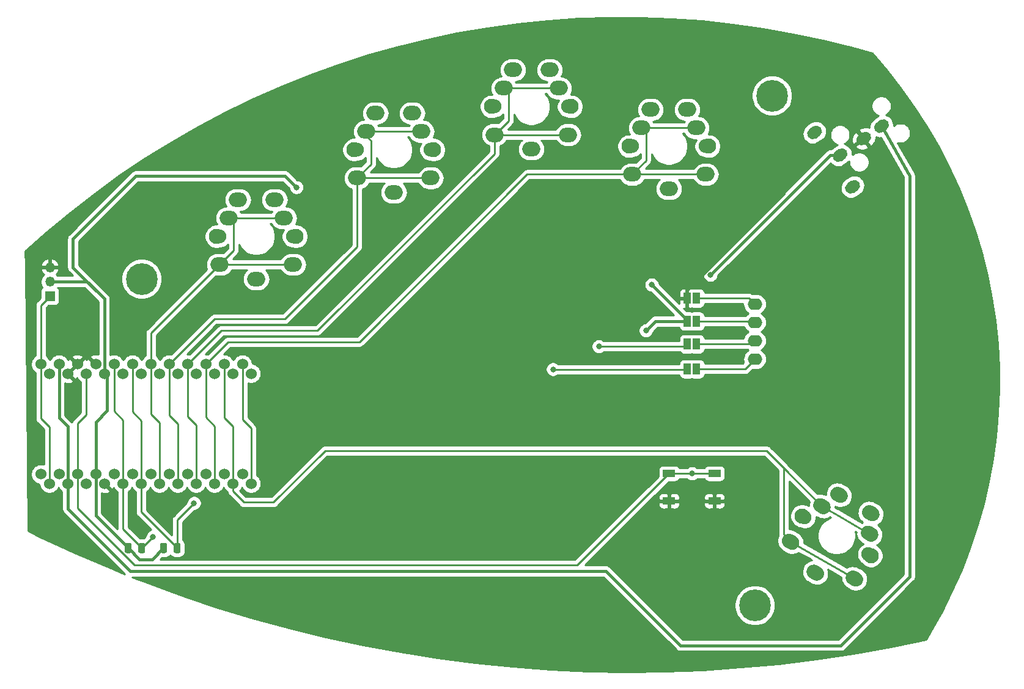
<source format=gbr>
%TF.GenerationSoftware,KiCad,Pcbnew,5.1.6*%
%TF.CreationDate,2020-10-16T15:45:10+02:00*%
%TF.ProjectId,prominny_kicad,70726f6d-696e-46e7-995f-6b696361642e,rev?*%
%TF.SameCoordinates,Original*%
%TF.FileFunction,Copper,L2,Bot*%
%TF.FilePolarity,Positive*%
%FSLAX46Y46*%
G04 Gerber Fmt 4.6, Leading zero omitted, Abs format (unit mm)*
G04 Created by KiCad (PCBNEW 5.1.6) date 2020-10-16 15:45:10*
%MOMM*%
%LPD*%
G01*
G04 APERTURE LIST*
%TA.AperFunction,ComponentPad*%
%ADD10C,0.700000*%
%TD*%
%TA.AperFunction,ComponentPad*%
%ADD11C,4.400000*%
%TD*%
%TA.AperFunction,ComponentPad*%
%ADD12O,2.000000X1.600000*%
%TD*%
%TA.AperFunction,ComponentPad*%
%ADD13O,1.350000X1.350000*%
%TD*%
%TA.AperFunction,ComponentPad*%
%ADD14R,1.350000X1.350000*%
%TD*%
%TA.AperFunction,WasherPad*%
%ADD15C,2.100000*%
%TD*%
%TA.AperFunction,WasherPad*%
%ADD16C,1.900000*%
%TD*%
%TA.AperFunction,ComponentPad*%
%ADD17O,2.500000X2.000000*%
%TD*%
%TA.AperFunction,SMDPad,CuDef*%
%ADD18R,1.700000X1.000000*%
%TD*%
%TA.AperFunction,ComponentPad*%
%ADD19C,1.524000*%
%TD*%
%TA.AperFunction,SMDPad,CuDef*%
%ADD20R,1.000000X1.500000*%
%TD*%
%TA.AperFunction,ViaPad*%
%ADD21C,0.800000*%
%TD*%
%TA.AperFunction,Conductor*%
%ADD22C,0.254000*%
%TD*%
%TA.AperFunction,Conductor*%
%ADD23C,0.381000*%
%TD*%
G04 APERTURE END LIST*
D10*
%TO.P, ,1*%
%TO.N,N/C*%
X233720826Y-132968574D03*
X232554100Y-132485300D03*
X231387374Y-132968574D03*
X230904100Y-134135300D03*
X231387374Y-135302026D03*
X232554100Y-135785300D03*
X233720826Y-135302026D03*
X234204100Y-134135300D03*
D11*
X232554100Y-134135300D03*
%TD*%
%TO.P, ,1*%
%TO.N,N/C*%
X234935200Y-63496000D03*
D10*
X236585200Y-63496000D03*
X236101926Y-64662726D03*
X234935200Y-65146000D03*
X233768474Y-64662726D03*
X233285200Y-63496000D03*
X233768474Y-62329274D03*
X234935200Y-61846000D03*
X236101926Y-62329274D03*
%TD*%
%TO.P, ,1*%
%TO.N,N/C*%
X148794926Y-87727674D03*
X147628200Y-87244400D03*
X146461474Y-87727674D03*
X145978200Y-88894400D03*
X146461474Y-90061126D03*
X147628200Y-90544400D03*
X148794926Y-90061126D03*
X149278200Y-88894400D03*
D11*
X147628200Y-88894400D03*
%TD*%
D12*
%TO.P,Brd1,2*%
%TO.N,Net-(Brd1-Pad2)*%
X232554100Y-97466200D03*
%TO.P,Brd1,1*%
%TO.N,Net-(Brd1-Pad1)*%
X232554100Y-100006200D03*
%TO.P,Brd1,3*%
%TO.N,Net-(Brd1-Pad3)*%
X232554100Y-94926200D03*
%TO.P,Brd1,4*%
%TO.N,Net-(Brd1-Pad4)*%
X232554100Y-92386200D03*
%TD*%
D13*
%TO.P,J1,3*%
%TO.N,ground*%
X134929000Y-87275500D03*
%TO.P,J1,2*%
%TO.N,power*%
X134929000Y-89275500D03*
D14*
%TO.P,J1,1*%
%TO.N,leds*%
X134929000Y-91275500D03*
%TD*%
%TO.P,SW7,1*%
%TO.N,col4*%
%TA.AperFunction,ComponentPad*%
G36*
G01*
X245256398Y-129802499D02*
X245256399Y-129802499D01*
G75*
G02*
X246622424Y-129436474I866025J-500000D01*
G01*
X247055436Y-129686474D01*
G75*
G02*
X247421461Y-131052499I-500000J-866025D01*
G01*
X247421461Y-131052499D01*
G75*
G02*
X246055436Y-131418524I-866025J500000D01*
G01*
X245622424Y-131168524D01*
G75*
G02*
X245256399Y-129802499I500000J866025D01*
G01*
G37*
%TD.AperFunction*%
%TO.P,SW7,2*%
%TO.N,row0*%
%TA.AperFunction,ComponentPad*%
G36*
G01*
X239839668Y-128984550D02*
X239839669Y-128984550D01*
G75*
G02*
X241205694Y-128618525I866025J-500000D01*
G01*
X241638706Y-128868525D01*
G75*
G02*
X242004731Y-130234550I-500000J-866025D01*
G01*
X242004731Y-130234550D01*
G75*
G02*
X240638706Y-130600575I-866025J500000D01*
G01*
X240205694Y-130350575D01*
G75*
G02*
X239839669Y-128984550I500000J866025D01*
G01*
G37*
%TD.AperFunction*%
%TO.P,SW7,1*%
%TO.N,col4*%
%TA.AperFunction,ComponentPad*%
G36*
G01*
X247359225Y-123580295D02*
X247359226Y-123580295D01*
G75*
G02*
X248725251Y-123214270I866025J-500000D01*
G01*
X249158263Y-123464270D01*
G75*
G02*
X249524288Y-124830295I-500000J-866025D01*
G01*
X249524288Y-124830295D01*
G75*
G02*
X248158263Y-125196320I-866025J500000D01*
G01*
X247725251Y-124946320D01*
G75*
G02*
X247359226Y-123580295I500000J866025D01*
G01*
G37*
%TD.AperFunction*%
%TO.P,SW7,2*%
%TO.N,row0*%
%TA.AperFunction,ComponentPad*%
G36*
G01*
X243129963Y-118205591D02*
X243129964Y-118205591D01*
G75*
G02*
X244495989Y-117839566I866025J-500000D01*
G01*
X244929001Y-118089566D01*
G75*
G02*
X245295026Y-119455591I-500000J-866025D01*
G01*
X245295026Y-119455591D01*
G75*
G02*
X243929001Y-119821616I-866025J500000D01*
G01*
X243495989Y-119571616D01*
G75*
G02*
X243129964Y-118205591I500000J866025D01*
G01*
G37*
%TD.AperFunction*%
%TO.P,SW7,1*%
%TO.N,col4*%
%TA.AperFunction,ComponentPad*%
G36*
G01*
X236422938Y-124702499D02*
X236422939Y-124702499D01*
G75*
G02*
X237788964Y-124336474I866025J-500000D01*
G01*
X238221976Y-124586474D01*
G75*
G02*
X238588001Y-125952499I-500000J-866025D01*
G01*
X238588001Y-125952499D01*
G75*
G02*
X237221976Y-126318524I-866025J500000D01*
G01*
X236788964Y-126068524D01*
G75*
G02*
X236422939Y-124702499I500000J866025D01*
G01*
G37*
%TD.AperFunction*%
D15*
%TO.P,SW7,*%
%TO.N,*%
X239109060Y-121750000D03*
X248635340Y-127250000D03*
%TO.P,SW7,2*%
%TO.N,row0*%
%TA.AperFunction,ComponentPad*%
G36*
G01*
X247529373Y-120745591D02*
X247529374Y-120745591D01*
G75*
G02*
X248895399Y-120379566I866025J-500000D01*
G01*
X249328411Y-120629566D01*
G75*
G02*
X249694436Y-121995591I-500000J-866025D01*
G01*
X249694436Y-121995591D01*
G75*
G02*
X248328411Y-122361616I-866025J500000D01*
G01*
X247895399Y-122111616D01*
G75*
G02*
X247529374Y-120745591I500000J866025D01*
G01*
G37*
%TD.AperFunction*%
%TO.P,SW7,1*%
%TO.N,col4*%
%TA.AperFunction,ComponentPad*%
G36*
G01*
X240760111Y-119770295D02*
X240760112Y-119770295D01*
G75*
G02*
X242126137Y-119404270I866025J-500000D01*
G01*
X242559149Y-119654270D01*
G75*
G02*
X242925174Y-121020295I-500000J-866025D01*
G01*
X242925174Y-121020295D01*
G75*
G02*
X241559149Y-121386320I-866025J500000D01*
G01*
X241126137Y-121136320D01*
G75*
G02*
X240760112Y-119770295I500000J866025D01*
G01*
G37*
%TD.AperFunction*%
D16*
%TO.P,SW7,*%
%TO.N,*%
X248271609Y-127040000D03*
X239472791Y-121960000D03*
%TD*%
D17*
%TO.P,SW5,1*%
%TO.N,col2*%
X206699800Y-68900000D03*
%TO.P,SW5,2*%
%TO.N,row0*%
X201599800Y-70900000D03*
%TO.P,SW5,1*%
%TO.N,col2*%
X205409800Y-62460000D03*
%TO.P,SW5,2*%
%TO.N,row0*%
X199059800Y-59920000D03*
%TO.P,SW5,1*%
%TO.N,col2*%
X196499800Y-68900000D03*
D15*
%TO.P,SW5,*%
%TO.N,*%
X196099800Y-65000000D03*
X207099800Y-65000000D03*
D17*
%TO.P,SW5,2*%
%TO.N,row0*%
X204139800Y-59920000D03*
%TO.P,SW5,1*%
%TO.N,col2*%
X197789800Y-62460000D03*
D16*
%TO.P,SW5,*%
%TO.N,*%
X206679800Y-65000000D03*
X196519800Y-65000000D03*
%TD*%
D17*
%TO.P,SW4,1*%
%TO.N,col1*%
X187651000Y-74900000D03*
%TO.P,SW4,2*%
%TO.N,row0*%
X182551000Y-76900000D03*
%TO.P,SW4,1*%
%TO.N,col1*%
X186361000Y-68460000D03*
%TO.P,SW4,2*%
%TO.N,row0*%
X180011000Y-65920000D03*
%TO.P,SW4,1*%
%TO.N,col1*%
X177451000Y-74900000D03*
D15*
%TO.P,SW4,*%
%TO.N,*%
X177051000Y-71000000D03*
X188051000Y-71000000D03*
D17*
%TO.P,SW4,2*%
%TO.N,row0*%
X185091000Y-65920000D03*
%TO.P,SW4,1*%
%TO.N,col1*%
X178741000Y-68460000D03*
D16*
%TO.P,SW4,*%
%TO.N,*%
X187631000Y-71000000D03*
X177471000Y-71000000D03*
%TD*%
D17*
%TO.P,SW3,1*%
%TO.N,col0*%
X168602200Y-86900000D03*
%TO.P,SW3,2*%
%TO.N,row0*%
X163502200Y-88900000D03*
%TO.P,SW3,1*%
%TO.N,col0*%
X167312200Y-80460000D03*
%TO.P,SW3,2*%
%TO.N,row0*%
X160962200Y-77920000D03*
%TO.P,SW3,1*%
%TO.N,col0*%
X158402200Y-86900000D03*
D15*
%TO.P,SW3,*%
%TO.N,*%
X158002200Y-83000000D03*
X169002200Y-83000000D03*
D17*
%TO.P,SW3,2*%
%TO.N,row0*%
X166042200Y-77920000D03*
%TO.P,SW3,1*%
%TO.N,col0*%
X159692200Y-80460000D03*
D16*
%TO.P,SW3,*%
%TO.N,*%
X168582200Y-83000000D03*
X158422200Y-83000000D03*
%TD*%
D17*
%TO.P,SW6,1*%
%TO.N,col3*%
X225748600Y-74400000D03*
%TO.P,SW6,2*%
%TO.N,row0*%
X220648600Y-76400000D03*
%TO.P,SW6,1*%
%TO.N,col3*%
X224458600Y-67960000D03*
%TO.P,SW6,2*%
%TO.N,row0*%
X218108600Y-65420000D03*
%TO.P,SW6,1*%
%TO.N,col3*%
X215548600Y-74400000D03*
D15*
%TO.P,SW6,*%
%TO.N,*%
X215148600Y-70500000D03*
X226148600Y-70500000D03*
D17*
%TO.P,SW6,2*%
%TO.N,row0*%
X223188600Y-65420000D03*
%TO.P,SW6,1*%
%TO.N,col3*%
X216838600Y-67960000D03*
D16*
%TO.P,SW6,*%
%TO.N,*%
X225728600Y-70500000D03*
X215568600Y-70500000D03*
%TD*%
D18*
%TO.P,SW2,1*%
%TO.N,reset*%
X226973400Y-115861300D03*
X220673400Y-115861300D03*
%TO.P,SW2,2*%
%TO.N,ground*%
X226973400Y-119661300D03*
X220673400Y-119661300D03*
%TD*%
D19*
%TO.P,U2,22*%
%TO.N,reset*%
X139927645Y-102009415D03*
%TO.P,U2,10*%
%TO.N,col3*%
X157707645Y-117249415D03*
%TO.P,U2,18*%
%TO.N,A1*%
X150087645Y-102009415D03*
%TO.P,U2,6*%
%TO.N,scl*%
X147547645Y-117249415D03*
%TO.P,U2,4*%
%TO.N,ground*%
X142467645Y-117249415D03*
%TO.P,U2,14*%
%TO.N,pin16*%
X160247645Y-102009415D03*
%TO.P,U2,3*%
%TO.N,ground*%
X139927645Y-117249415D03*
%TO.P,U2,1*%
%TO.N,leds*%
X134847645Y-117249415D03*
%TO.P,U2,16*%
%TO.N,pin15*%
X155167645Y-102009415D03*
%TO.P,U2,12*%
%TO.N,row0*%
X162787645Y-117249415D03*
%TO.P,U2,19*%
%TO.N,A2*%
X147547645Y-102009415D03*
%TO.P,U2,23*%
%TO.N,ground*%
X137387645Y-102009415D03*
%TO.P,U2,21*%
%TO.N,power*%
X142467645Y-102009415D03*
%TO.P,U2,20*%
%TO.N,A3*%
X145007645Y-102009415D03*
%TO.P,U2,15*%
%TO.N,pin14*%
X157707645Y-102009415D03*
%TO.P,U2,17*%
%TO.N,A0*%
X152627645Y-102009415D03*
%TO.P,U2,9*%
%TO.N,col2*%
X155167645Y-117249415D03*
%TO.P,U2,8*%
%TO.N,col1*%
X152627645Y-117249415D03*
%TO.P,U2,13*%
%TO.N,pin10*%
X162787645Y-102009415D03*
%TO.P,U2,11*%
%TO.N,col4*%
X160247645Y-117249415D03*
%TO.P,U2,2*%
%TO.N,connection*%
X137387645Y-117249415D03*
%TO.P,U2,24*%
%TO.N,Net-(U2-Pad24)*%
X134847645Y-102009415D03*
%TO.P,U2,7*%
%TO.N,col0*%
X150087645Y-117249415D03*
%TO.P,U2,5*%
%TO.N,sda*%
X145007645Y-117249415D03*
%TO.P,U2,1*%
%TO.N,leds*%
X133651900Y-100710600D03*
%TO.P,U2,2*%
%TO.N,connection*%
X136191900Y-100710600D03*
%TO.P,U2,3*%
%TO.N,ground*%
X138731900Y-100710600D03*
%TO.P,U2,4*%
X141271900Y-100710600D03*
%TO.P,U2,5*%
%TO.N,sda*%
X143811900Y-100710600D03*
%TO.P,U2,6*%
%TO.N,scl*%
X146351900Y-100710600D03*
%TO.P,U2,7*%
%TO.N,col0*%
X148891900Y-100710600D03*
%TO.P,U2,8*%
%TO.N,col1*%
X151431900Y-100710600D03*
%TO.P,U2,9*%
%TO.N,col2*%
X153971900Y-100710600D03*
%TO.P,U2,10*%
%TO.N,col3*%
X156511900Y-100710600D03*
%TO.P,U2,11*%
%TO.N,col4*%
X159051900Y-100710600D03*
%TO.P,U2,12*%
%TO.N,row0*%
X161591900Y-100710600D03*
%TO.P,U2,13*%
%TO.N,pin10*%
X161591900Y-115950600D03*
%TO.P,U2,14*%
%TO.N,pin16*%
X159051900Y-115950600D03*
%TO.P,U2,15*%
%TO.N,pin14*%
X156511900Y-115950600D03*
%TO.P,U2,16*%
%TO.N,pin15*%
X153971900Y-115950600D03*
%TO.P,U2,17*%
%TO.N,A0*%
X151431900Y-115950600D03*
%TO.P,U2,18*%
%TO.N,A1*%
X148891900Y-115950600D03*
%TO.P,U2,19*%
%TO.N,A2*%
X146351900Y-115950600D03*
%TO.P,U2,20*%
%TO.N,A3*%
X143811900Y-115950600D03*
%TO.P,U2,21*%
%TO.N,power*%
X141271900Y-115950600D03*
%TO.P,U2,22*%
%TO.N,reset*%
X138731900Y-115950600D03*
%TO.P,U2,23*%
%TO.N,ground*%
X136191900Y-115950600D03*
%TO.P,U2,24*%
%TO.N,Net-(U2-Pad24)*%
X133651900Y-115950600D03*
%TD*%
%TO.P,U1,3*%
%TO.N,ground*%
%TA.AperFunction,ComponentPad*%
G36*
G01*
X246929793Y-68950025D02*
X247421285Y-68605879D01*
G75*
G02*
X248535468Y-68802340I458861J-655322D01*
G01*
X248535468Y-68802340D01*
G75*
G02*
X248339007Y-69916523I-655322J-458861D01*
G01*
X247847515Y-70260669D01*
G75*
G02*
X246733332Y-70064208I-458861J655322D01*
G01*
X246733332Y-70064208D01*
G75*
G02*
X246929793Y-68950025I655322J458861D01*
G01*
G37*
%TD.AperFunction*%
%TO.P,U1,4*%
%TO.N,connection*%
%TA.AperFunction,ComponentPad*%
G36*
G01*
X249387249Y-67229296D02*
X249878741Y-66885150D01*
G75*
G02*
X250992924Y-67081611I458861J-655322D01*
G01*
X250992924Y-67081611D01*
G75*
G02*
X250796463Y-68195794I-655322J-458861D01*
G01*
X250304971Y-68539940D01*
G75*
G02*
X249190788Y-68343479I-458861J655322D01*
G01*
X249190788Y-68343479D01*
G75*
G02*
X249387249Y-67229296I655322J458861D01*
G01*
G37*
%TD.AperFunction*%
%TO.P,U1,2*%
%TO.N,power*%
%TA.AperFunction,ComponentPad*%
G36*
G01*
X243653185Y-71244331D02*
X244144677Y-70900185D01*
G75*
G02*
X245258860Y-71096646I458861J-655322D01*
G01*
X245258860Y-71096646D01*
G75*
G02*
X245062399Y-72210829I-655322J-458861D01*
G01*
X244570907Y-72554975D01*
G75*
G02*
X243456724Y-72358514I-458861J655322D01*
G01*
X243456724Y-72358514D01*
G75*
G02*
X243653185Y-71244331I655322J458861D01*
G01*
G37*
%TD.AperFunction*%
%TO.P,U1,1*%
%TO.N,Net-(U1-Pad1)*%
%TA.AperFunction,ComponentPad*%
G36*
G01*
X240113666Y-68107165D02*
X240605158Y-67763019D01*
G75*
G02*
X241719341Y-67959480I458861J-655322D01*
G01*
X241719341Y-67959480D01*
G75*
G02*
X241522880Y-69073663I-655322J-458861D01*
G01*
X241031388Y-69417809D01*
G75*
G02*
X239917205Y-69221348I-458861J655322D01*
G01*
X239917205Y-69221348D01*
G75*
G02*
X240113666Y-68107165I655322J458861D01*
G01*
G37*
%TD.AperFunction*%
%TA.AperFunction,ComponentPad*%
G36*
G01*
X245390570Y-75643364D02*
X245882062Y-75299218D01*
G75*
G02*
X246996245Y-75495679I458861J-655322D01*
G01*
X246996245Y-75495679D01*
G75*
G02*
X246799784Y-76609862I-655322J-458861D01*
G01*
X246308292Y-76954008D01*
G75*
G02*
X245194109Y-76757547I-458861J655322D01*
G01*
X245194109Y-76757547D01*
G75*
G02*
X245390570Y-75643364I655322J458861D01*
G01*
G37*
%TD.AperFunction*%
%TD*%
%TO.P,R2,2*%
%TO.N,scl*%
%TA.AperFunction,SMDPad,CuDef*%
G36*
G01*
X152046700Y-126654550D02*
X152046700Y-125742050D01*
G75*
G02*
X152290450Y-125498300I243750J0D01*
G01*
X152777950Y-125498300D01*
G75*
G02*
X153021700Y-125742050I0J-243750D01*
G01*
X153021700Y-126654550D01*
G75*
G02*
X152777950Y-126898300I-243750J0D01*
G01*
X152290450Y-126898300D01*
G75*
G02*
X152046700Y-126654550I0J243750D01*
G01*
G37*
%TD.AperFunction*%
%TO.P,R2,1*%
%TO.N,power*%
%TA.AperFunction,SMDPad,CuDef*%
G36*
G01*
X150171700Y-126654550D02*
X150171700Y-125742050D01*
G75*
G02*
X150415450Y-125498300I243750J0D01*
G01*
X150902950Y-125498300D01*
G75*
G02*
X151146700Y-125742050I0J-243750D01*
G01*
X151146700Y-126654550D01*
G75*
G02*
X150902950Y-126898300I-243750J0D01*
G01*
X150415450Y-126898300D01*
G75*
G02*
X150171700Y-126654550I0J243750D01*
G01*
G37*
%TD.AperFunction*%
%TD*%
%TO.P,R1,2*%
%TO.N,sda*%
%TA.AperFunction,SMDPad,CuDef*%
G36*
G01*
X147140700Y-126654550D02*
X147140700Y-125742050D01*
G75*
G02*
X147384450Y-125498300I243750J0D01*
G01*
X147871950Y-125498300D01*
G75*
G02*
X148115700Y-125742050I0J-243750D01*
G01*
X148115700Y-126654550D01*
G75*
G02*
X147871950Y-126898300I-243750J0D01*
G01*
X147384450Y-126898300D01*
G75*
G02*
X147140700Y-126654550I0J243750D01*
G01*
G37*
%TD.AperFunction*%
%TO.P,R1,1*%
%TO.N,power*%
%TA.AperFunction,SMDPad,CuDef*%
G36*
G01*
X145265700Y-126654550D02*
X145265700Y-125742050D01*
G75*
G02*
X145509450Y-125498300I243750J0D01*
G01*
X145996950Y-125498300D01*
G75*
G02*
X146240700Y-125742050I0J-243750D01*
G01*
X146240700Y-126654550D01*
G75*
G02*
X145996950Y-126898300I-243750J0D01*
G01*
X145509450Y-126898300D01*
G75*
G02*
X145265700Y-126654550I0J243750D01*
G01*
G37*
%TD.AperFunction*%
%TD*%
D20*
%TO.P,JP8,1*%
%TO.N,sda*%
X223173400Y-101381100D03*
%TO.P,JP8,2*%
%TO.N,Net-(Brd1-Pad1)*%
X224473400Y-101381100D03*
%TD*%
%TO.P,JP7,1*%
%TO.N,scl*%
X223173400Y-97918800D03*
%TO.P,JP7,2*%
%TO.N,Net-(Brd1-Pad2)*%
X224473400Y-97918800D03*
%TD*%
%TO.P,JP6,1*%
%TO.N,power*%
X223173400Y-94744000D03*
%TO.P,JP6,2*%
%TO.N,Net-(Brd1-Pad3)*%
X224473400Y-94744000D03*
%TD*%
%TO.P,JP5,1*%
%TO.N,ground*%
X223173400Y-91569200D03*
%TO.P,JP5,2*%
%TO.N,Net-(Brd1-Pad4)*%
X224473400Y-91569200D03*
%TD*%
D21*
%TO.N,power*%
X169058100Y-76195200D03*
X226416668Y-88312868D03*
X218267500Y-89688100D03*
X217473800Y-96037700D03*
%TO.N,ground*%
X224010800Y-119661300D03*
X215886400Y-93656600D03*
X146834500Y-123023500D03*
%TO.N,sda*%
X149215600Y-124610900D03*
X204596450Y-101415450D03*
%TO.N,scl*%
X154888717Y-119965917D03*
X210946050Y-98240650D03*
%TO.N,reset*%
X223842300Y-115861300D03*
%TD*%
D22*
%TO.N,Net-(Brd1-Pad2)*%
X232101500Y-97918800D02*
X232554100Y-97466200D01*
X224473400Y-97918800D02*
X232101500Y-97918800D01*
%TO.N,Net-(Brd1-Pad1)*%
X231179200Y-101381100D02*
X232554100Y-100006200D01*
X224473400Y-101381100D02*
X231179200Y-101381100D01*
%TO.N,Net-(Brd1-Pad3)*%
X232371900Y-94744000D02*
X232554100Y-94926200D01*
X224473400Y-94744000D02*
X232371900Y-94744000D01*
%TO.N,Net-(Brd1-Pad4)*%
X231737100Y-91569200D02*
X232554100Y-92386200D01*
X224473400Y-91569200D02*
X231737100Y-91569200D01*
D23*
%TO.N,power*%
X141271900Y-121717000D02*
X145753200Y-126198300D01*
X141271900Y-115950600D02*
X141271900Y-121717000D01*
X149071800Y-127785700D02*
X150659200Y-126198300D01*
X147340600Y-127785700D02*
X149071800Y-127785700D01*
X145753200Y-126198300D02*
X147340600Y-127785700D01*
X142866000Y-102407770D02*
X142467645Y-102009415D01*
X142866000Y-107149500D02*
X142866000Y-102407770D01*
X141271900Y-108743600D02*
X142866000Y-107149500D01*
X141271900Y-115950600D02*
X141271900Y-108743600D01*
X243001956Y-71727580D02*
X226416668Y-88312868D01*
X244357792Y-71727580D02*
X243001956Y-71727580D01*
X223173400Y-94594000D02*
X223173400Y-94744000D01*
X218267500Y-89688100D02*
X223173400Y-94594000D01*
X169058100Y-76195200D02*
X167470700Y-74607800D01*
X223173400Y-94744000D02*
X218767500Y-94744000D01*
X218767500Y-94744000D02*
X217473800Y-96037700D01*
X146834500Y-74607800D02*
X138103800Y-83338500D01*
X167470700Y-74607800D02*
X146834500Y-74607800D01*
X142467645Y-102009415D02*
X142467645Y-96761243D01*
X138103800Y-87307000D02*
X142467645Y-91670845D01*
X138103800Y-83338500D02*
X138103800Y-87307000D01*
X142467645Y-96761243D02*
X142467645Y-91670845D01*
X142467645Y-91670845D02*
X140072300Y-89275500D01*
X140072300Y-89275500D02*
X134929000Y-89275500D01*
%TO.N,ground*%
X226973400Y-119661300D02*
X220673400Y-119661300D01*
X243284526Y-65083400D02*
X247634400Y-69433274D01*
X236522600Y-68258200D02*
X239697400Y-65083400D01*
X236522600Y-77089000D02*
X236522600Y-68258200D01*
X223173400Y-90438200D02*
X236522600Y-77089000D01*
X239697400Y-65083400D02*
X243284526Y-65083400D01*
X223173400Y-91569200D02*
X223173400Y-90438200D01*
D22*
%TO.N,sda*%
X145007645Y-123577745D02*
X147628200Y-126198300D01*
X145007645Y-117249415D02*
X145007645Y-123577745D01*
X147628200Y-126198300D02*
X149215600Y-124610900D01*
X145007645Y-108444384D02*
X145007645Y-117249415D01*
X143811900Y-107248639D02*
X145007645Y-108444384D01*
X143811900Y-100710600D02*
X143811900Y-107248639D01*
X223139050Y-101415450D02*
X223173400Y-101381100D01*
X204596450Y-101415450D02*
X223139050Y-101415450D01*
%TO.N,scl*%
X147547645Y-121211745D02*
X152534200Y-126198300D01*
X147547645Y-117249415D02*
X147547645Y-121211745D01*
X152534200Y-122320434D02*
X154888717Y-119965917D01*
X152534200Y-126198300D02*
X152534200Y-122320434D01*
X147547645Y-108523834D02*
X147547645Y-117249415D01*
X146351900Y-107328089D02*
X147547645Y-108523834D01*
X146351900Y-100710600D02*
X146351900Y-107328089D01*
X222851550Y-98240650D02*
X223173400Y-97918800D01*
X210946050Y-98240650D02*
X222851550Y-98240650D01*
%TO.N,leds*%
X134847645Y-109449245D02*
X134847645Y-117249415D01*
X133651900Y-108253500D02*
X134847645Y-109449245D01*
X133651900Y-100710600D02*
X133651900Y-108253500D01*
X133651900Y-92552600D02*
X134929000Y-91275500D01*
X133651900Y-100710600D02*
X133651900Y-92552600D01*
%TO.N,reset*%
X220673400Y-115861300D02*
X223842300Y-115861300D01*
X223842300Y-115861300D02*
X226973400Y-115861300D01*
X139927645Y-107706755D02*
X139927645Y-102009415D01*
X138731900Y-108902500D02*
X139927645Y-107706755D01*
X138731900Y-115950600D02*
X138731900Y-108902500D01*
X207955300Y-128579400D02*
X220673400Y-115861300D01*
X146627122Y-128579400D02*
X207955300Y-128579400D01*
X138731900Y-120684178D02*
X146627122Y-128579400D01*
X138731900Y-115950600D02*
X138731900Y-120684178D01*
%TO.N,row0*%
X162787645Y-109609745D02*
X162787645Y-117249415D01*
X161591900Y-108414000D02*
X162787645Y-109609745D01*
X161591900Y-100710600D02*
X161591900Y-108414000D01*
%TO.N,col0*%
X150087645Y-108815245D02*
X150087645Y-117249415D01*
X148891900Y-107619500D02*
X150087645Y-108815245D01*
X148891900Y-100710600D02*
X148891900Y-107619500D01*
X148891900Y-96410300D02*
X158402200Y-86900000D01*
X148891900Y-100710600D02*
X148891900Y-96410300D01*
X158402200Y-86900000D02*
X168602200Y-86900000D01*
X159692200Y-80460000D02*
X167312200Y-80460000D01*
X160327400Y-81095200D02*
X159692200Y-80460000D01*
X160327400Y-84974800D02*
X160327400Y-81095200D01*
X158402200Y-86900000D02*
X160327400Y-84974800D01*
%TO.N,col1*%
X152627645Y-108974145D02*
X152627645Y-117249415D01*
X151431900Y-107778400D02*
X152627645Y-108974145D01*
X151431900Y-100710600D02*
X151431900Y-107778400D01*
X184677675Y-68460000D02*
X186361000Y-68460000D01*
X178741000Y-68460000D02*
X184677675Y-68460000D01*
X179376200Y-72974800D02*
X177451000Y-74900000D01*
X179376200Y-69744838D02*
X179376200Y-72974800D01*
X178741000Y-69109638D02*
X179376200Y-69744838D01*
X178741000Y-68460000D02*
X178741000Y-69109638D01*
X187651000Y-74900000D02*
X177451000Y-74900000D01*
X177451000Y-84470000D02*
X177451000Y-74900000D01*
X157692200Y-94450300D02*
X167470700Y-94450300D01*
X167470700Y-94450300D02*
X177451000Y-84470000D01*
X151431900Y-100710600D02*
X157692200Y-94450300D01*
%TO.N,col2*%
X155167645Y-109133045D02*
X155167645Y-117249415D01*
X153971900Y-107937300D02*
X155167645Y-109133045D01*
X153971900Y-100710600D02*
X153971900Y-107937300D01*
X197789800Y-62460000D02*
X205409800Y-62460000D01*
X198425000Y-66974800D02*
X196499800Y-68900000D01*
X198425000Y-63095200D02*
X198425000Y-66974800D01*
X197789800Y-62460000D02*
X198425000Y-63095200D01*
X206699800Y-68900000D02*
X196499800Y-68900000D01*
X196499800Y-71525950D02*
X196499800Y-68900000D01*
X171988050Y-96037700D02*
X196499800Y-71525950D01*
X158644800Y-96037700D02*
X171988050Y-96037700D01*
X153971900Y-100710600D02*
X158644800Y-96037700D01*
%TO.N,col3*%
X156511900Y-108096200D02*
X157707645Y-109291945D01*
X157707645Y-109291945D02*
X157707645Y-117249415D01*
X156511900Y-100710600D02*
X156511900Y-108096200D01*
X216838600Y-67960000D02*
X224458600Y-67960000D01*
X217473800Y-72474800D02*
X215548600Y-74400000D01*
X217473800Y-68595200D02*
X217473800Y-72474800D01*
X216838600Y-67960000D02*
X217473800Y-68595200D01*
X225748600Y-74400000D02*
X215548600Y-74400000D01*
X201013900Y-74400000D02*
X215548600Y-74400000D01*
X177788800Y-97625100D02*
X201013900Y-74400000D01*
X159597400Y-97625100D02*
X177788800Y-97625100D01*
X156511900Y-100710600D02*
X159597400Y-97625100D01*
%TO.N,col4*%
X160247645Y-109317934D02*
X160247645Y-117249415D01*
X159051900Y-108122189D02*
X160247645Y-109317934D01*
X159051900Y-100710600D02*
X159051900Y-108122189D01*
X243665900Y-121436100D02*
X248441757Y-124205295D01*
X241842643Y-120395295D02*
X243665900Y-121436100D01*
X236528224Y-124350253D02*
X237505470Y-125327499D01*
X236528224Y-115080876D02*
X236528224Y-124350253D01*
X236528224Y-115080876D02*
X241842643Y-120395295D01*
X240491100Y-126992000D02*
X246338930Y-130427499D01*
X237505470Y-125327499D02*
X240491100Y-126992000D01*
X234152748Y-112705400D02*
X236528224Y-115080876D01*
X173026600Y-112705400D02*
X234152748Y-112705400D01*
X165883300Y-119848700D02*
X173026600Y-112705400D01*
X161769300Y-119848700D02*
X165883300Y-119848700D01*
X160247645Y-118327045D02*
X161769300Y-119848700D01*
X160247645Y-117249415D02*
X160247645Y-118327045D01*
D23*
%TO.N,connection*%
X137387645Y-109349594D02*
X137387645Y-117249415D01*
X136191900Y-108153849D02*
X137387645Y-109349594D01*
X136191900Y-100710600D02*
X136191900Y-108153849D01*
X137387645Y-117249415D02*
X137387645Y-120719945D01*
X146040800Y-129373100D02*
X211917900Y-129373100D01*
X137387645Y-120719945D02*
X146040800Y-129373100D01*
X211917900Y-129373100D02*
X222236000Y-139691200D01*
X222236000Y-139691200D02*
X244459600Y-139691200D01*
X244459600Y-139691200D02*
X253984000Y-130166800D01*
X253984000Y-130166800D02*
X253984000Y-74607800D01*
X253984000Y-74607800D02*
X250091856Y-67712545D01*
%TD*%
D22*
%TO.N,ground*%
G36*
X216690944Y-52660589D02*
G01*
X220945640Y-52818360D01*
X225192169Y-53124516D01*
X229425470Y-53578693D01*
X233640327Y-54180330D01*
X237831597Y-54928693D01*
X241994247Y-55822885D01*
X246124775Y-56862214D01*
X248808716Y-57622889D01*
X250786534Y-59904236D01*
X252767031Y-62418859D01*
X254626865Y-65023971D01*
X256361911Y-67713792D01*
X257968326Y-70482365D01*
X259442546Y-73323546D01*
X260781287Y-76231011D01*
X261981585Y-79198319D01*
X263040763Y-82218854D01*
X263956490Y-85285966D01*
X264726712Y-88392778D01*
X265349727Y-91532424D01*
X265824155Y-94697939D01*
X266148942Y-97882317D01*
X266323362Y-101078409D01*
X266347032Y-104279209D01*
X266219898Y-107477549D01*
X265942241Y-110666362D01*
X265514681Y-113838540D01*
X264938165Y-116987061D01*
X264213969Y-120104949D01*
X263343710Y-123185240D01*
X262329313Y-126221123D01*
X261173034Y-129205848D01*
X259877437Y-132132794D01*
X258445400Y-134995463D01*
X256878085Y-137791093D01*
X256244717Y-138834422D01*
X251372927Y-139855153D01*
X246201856Y-140788684D01*
X241006711Y-141577471D01*
X235791563Y-142220893D01*
X230560468Y-142718450D01*
X225317599Y-143069748D01*
X220066883Y-143274522D01*
X214812509Y-143332607D01*
X209558598Y-143243961D01*
X204309193Y-143008649D01*
X199068376Y-142626856D01*
X193840288Y-142098881D01*
X188628994Y-141425138D01*
X183438543Y-140606149D01*
X178272935Y-139642544D01*
X173136282Y-138535090D01*
X168032585Y-137284652D01*
X162965730Y-135892181D01*
X157939770Y-134358791D01*
X152958570Y-132685659D01*
X148026041Y-130874102D01*
X146334309Y-130198600D01*
X211575968Y-130198600D01*
X221623607Y-140246240D01*
X221649459Y-140277741D01*
X221689719Y-140310781D01*
X221775157Y-140380899D01*
X221895287Y-140445110D01*
X221918566Y-140457553D01*
X222074174Y-140504756D01*
X222195447Y-140516700D01*
X222195449Y-140516700D01*
X222236000Y-140520694D01*
X222276550Y-140516700D01*
X244419050Y-140516700D01*
X244459600Y-140520694D01*
X244500150Y-140516700D01*
X244500153Y-140516700D01*
X244621426Y-140504756D01*
X244777034Y-140457553D01*
X244920442Y-140380899D01*
X245046141Y-140277741D01*
X245071998Y-140246234D01*
X254539046Y-130779188D01*
X254570541Y-130753341D01*
X254596389Y-130721845D01*
X254596392Y-130721842D01*
X254673699Y-130627643D01*
X254750353Y-130484234D01*
X254750353Y-130484233D01*
X254797556Y-130328626D01*
X254809500Y-130207353D01*
X254809500Y-130207351D01*
X254813494Y-130166800D01*
X254809500Y-130126250D01*
X254809500Y-74679520D01*
X254811151Y-74670091D01*
X254809500Y-74598327D01*
X254809500Y-74567247D01*
X254808567Y-74557774D01*
X254807411Y-74507525D01*
X254800617Y-74477050D01*
X254797556Y-74445974D01*
X254782962Y-74397865D01*
X254772026Y-74348812D01*
X254759419Y-74320252D01*
X254750353Y-74290366D01*
X254726657Y-74246034D01*
X254722815Y-74237331D01*
X254707547Y-74210283D01*
X254673699Y-74146958D01*
X254667624Y-74139555D01*
X252339426Y-70014961D01*
X252585315Y-70063872D01*
X252858137Y-70063872D01*
X253125715Y-70010647D01*
X253377769Y-69906243D01*
X253604612Y-69754671D01*
X253797525Y-69561758D01*
X253949097Y-69334915D01*
X254053501Y-69082861D01*
X254106726Y-68815283D01*
X254106726Y-68542461D01*
X254053501Y-68274883D01*
X253949097Y-68022829D01*
X253797525Y-67795986D01*
X253604612Y-67603073D01*
X253377769Y-67451501D01*
X253125715Y-67347097D01*
X252858137Y-67293872D01*
X252585315Y-67293872D01*
X252317737Y-67347097D01*
X252065683Y-67451501D01*
X251838840Y-67603073D01*
X251766469Y-67675444D01*
X251779202Y-67509018D01*
X251745366Y-67228380D01*
X251657429Y-66959735D01*
X251518773Y-66713408D01*
X251334724Y-66498866D01*
X251112358Y-66324350D01*
X250860217Y-66196570D01*
X250703846Y-66152837D01*
X250739317Y-66138144D01*
X250966160Y-65986572D01*
X251159073Y-65793659D01*
X251310645Y-65566816D01*
X251415049Y-65314762D01*
X251468274Y-65047184D01*
X251468274Y-64774362D01*
X251415049Y-64506784D01*
X251310645Y-64254730D01*
X251159073Y-64027887D01*
X250966160Y-63834974D01*
X250739317Y-63683402D01*
X250487263Y-63578998D01*
X250219685Y-63525773D01*
X249946863Y-63525773D01*
X249679285Y-63578998D01*
X249427231Y-63683402D01*
X249200388Y-63834974D01*
X249007475Y-64027887D01*
X248855903Y-64254730D01*
X248751499Y-64506784D01*
X248698274Y-64774362D01*
X248698274Y-65047184D01*
X248751499Y-65314762D01*
X248855903Y-65566816D01*
X249007475Y-65793659D01*
X249200388Y-65986572D01*
X249427231Y-66138144D01*
X249679285Y-66242548D01*
X249707858Y-66248232D01*
X249572265Y-66324556D01*
X248965285Y-66749567D01*
X248804504Y-66887496D01*
X248629988Y-67109862D01*
X248502208Y-67362003D01*
X248426074Y-67634227D01*
X248404510Y-67916072D01*
X248405856Y-67927234D01*
X248254401Y-67870056D01*
X247975811Y-67823773D01*
X247693544Y-67832729D01*
X247418449Y-67896581D01*
X247161096Y-68012874D01*
X246915350Y-68184947D01*
X247665588Y-69256397D01*
X247681971Y-69244925D01*
X247827660Y-69452991D01*
X247811277Y-69464462D01*
X248561514Y-70535913D01*
X248807260Y-70363840D01*
X249004560Y-70161782D01*
X249158649Y-69925115D01*
X249263606Y-69662935D01*
X249315397Y-69385316D01*
X249313468Y-69223439D01*
X249323495Y-69228520D01*
X249595719Y-69304654D01*
X249877564Y-69326218D01*
X250043496Y-69306211D01*
X253158501Y-74824702D01*
X253158500Y-129824866D01*
X244117668Y-138865700D01*
X222577933Y-138865700D01*
X217568310Y-133856077D01*
X229719100Y-133856077D01*
X229719100Y-134414523D01*
X229828048Y-134962239D01*
X230041756Y-135478176D01*
X230352012Y-135942507D01*
X230746893Y-136337388D01*
X231211224Y-136647644D01*
X231727161Y-136861352D01*
X232274877Y-136970300D01*
X232833323Y-136970300D01*
X233381039Y-136861352D01*
X233896976Y-136647644D01*
X234361307Y-136337388D01*
X234756188Y-135942507D01*
X235066444Y-135478176D01*
X235280152Y-134962239D01*
X235389100Y-134414523D01*
X235389100Y-133856077D01*
X235280152Y-133308361D01*
X235066444Y-132792424D01*
X234756188Y-132328093D01*
X234361307Y-131933212D01*
X233896976Y-131622956D01*
X233381039Y-131409248D01*
X232833323Y-131300300D01*
X232274877Y-131300300D01*
X231727161Y-131409248D01*
X231211224Y-131622956D01*
X230746893Y-131933212D01*
X230352012Y-132328093D01*
X230041756Y-132792424D01*
X229828048Y-133308361D01*
X229719100Y-133856077D01*
X217568310Y-133856077D01*
X212530298Y-128818066D01*
X212504441Y-128786559D01*
X212378742Y-128683401D01*
X212235334Y-128606747D01*
X212079726Y-128559544D01*
X211958453Y-128547600D01*
X211958450Y-128547600D01*
X211917900Y-128543606D01*
X211877350Y-128547600D01*
X209064730Y-128547600D01*
X217451030Y-120161300D01*
X219185328Y-120161300D01*
X219197588Y-120285782D01*
X219233898Y-120405480D01*
X219292863Y-120515794D01*
X219372215Y-120612485D01*
X219468906Y-120691837D01*
X219579220Y-120750802D01*
X219698918Y-120787112D01*
X219823400Y-120799372D01*
X220387650Y-120796300D01*
X220546400Y-120637550D01*
X220546400Y-119788300D01*
X220800400Y-119788300D01*
X220800400Y-120637550D01*
X220959150Y-120796300D01*
X221523400Y-120799372D01*
X221647882Y-120787112D01*
X221767580Y-120750802D01*
X221877894Y-120691837D01*
X221974585Y-120612485D01*
X222053937Y-120515794D01*
X222112902Y-120405480D01*
X222149212Y-120285782D01*
X222161472Y-120161300D01*
X225485328Y-120161300D01*
X225497588Y-120285782D01*
X225533898Y-120405480D01*
X225592863Y-120515794D01*
X225672215Y-120612485D01*
X225768906Y-120691837D01*
X225879220Y-120750802D01*
X225998918Y-120787112D01*
X226123400Y-120799372D01*
X226687650Y-120796300D01*
X226846400Y-120637550D01*
X226846400Y-119788300D01*
X227100400Y-119788300D01*
X227100400Y-120637550D01*
X227259150Y-120796300D01*
X227823400Y-120799372D01*
X227947882Y-120787112D01*
X228067580Y-120750802D01*
X228177894Y-120691837D01*
X228274585Y-120612485D01*
X228353937Y-120515794D01*
X228412902Y-120405480D01*
X228449212Y-120285782D01*
X228461472Y-120161300D01*
X228458400Y-119947050D01*
X228299650Y-119788300D01*
X227100400Y-119788300D01*
X226846400Y-119788300D01*
X225647150Y-119788300D01*
X225488400Y-119947050D01*
X225485328Y-120161300D01*
X222161472Y-120161300D01*
X222158400Y-119947050D01*
X221999650Y-119788300D01*
X220800400Y-119788300D01*
X220546400Y-119788300D01*
X219347150Y-119788300D01*
X219188400Y-119947050D01*
X219185328Y-120161300D01*
X217451030Y-120161300D01*
X218451030Y-119161300D01*
X219185328Y-119161300D01*
X219188400Y-119375550D01*
X219347150Y-119534300D01*
X220546400Y-119534300D01*
X220546400Y-118685050D01*
X220800400Y-118685050D01*
X220800400Y-119534300D01*
X221999650Y-119534300D01*
X222158400Y-119375550D01*
X222161472Y-119161300D01*
X225485328Y-119161300D01*
X225488400Y-119375550D01*
X225647150Y-119534300D01*
X226846400Y-119534300D01*
X226846400Y-118685050D01*
X227100400Y-118685050D01*
X227100400Y-119534300D01*
X228299650Y-119534300D01*
X228458400Y-119375550D01*
X228461472Y-119161300D01*
X228449212Y-119036818D01*
X228412902Y-118917120D01*
X228353937Y-118806806D01*
X228274585Y-118710115D01*
X228177894Y-118630763D01*
X228067580Y-118571798D01*
X227947882Y-118535488D01*
X227823400Y-118523228D01*
X227259150Y-118526300D01*
X227100400Y-118685050D01*
X226846400Y-118685050D01*
X226687650Y-118526300D01*
X226123400Y-118523228D01*
X225998918Y-118535488D01*
X225879220Y-118571798D01*
X225768906Y-118630763D01*
X225672215Y-118710115D01*
X225592863Y-118806806D01*
X225533898Y-118917120D01*
X225497588Y-119036818D01*
X225485328Y-119161300D01*
X222161472Y-119161300D01*
X222149212Y-119036818D01*
X222112902Y-118917120D01*
X222053937Y-118806806D01*
X221974585Y-118710115D01*
X221877894Y-118630763D01*
X221767580Y-118571798D01*
X221647882Y-118535488D01*
X221523400Y-118523228D01*
X220959150Y-118526300D01*
X220800400Y-118685050D01*
X220546400Y-118685050D01*
X220387650Y-118526300D01*
X219823400Y-118523228D01*
X219698918Y-118535488D01*
X219579220Y-118571798D01*
X219468906Y-118630763D01*
X219372215Y-118710115D01*
X219292863Y-118806806D01*
X219233898Y-118917120D01*
X219197588Y-119036818D01*
X219185328Y-119161300D01*
X218451030Y-119161300D01*
X220612958Y-116999372D01*
X221523400Y-116999372D01*
X221647882Y-116987112D01*
X221767580Y-116950802D01*
X221877894Y-116891837D01*
X221974585Y-116812485D01*
X222053937Y-116715794D01*
X222103377Y-116623300D01*
X223140589Y-116623300D01*
X223182526Y-116665237D01*
X223352044Y-116778505D01*
X223540402Y-116856526D01*
X223740361Y-116896300D01*
X223944239Y-116896300D01*
X224144198Y-116856526D01*
X224332556Y-116778505D01*
X224502074Y-116665237D01*
X224544011Y-116623300D01*
X225543423Y-116623300D01*
X225592863Y-116715794D01*
X225672215Y-116812485D01*
X225768906Y-116891837D01*
X225879220Y-116950802D01*
X225998918Y-116987112D01*
X226123400Y-116999372D01*
X227823400Y-116999372D01*
X227947882Y-116987112D01*
X228067580Y-116950802D01*
X228177894Y-116891837D01*
X228274585Y-116812485D01*
X228353937Y-116715794D01*
X228412902Y-116605480D01*
X228449212Y-116485782D01*
X228461472Y-116361300D01*
X228461472Y-115361300D01*
X228449212Y-115236818D01*
X228412902Y-115117120D01*
X228353937Y-115006806D01*
X228274585Y-114910115D01*
X228177894Y-114830763D01*
X228067580Y-114771798D01*
X227947882Y-114735488D01*
X227823400Y-114723228D01*
X226123400Y-114723228D01*
X225998918Y-114735488D01*
X225879220Y-114771798D01*
X225768906Y-114830763D01*
X225672215Y-114910115D01*
X225592863Y-115006806D01*
X225543423Y-115099300D01*
X224544011Y-115099300D01*
X224502074Y-115057363D01*
X224332556Y-114944095D01*
X224144198Y-114866074D01*
X223944239Y-114826300D01*
X223740361Y-114826300D01*
X223540402Y-114866074D01*
X223352044Y-114944095D01*
X223182526Y-115057363D01*
X223140589Y-115099300D01*
X222103377Y-115099300D01*
X222053937Y-115006806D01*
X221974585Y-114910115D01*
X221877894Y-114830763D01*
X221767580Y-114771798D01*
X221647882Y-114735488D01*
X221523400Y-114723228D01*
X219823400Y-114723228D01*
X219698918Y-114735488D01*
X219579220Y-114771798D01*
X219468906Y-114830763D01*
X219372215Y-114910115D01*
X219292863Y-115006806D01*
X219233898Y-115117120D01*
X219197588Y-115236818D01*
X219185328Y-115361300D01*
X219185328Y-116271742D01*
X207639670Y-127817400D01*
X150207533Y-127817400D01*
X150488561Y-127536372D01*
X150902950Y-127536372D01*
X151074985Y-127519428D01*
X151240409Y-127469247D01*
X151392864Y-127387758D01*
X151526492Y-127278092D01*
X151596700Y-127192544D01*
X151666908Y-127278092D01*
X151800536Y-127387758D01*
X151952991Y-127469247D01*
X152118415Y-127519428D01*
X152290450Y-127536372D01*
X152777950Y-127536372D01*
X152949985Y-127519428D01*
X153115409Y-127469247D01*
X153267864Y-127387758D01*
X153401492Y-127278092D01*
X153511158Y-127144464D01*
X153592647Y-126992009D01*
X153642828Y-126826585D01*
X153659772Y-126654550D01*
X153659772Y-125742050D01*
X153642828Y-125570015D01*
X153592647Y-125404591D01*
X153511158Y-125252136D01*
X153401492Y-125118508D01*
X153296200Y-125032097D01*
X153296200Y-122636064D01*
X154931348Y-121000917D01*
X154990656Y-121000917D01*
X155190615Y-120961143D01*
X155378973Y-120883122D01*
X155548491Y-120769854D01*
X155692654Y-120625691D01*
X155805922Y-120456173D01*
X155883943Y-120267815D01*
X155923717Y-120067856D01*
X155923717Y-119863978D01*
X155883943Y-119664019D01*
X155805922Y-119475661D01*
X155692654Y-119306143D01*
X155548491Y-119161980D01*
X155378973Y-119048712D01*
X155190615Y-118970691D01*
X154990656Y-118930917D01*
X154786778Y-118930917D01*
X154586819Y-118970691D01*
X154398461Y-119048712D01*
X154228943Y-119161980D01*
X154084780Y-119306143D01*
X153971512Y-119475661D01*
X153893491Y-119664019D01*
X153853717Y-119863978D01*
X153853717Y-119923286D01*
X152021849Y-121755155D01*
X151992779Y-121779012D01*
X151968922Y-121808082D01*
X151968921Y-121808083D01*
X151897555Y-121895042D01*
X151826799Y-122027419D01*
X151783227Y-122171056D01*
X151768514Y-122320434D01*
X151772201Y-122357867D01*
X151772200Y-124358670D01*
X148309645Y-120896115D01*
X148309645Y-118420420D01*
X148438180Y-118334535D01*
X148632765Y-118139950D01*
X148785650Y-117911142D01*
X148817645Y-117833900D01*
X148849640Y-117911142D01*
X149002525Y-118139950D01*
X149197110Y-118334535D01*
X149425918Y-118487420D01*
X149680155Y-118592729D01*
X149950053Y-118646415D01*
X150225237Y-118646415D01*
X150495135Y-118592729D01*
X150749372Y-118487420D01*
X150978180Y-118334535D01*
X151172765Y-118139950D01*
X151325650Y-117911142D01*
X151357645Y-117833900D01*
X151389640Y-117911142D01*
X151542525Y-118139950D01*
X151737110Y-118334535D01*
X151965918Y-118487420D01*
X152220155Y-118592729D01*
X152490053Y-118646415D01*
X152765237Y-118646415D01*
X153035135Y-118592729D01*
X153289372Y-118487420D01*
X153518180Y-118334535D01*
X153712765Y-118139950D01*
X153865650Y-117911142D01*
X153897645Y-117833900D01*
X153929640Y-117911142D01*
X154082525Y-118139950D01*
X154277110Y-118334535D01*
X154505918Y-118487420D01*
X154760155Y-118592729D01*
X155030053Y-118646415D01*
X155305237Y-118646415D01*
X155575135Y-118592729D01*
X155829372Y-118487420D01*
X156058180Y-118334535D01*
X156252765Y-118139950D01*
X156405650Y-117911142D01*
X156437645Y-117833900D01*
X156469640Y-117911142D01*
X156622525Y-118139950D01*
X156817110Y-118334535D01*
X157045918Y-118487420D01*
X157300155Y-118592729D01*
X157570053Y-118646415D01*
X157845237Y-118646415D01*
X158115135Y-118592729D01*
X158369372Y-118487420D01*
X158598180Y-118334535D01*
X158792765Y-118139950D01*
X158945650Y-117911142D01*
X158977645Y-117833900D01*
X159009640Y-117911142D01*
X159162525Y-118139950D01*
X159357110Y-118334535D01*
X159491544Y-118424361D01*
X159496672Y-118476423D01*
X159540244Y-118620060D01*
X159611000Y-118752437D01*
X159647419Y-118796813D01*
X159706224Y-118868467D01*
X159735294Y-118892324D01*
X161204021Y-120361052D01*
X161227878Y-120390122D01*
X161343908Y-120485345D01*
X161476285Y-120556102D01*
X161619922Y-120599674D01*
X161731874Y-120610700D01*
X161731876Y-120610700D01*
X161769299Y-120614386D01*
X161806722Y-120610700D01*
X165845877Y-120610700D01*
X165883300Y-120614386D01*
X165920723Y-120610700D01*
X165920726Y-120610700D01*
X166032678Y-120599674D01*
X166176315Y-120556102D01*
X166308692Y-120485345D01*
X166424722Y-120390122D01*
X166448584Y-120361046D01*
X173342231Y-113467400D01*
X233837118Y-113467400D01*
X235766224Y-115396507D01*
X235766225Y-124312820D01*
X235762538Y-124350253D01*
X235777251Y-124499631D01*
X235791359Y-124546138D01*
X235733243Y-124674402D01*
X235660109Y-124988056D01*
X235649571Y-125309948D01*
X235702033Y-125627714D01*
X235815482Y-125929139D01*
X235985555Y-126202638D01*
X236205717Y-126437704D01*
X236401903Y-126578288D01*
X236974036Y-126908610D01*
X237193879Y-127008220D01*
X237507531Y-127081354D01*
X237829425Y-127091892D01*
X238147191Y-127039429D01*
X238448616Y-126925981D01*
X238618419Y-126820391D01*
X240112529Y-127653363D01*
X240473931Y-127865681D01*
X240280479Y-127897619D01*
X239979054Y-128011068D01*
X239705555Y-128181141D01*
X239470489Y-128401303D01*
X239282892Y-128663094D01*
X239149973Y-128956453D01*
X239076839Y-129270107D01*
X239066301Y-129591999D01*
X239118763Y-129909765D01*
X239232212Y-130211190D01*
X239402285Y-130484689D01*
X239622447Y-130719755D01*
X239818633Y-130860339D01*
X240390766Y-131190661D01*
X240610609Y-131290271D01*
X240924261Y-131363405D01*
X241246155Y-131373943D01*
X241563921Y-131321480D01*
X241865346Y-131208032D01*
X242138845Y-131037959D01*
X242373910Y-130817797D01*
X242561507Y-130556006D01*
X242694427Y-130262647D01*
X242767561Y-129948993D01*
X242778099Y-129627100D01*
X242725636Y-129309335D01*
X242667255Y-129154221D01*
X244489101Y-130224524D01*
X244483031Y-130409948D01*
X244535493Y-130727714D01*
X244648942Y-131029139D01*
X244819015Y-131302638D01*
X245039177Y-131537704D01*
X245235363Y-131678288D01*
X245807496Y-132008610D01*
X246027339Y-132108220D01*
X246340991Y-132181354D01*
X246662885Y-132191892D01*
X246980651Y-132139429D01*
X247282076Y-132025981D01*
X247555575Y-131855908D01*
X247790640Y-131635746D01*
X247978237Y-131373955D01*
X248111157Y-131080596D01*
X248184291Y-130766942D01*
X248194829Y-130445049D01*
X248142366Y-130127284D01*
X248028918Y-129825859D01*
X247858845Y-129552359D01*
X247638683Y-129317294D01*
X247442497Y-129176709D01*
X246870364Y-128846387D01*
X246650521Y-128746778D01*
X246336867Y-128673644D01*
X246014975Y-128663106D01*
X245697209Y-128715568D01*
X245395784Y-128829017D01*
X245262956Y-128911615D01*
X240901929Y-126349588D01*
X240894839Y-126344667D01*
X240869622Y-126330608D01*
X240844812Y-126316033D01*
X240837004Y-126312424D01*
X239356717Y-125487158D01*
X239361369Y-125345049D01*
X239308906Y-125027284D01*
X239195458Y-124725859D01*
X239025385Y-124452359D01*
X238805223Y-124217294D01*
X238609037Y-124076709D01*
X238036904Y-123746387D01*
X237817061Y-123646778D01*
X237503407Y-123573644D01*
X237290224Y-123566665D01*
X237290224Y-116920506D01*
X240083356Y-119713639D01*
X240070416Y-119742198D01*
X239997282Y-120055852D01*
X239988917Y-120311369D01*
X239907207Y-120256772D01*
X239600556Y-120129754D01*
X239275018Y-120065000D01*
X238943102Y-120065000D01*
X238617564Y-120129754D01*
X238310913Y-120256772D01*
X238034935Y-120441175D01*
X237800235Y-120675875D01*
X237615832Y-120951853D01*
X237488814Y-121258504D01*
X237424060Y-121584042D01*
X237424060Y-121915958D01*
X237488814Y-122241496D01*
X237615832Y-122548147D01*
X237800235Y-122824125D01*
X238034935Y-123058825D01*
X238310913Y-123243228D01*
X238617564Y-123370246D01*
X238844694Y-123415425D01*
X239010464Y-123484089D01*
X239316682Y-123545000D01*
X239628900Y-123545000D01*
X239935118Y-123484089D01*
X240223570Y-123364609D01*
X240483170Y-123191150D01*
X240703941Y-122970379D01*
X240877400Y-122710779D01*
X240996880Y-122422327D01*
X241057791Y-122116109D01*
X241057791Y-121830095D01*
X241311209Y-121976406D01*
X241531052Y-122076016D01*
X241844704Y-122149150D01*
X242166598Y-122159688D01*
X242484364Y-122107225D01*
X242785789Y-121993777D01*
X242938949Y-121898536D01*
X243076936Y-121977305D01*
X242624059Y-122164893D01*
X242192485Y-122453262D01*
X241825462Y-122820285D01*
X241537093Y-123251859D01*
X241338461Y-123731399D01*
X241237200Y-124240475D01*
X241237200Y-124759525D01*
X241338461Y-125268601D01*
X241537093Y-125748141D01*
X241825462Y-126179715D01*
X242192485Y-126546738D01*
X242624059Y-126835107D01*
X243103599Y-127033739D01*
X243612675Y-127135000D01*
X244131725Y-127135000D01*
X244640801Y-127033739D01*
X245120341Y-126835107D01*
X245551915Y-126546738D01*
X245918938Y-126179715D01*
X246207307Y-125748141D01*
X246405939Y-125268601D01*
X246507200Y-124759525D01*
X246507200Y-124240475D01*
X246445127Y-123928414D01*
X246591568Y-124013325D01*
X246585858Y-124187744D01*
X246638320Y-124505510D01*
X246751769Y-124806935D01*
X246921842Y-125080434D01*
X247142004Y-125315500D01*
X247338190Y-125456084D01*
X247595318Y-125604537D01*
X247520830Y-125635391D01*
X247261230Y-125808850D01*
X247040459Y-126029621D01*
X246867000Y-126289221D01*
X246747520Y-126577673D01*
X246686609Y-126883891D01*
X246686609Y-127196109D01*
X246747520Y-127502327D01*
X246867000Y-127790779D01*
X247040459Y-128050379D01*
X247261230Y-128271150D01*
X247315225Y-128307228D01*
X247326515Y-128324125D01*
X247561215Y-128558825D01*
X247837193Y-128743228D01*
X248143844Y-128870246D01*
X248469382Y-128935000D01*
X248801298Y-128935000D01*
X249126836Y-128870246D01*
X249433487Y-128743228D01*
X249709465Y-128558825D01*
X249944165Y-128324125D01*
X250128568Y-128048147D01*
X250255586Y-127741496D01*
X250320340Y-127415958D01*
X250320340Y-127084042D01*
X250255586Y-126758504D01*
X250128568Y-126451853D01*
X249944165Y-126175875D01*
X249709465Y-125941175D01*
X249446505Y-125765470D01*
X249658402Y-125633704D01*
X249893467Y-125413542D01*
X250081064Y-125151751D01*
X250213984Y-124858392D01*
X250287118Y-124544738D01*
X250297656Y-124222845D01*
X250245193Y-123905080D01*
X250131745Y-123603655D01*
X249961672Y-123330155D01*
X249741510Y-123095090D01*
X249560728Y-122965543D01*
X249828550Y-122799000D01*
X250063615Y-122578838D01*
X250251212Y-122317047D01*
X250384132Y-122023688D01*
X250457266Y-121710034D01*
X250467804Y-121388141D01*
X250415341Y-121070376D01*
X250301893Y-120768951D01*
X250131820Y-120495451D01*
X249911658Y-120260386D01*
X249715472Y-120119801D01*
X249143339Y-119789479D01*
X248923496Y-119689870D01*
X248609842Y-119616736D01*
X248287950Y-119606198D01*
X247970184Y-119658660D01*
X247668759Y-119772109D01*
X247395260Y-119942182D01*
X247160194Y-120162344D01*
X246972597Y-120424135D01*
X246839678Y-120717494D01*
X246766544Y-121031148D01*
X246756006Y-121353040D01*
X246808468Y-121670806D01*
X246921917Y-121972231D01*
X247091990Y-122245730D01*
X247312152Y-122480796D01*
X247492935Y-122610343D01*
X247356487Y-122695192D01*
X244078278Y-120794381D01*
X244076171Y-120792887D01*
X244045826Y-120775564D01*
X244015749Y-120758125D01*
X244013410Y-120757060D01*
X243693256Y-120574301D01*
X243698323Y-120419524D01*
X243900904Y-120511312D01*
X244214556Y-120584446D01*
X244536450Y-120594984D01*
X244854216Y-120542521D01*
X245155641Y-120429073D01*
X245429140Y-120259000D01*
X245664205Y-120038838D01*
X245851802Y-119777047D01*
X245984722Y-119483688D01*
X246057856Y-119170034D01*
X246068394Y-118848141D01*
X246015931Y-118530376D01*
X245902483Y-118228951D01*
X245732410Y-117955451D01*
X245512248Y-117720386D01*
X245316062Y-117579801D01*
X244743929Y-117249479D01*
X244524086Y-117149870D01*
X244210432Y-117076736D01*
X243888540Y-117066198D01*
X243570774Y-117118660D01*
X243269349Y-117232109D01*
X242995850Y-117402182D01*
X242760784Y-117622344D01*
X242573187Y-117884135D01*
X242440268Y-118177494D01*
X242367134Y-118491148D01*
X242356815Y-118806362D01*
X242154234Y-118714574D01*
X241840580Y-118641440D01*
X241518688Y-118630902D01*
X241207291Y-118682312D01*
X237093508Y-114568530D01*
X237069646Y-114539454D01*
X237040576Y-114515597D01*
X234718032Y-112193054D01*
X234694170Y-112163978D01*
X234578140Y-112068755D01*
X234445763Y-111997998D01*
X234302126Y-111954426D01*
X234190174Y-111943400D01*
X234190171Y-111943400D01*
X234152748Y-111939714D01*
X234115325Y-111943400D01*
X173064023Y-111943400D01*
X173026600Y-111939714D01*
X172989177Y-111943400D01*
X172989174Y-111943400D01*
X172877222Y-111954426D01*
X172733585Y-111997998D01*
X172671964Y-112030935D01*
X172601207Y-112068755D01*
X172518504Y-112136628D01*
X172485178Y-112163978D01*
X172461321Y-112193048D01*
X165567670Y-119086700D01*
X162084931Y-119086700D01*
X161235473Y-118237242D01*
X161332765Y-118139950D01*
X161485650Y-117911142D01*
X161517645Y-117833900D01*
X161549640Y-117911142D01*
X161702525Y-118139950D01*
X161897110Y-118334535D01*
X162125918Y-118487420D01*
X162380155Y-118592729D01*
X162650053Y-118646415D01*
X162925237Y-118646415D01*
X163195135Y-118592729D01*
X163449372Y-118487420D01*
X163678180Y-118334535D01*
X163872765Y-118139950D01*
X164025650Y-117911142D01*
X164130959Y-117656905D01*
X164184645Y-117387007D01*
X164184645Y-117111823D01*
X164130959Y-116841925D01*
X164025650Y-116587688D01*
X163872765Y-116358880D01*
X163678180Y-116164295D01*
X163549645Y-116078410D01*
X163549645Y-109647168D01*
X163553331Y-109609745D01*
X163549044Y-109566218D01*
X163538619Y-109460367D01*
X163495047Y-109316730D01*
X163461795Y-109254519D01*
X163424290Y-109184352D01*
X163352924Y-109097393D01*
X163329067Y-109068323D01*
X163299998Y-109044467D01*
X162353900Y-108098370D01*
X162353900Y-103341854D01*
X162380155Y-103352729D01*
X162650053Y-103406415D01*
X162925237Y-103406415D01*
X163195135Y-103352729D01*
X163449372Y-103247420D01*
X163678180Y-103094535D01*
X163872765Y-102899950D01*
X164025650Y-102671142D01*
X164130959Y-102416905D01*
X164184645Y-102147007D01*
X164184645Y-101871823D01*
X164130959Y-101601925D01*
X164025650Y-101347688D01*
X164002814Y-101313511D01*
X203561450Y-101313511D01*
X203561450Y-101517389D01*
X203601224Y-101717348D01*
X203679245Y-101905706D01*
X203792513Y-102075224D01*
X203936676Y-102219387D01*
X204106194Y-102332655D01*
X204294552Y-102410676D01*
X204494511Y-102450450D01*
X204698389Y-102450450D01*
X204898348Y-102410676D01*
X205086706Y-102332655D01*
X205256224Y-102219387D01*
X205298161Y-102177450D01*
X222039893Y-102177450D01*
X222047588Y-102255582D01*
X222083898Y-102375280D01*
X222142863Y-102485594D01*
X222222215Y-102582285D01*
X222318906Y-102661637D01*
X222429220Y-102720602D01*
X222548918Y-102756912D01*
X222673400Y-102769172D01*
X223673400Y-102769172D01*
X223797882Y-102756912D01*
X223823400Y-102749171D01*
X223848918Y-102756912D01*
X223973400Y-102769172D01*
X224973400Y-102769172D01*
X225097882Y-102756912D01*
X225217580Y-102720602D01*
X225327894Y-102661637D01*
X225424585Y-102582285D01*
X225503937Y-102485594D01*
X225562902Y-102375280D01*
X225599212Y-102255582D01*
X225610290Y-102143100D01*
X231141777Y-102143100D01*
X231179200Y-102146786D01*
X231216623Y-102143100D01*
X231216626Y-102143100D01*
X231328578Y-102132074D01*
X231472215Y-102088502D01*
X231604592Y-102017745D01*
X231720622Y-101922522D01*
X231744484Y-101893446D01*
X232204520Y-101433410D01*
X232283608Y-101441200D01*
X232824592Y-101441200D01*
X233035409Y-101420436D01*
X233305908Y-101338382D01*
X233555201Y-101205132D01*
X233773708Y-101025808D01*
X233953032Y-100807301D01*
X234086282Y-100558008D01*
X234168336Y-100287509D01*
X234196043Y-100006200D01*
X234168336Y-99724891D01*
X234086282Y-99454392D01*
X233953032Y-99205099D01*
X233773708Y-98986592D01*
X233555201Y-98807268D01*
X233422242Y-98736200D01*
X233555201Y-98665132D01*
X233773708Y-98485808D01*
X233953032Y-98267301D01*
X234086282Y-98018008D01*
X234168336Y-97747509D01*
X234196043Y-97466200D01*
X234168336Y-97184891D01*
X234086282Y-96914392D01*
X233953032Y-96665099D01*
X233773708Y-96446592D01*
X233555201Y-96267268D01*
X233422242Y-96196200D01*
X233555201Y-96125132D01*
X233773708Y-95945808D01*
X233953032Y-95727301D01*
X234086282Y-95478008D01*
X234168336Y-95207509D01*
X234196043Y-94926200D01*
X234168336Y-94644891D01*
X234086282Y-94374392D01*
X233953032Y-94125099D01*
X233773708Y-93906592D01*
X233555201Y-93727268D01*
X233422242Y-93656200D01*
X233555201Y-93585132D01*
X233773708Y-93405808D01*
X233953032Y-93187301D01*
X234086282Y-92938008D01*
X234168336Y-92667509D01*
X234196043Y-92386200D01*
X234168336Y-92104891D01*
X234086282Y-91834392D01*
X233953032Y-91585099D01*
X233773708Y-91366592D01*
X233555201Y-91187268D01*
X233305908Y-91054018D01*
X233035409Y-90971964D01*
X232824592Y-90951200D01*
X232283608Y-90951200D01*
X232195755Y-90959853D01*
X232162492Y-90932555D01*
X232030115Y-90861798D01*
X231886478Y-90818226D01*
X231774526Y-90807200D01*
X231774523Y-90807200D01*
X231737100Y-90803514D01*
X231699677Y-90807200D01*
X225610290Y-90807200D01*
X225599212Y-90694718D01*
X225562902Y-90575020D01*
X225503937Y-90464706D01*
X225424585Y-90368015D01*
X225327894Y-90288663D01*
X225217580Y-90229698D01*
X225097882Y-90193388D01*
X224973400Y-90181128D01*
X223973400Y-90181128D01*
X223848918Y-90193388D01*
X223823400Y-90201129D01*
X223797882Y-90193388D01*
X223673400Y-90181128D01*
X223459150Y-90184200D01*
X223300400Y-90342950D01*
X223300400Y-91442200D01*
X223320400Y-91442200D01*
X223320400Y-91696200D01*
X223300400Y-91696200D01*
X223300400Y-92795450D01*
X223459150Y-92954200D01*
X223673400Y-92957272D01*
X223797882Y-92945012D01*
X223823400Y-92937271D01*
X223848918Y-92945012D01*
X223973400Y-92957272D01*
X224973400Y-92957272D01*
X225097882Y-92945012D01*
X225217580Y-92908702D01*
X225327894Y-92849737D01*
X225424585Y-92770385D01*
X225503937Y-92673694D01*
X225562902Y-92563380D01*
X225599212Y-92443682D01*
X225610290Y-92331200D01*
X230917574Y-92331200D01*
X230912157Y-92386200D01*
X230939864Y-92667509D01*
X231021918Y-92938008D01*
X231155168Y-93187301D01*
X231334492Y-93405808D01*
X231552999Y-93585132D01*
X231685958Y-93656200D01*
X231552999Y-93727268D01*
X231334492Y-93906592D01*
X231272606Y-93982000D01*
X225610290Y-93982000D01*
X225599212Y-93869518D01*
X225562902Y-93749820D01*
X225503937Y-93639506D01*
X225424585Y-93542815D01*
X225327894Y-93463463D01*
X225217580Y-93404498D01*
X225097882Y-93368188D01*
X224973400Y-93355928D01*
X223973400Y-93355928D01*
X223848918Y-93368188D01*
X223823400Y-93375929D01*
X223797882Y-93368188D01*
X223673400Y-93355928D01*
X223102761Y-93355928D01*
X222703671Y-92956838D01*
X222887650Y-92954200D01*
X223046400Y-92795450D01*
X223046400Y-91696200D01*
X222197150Y-91696200D01*
X222038400Y-91854950D01*
X222035530Y-92288697D01*
X220566033Y-90819200D01*
X222035328Y-90819200D01*
X222038400Y-91283450D01*
X222197150Y-91442200D01*
X223046400Y-91442200D01*
X223046400Y-90342950D01*
X222887650Y-90184200D01*
X222673400Y-90181128D01*
X222548918Y-90193388D01*
X222429220Y-90229698D01*
X222318906Y-90288663D01*
X222222215Y-90368015D01*
X222142863Y-90464706D01*
X222083898Y-90575020D01*
X222047588Y-90694718D01*
X222035328Y-90819200D01*
X220566033Y-90819200D01*
X219294929Y-89548096D01*
X219262726Y-89386202D01*
X219184705Y-89197844D01*
X219071437Y-89028326D01*
X218927274Y-88884163D01*
X218757756Y-88770895D01*
X218569398Y-88692874D01*
X218369439Y-88653100D01*
X218165561Y-88653100D01*
X217965602Y-88692874D01*
X217777244Y-88770895D01*
X217607726Y-88884163D01*
X217463563Y-89028326D01*
X217350295Y-89197844D01*
X217272274Y-89386202D01*
X217232500Y-89586161D01*
X217232500Y-89790039D01*
X217272274Y-89989998D01*
X217350295Y-90178356D01*
X217463563Y-90347874D01*
X217607726Y-90492037D01*
X217777244Y-90605305D01*
X217965602Y-90683326D01*
X218127496Y-90715529D01*
X221330467Y-93918500D01*
X218808050Y-93918500D01*
X218767499Y-93914506D01*
X218726949Y-93918500D01*
X218726947Y-93918500D01*
X218605674Y-93930444D01*
X218450066Y-93977647D01*
X218306657Y-94054301D01*
X218245096Y-94104823D01*
X218180959Y-94157459D01*
X218155106Y-94188961D01*
X217333796Y-95010272D01*
X217171902Y-95042474D01*
X216983544Y-95120495D01*
X216814026Y-95233763D01*
X216669863Y-95377926D01*
X216556595Y-95547444D01*
X216478574Y-95735802D01*
X216438800Y-95935761D01*
X216438800Y-96139639D01*
X216478574Y-96339598D01*
X216556595Y-96527956D01*
X216669863Y-96697474D01*
X216814026Y-96841637D01*
X216983544Y-96954905D01*
X217171902Y-97032926D01*
X217371861Y-97072700D01*
X217575739Y-97072700D01*
X217775698Y-97032926D01*
X217964056Y-96954905D01*
X218133574Y-96841637D01*
X218277737Y-96697474D01*
X218391005Y-96527956D01*
X218469026Y-96339598D01*
X218501228Y-96177704D01*
X219109433Y-95569500D01*
X222042764Y-95569500D01*
X222047588Y-95618482D01*
X222083898Y-95738180D01*
X222142863Y-95848494D01*
X222222215Y-95945185D01*
X222318906Y-96024537D01*
X222429220Y-96083502D01*
X222548918Y-96119812D01*
X222673400Y-96132072D01*
X223673400Y-96132072D01*
X223797882Y-96119812D01*
X223823400Y-96112071D01*
X223848918Y-96119812D01*
X223973400Y-96132072D01*
X224973400Y-96132072D01*
X225097882Y-96119812D01*
X225217580Y-96083502D01*
X225327894Y-96024537D01*
X225424585Y-95945185D01*
X225503937Y-95848494D01*
X225562902Y-95738180D01*
X225599212Y-95618482D01*
X225610290Y-95506000D01*
X231036880Y-95506000D01*
X231155168Y-95727301D01*
X231334492Y-95945808D01*
X231552999Y-96125132D01*
X231685958Y-96196200D01*
X231552999Y-96267268D01*
X231334492Y-96446592D01*
X231155168Y-96665099D01*
X231021918Y-96914392D01*
X230948385Y-97156800D01*
X225610290Y-97156800D01*
X225599212Y-97044318D01*
X225562902Y-96924620D01*
X225503937Y-96814306D01*
X225424585Y-96717615D01*
X225327894Y-96638263D01*
X225217580Y-96579298D01*
X225097882Y-96542988D01*
X224973400Y-96530728D01*
X223973400Y-96530728D01*
X223848918Y-96542988D01*
X223823400Y-96550729D01*
X223797882Y-96542988D01*
X223673400Y-96530728D01*
X222673400Y-96530728D01*
X222548918Y-96542988D01*
X222429220Y-96579298D01*
X222318906Y-96638263D01*
X222222215Y-96717615D01*
X222142863Y-96814306D01*
X222083898Y-96924620D01*
X222047588Y-97044318D01*
X222035328Y-97168800D01*
X222035328Y-97478650D01*
X211647761Y-97478650D01*
X211605824Y-97436713D01*
X211436306Y-97323445D01*
X211247948Y-97245424D01*
X211047989Y-97205650D01*
X210844111Y-97205650D01*
X210644152Y-97245424D01*
X210455794Y-97323445D01*
X210286276Y-97436713D01*
X210142113Y-97580876D01*
X210028845Y-97750394D01*
X209950824Y-97938752D01*
X209911050Y-98138711D01*
X209911050Y-98342589D01*
X209950824Y-98542548D01*
X210028845Y-98730906D01*
X210142113Y-98900424D01*
X210286276Y-99044587D01*
X210455794Y-99157855D01*
X210644152Y-99235876D01*
X210844111Y-99275650D01*
X211047989Y-99275650D01*
X211247948Y-99235876D01*
X211436306Y-99157855D01*
X211605824Y-99044587D01*
X211647761Y-99002650D01*
X222131828Y-99002650D01*
X222142863Y-99023294D01*
X222222215Y-99119985D01*
X222318906Y-99199337D01*
X222429220Y-99258302D01*
X222548918Y-99294612D01*
X222673400Y-99306872D01*
X223673400Y-99306872D01*
X223797882Y-99294612D01*
X223823400Y-99286871D01*
X223848918Y-99294612D01*
X223973400Y-99306872D01*
X224973400Y-99306872D01*
X225097882Y-99294612D01*
X225217580Y-99258302D01*
X225327894Y-99199337D01*
X225424585Y-99119985D01*
X225503937Y-99023294D01*
X225562902Y-98912980D01*
X225599212Y-98793282D01*
X225610290Y-98680800D01*
X231582312Y-98680800D01*
X231685958Y-98736200D01*
X231552999Y-98807268D01*
X231334492Y-98986592D01*
X231155168Y-99205099D01*
X231021918Y-99454392D01*
X230939864Y-99724891D01*
X230912157Y-100006200D01*
X230939864Y-100287509D01*
X230999282Y-100483387D01*
X230863570Y-100619100D01*
X225610290Y-100619100D01*
X225599212Y-100506618D01*
X225562902Y-100386920D01*
X225503937Y-100276606D01*
X225424585Y-100179915D01*
X225327894Y-100100563D01*
X225217580Y-100041598D01*
X225097882Y-100005288D01*
X224973400Y-99993028D01*
X223973400Y-99993028D01*
X223848918Y-100005288D01*
X223823400Y-100013029D01*
X223797882Y-100005288D01*
X223673400Y-99993028D01*
X222673400Y-99993028D01*
X222548918Y-100005288D01*
X222429220Y-100041598D01*
X222318906Y-100100563D01*
X222222215Y-100179915D01*
X222142863Y-100276606D01*
X222083898Y-100386920D01*
X222047588Y-100506618D01*
X222035328Y-100631100D01*
X222035328Y-100653450D01*
X205298161Y-100653450D01*
X205256224Y-100611513D01*
X205086706Y-100498245D01*
X204898348Y-100420224D01*
X204698389Y-100380450D01*
X204494511Y-100380450D01*
X204294552Y-100420224D01*
X204106194Y-100498245D01*
X203936676Y-100611513D01*
X203792513Y-100755676D01*
X203679245Y-100925194D01*
X203601224Y-101113552D01*
X203561450Y-101313511D01*
X164002814Y-101313511D01*
X163872765Y-101118880D01*
X163678180Y-100924295D01*
X163449372Y-100771410D01*
X163195135Y-100666101D01*
X162988900Y-100625078D01*
X162988900Y-100573008D01*
X162935214Y-100303110D01*
X162829905Y-100048873D01*
X162677020Y-99820065D01*
X162482435Y-99625480D01*
X162253627Y-99472595D01*
X161999390Y-99367286D01*
X161729492Y-99313600D01*
X161454308Y-99313600D01*
X161184410Y-99367286D01*
X160930173Y-99472595D01*
X160701365Y-99625480D01*
X160506780Y-99820065D01*
X160353895Y-100048873D01*
X160321900Y-100126115D01*
X160289905Y-100048873D01*
X160137020Y-99820065D01*
X159942435Y-99625480D01*
X159713627Y-99472595D01*
X159459390Y-99367286D01*
X159189492Y-99313600D01*
X158986531Y-99313600D01*
X159913031Y-98387100D01*
X177751377Y-98387100D01*
X177788800Y-98390786D01*
X177826223Y-98387100D01*
X177826226Y-98387100D01*
X177938178Y-98376074D01*
X178081815Y-98332502D01*
X178214192Y-98261745D01*
X178330222Y-98166522D01*
X178354084Y-98137446D01*
X188280601Y-88210929D01*
X225381668Y-88210929D01*
X225381668Y-88414807D01*
X225421442Y-88614766D01*
X225499463Y-88803124D01*
X225612731Y-88972642D01*
X225756894Y-89116805D01*
X225926412Y-89230073D01*
X226114770Y-89308094D01*
X226314729Y-89347868D01*
X226518607Y-89347868D01*
X226718566Y-89308094D01*
X226906924Y-89230073D01*
X227076442Y-89116805D01*
X227220605Y-88972642D01*
X227333873Y-88803124D01*
X227411894Y-88614766D01*
X227444097Y-88452871D01*
X239566828Y-76330140D01*
X244407831Y-76330140D01*
X244441668Y-76610778D01*
X244529605Y-76879422D01*
X244668260Y-77125749D01*
X244852309Y-77340292D01*
X245074675Y-77514808D01*
X245326816Y-77642588D01*
X245599040Y-77718722D01*
X245880885Y-77740286D01*
X246161523Y-77706449D01*
X246430167Y-77618512D01*
X246614768Y-77514602D01*
X247221748Y-77089590D01*
X247382529Y-76951662D01*
X247557045Y-76729296D01*
X247684825Y-76477155D01*
X247760960Y-76204932D01*
X247782523Y-75923086D01*
X247748687Y-75642448D01*
X247660750Y-75373803D01*
X247522094Y-75127476D01*
X247338045Y-74912934D01*
X247115679Y-74738418D01*
X246863538Y-74610638D01*
X246591314Y-74534503D01*
X246309468Y-74512940D01*
X246028830Y-74546776D01*
X245760187Y-74634713D01*
X245575586Y-74738624D01*
X244968606Y-75163635D01*
X244807825Y-75301564D01*
X244633309Y-75523930D01*
X244505529Y-75776071D01*
X244429395Y-76048295D01*
X244407831Y-76330140D01*
X239566828Y-76330140D01*
X243041407Y-72855562D01*
X243114924Y-72941259D01*
X243337290Y-73115775D01*
X243589431Y-73243555D01*
X243861655Y-73319689D01*
X244143500Y-73341253D01*
X244424138Y-73307416D01*
X244692782Y-73219479D01*
X244877383Y-73115569D01*
X245484363Y-72690557D01*
X245602661Y-72589074D01*
X245602661Y-72830318D01*
X245655886Y-73097896D01*
X245760290Y-73349950D01*
X245911862Y-73576793D01*
X246104775Y-73769706D01*
X246331618Y-73921278D01*
X246583672Y-74025682D01*
X246851250Y-74078907D01*
X247124072Y-74078907D01*
X247391650Y-74025682D01*
X247643704Y-73921278D01*
X247870547Y-73769706D01*
X248063460Y-73576793D01*
X248215032Y-73349950D01*
X248319436Y-73097896D01*
X248372661Y-72830318D01*
X248372661Y-72557496D01*
X248319436Y-72289918D01*
X248215032Y-72037864D01*
X248063460Y-71811021D01*
X247870547Y-71618108D01*
X247643704Y-71466536D01*
X247391650Y-71362132D01*
X247124072Y-71308907D01*
X246851250Y-71308907D01*
X246583672Y-71362132D01*
X246331618Y-71466536D01*
X246104775Y-71618108D01*
X246032405Y-71690478D01*
X246045138Y-71524053D01*
X246011302Y-71243415D01*
X245923365Y-70974770D01*
X245784709Y-70728443D01*
X245600660Y-70513901D01*
X245503659Y-70437773D01*
X246421245Y-70437773D01*
X246448674Y-70689626D01*
X246510519Y-70747376D01*
X246750192Y-70896747D01*
X247014399Y-70996492D01*
X247292989Y-71042775D01*
X247575256Y-71033819D01*
X247850351Y-70969967D01*
X248107704Y-70853674D01*
X248353450Y-70681601D01*
X247603212Y-69610151D01*
X246421245Y-70437773D01*
X245503659Y-70437773D01*
X245378294Y-70339385D01*
X245126153Y-70211605D01*
X244969782Y-70167872D01*
X245005253Y-70153179D01*
X245232096Y-70001607D01*
X245425009Y-69808694D01*
X245576581Y-69581851D01*
X245618258Y-69481232D01*
X245953403Y-69481232D01*
X245956768Y-69763621D01*
X246015158Y-70039927D01*
X246048273Y-70117794D01*
X246275557Y-70229708D01*
X247457523Y-69402086D01*
X246707286Y-68330635D01*
X246461540Y-68502708D01*
X246264240Y-68704766D01*
X246110151Y-68941433D01*
X246005194Y-69203613D01*
X245953403Y-69481232D01*
X245618258Y-69481232D01*
X245680985Y-69329797D01*
X245734210Y-69062219D01*
X245734210Y-68789397D01*
X245680985Y-68521819D01*
X245576581Y-68269765D01*
X245425009Y-68042922D01*
X245232096Y-67850009D01*
X245005253Y-67698437D01*
X244753199Y-67594033D01*
X244485621Y-67540808D01*
X244212799Y-67540808D01*
X243945221Y-67594033D01*
X243693167Y-67698437D01*
X243466324Y-67850009D01*
X243273411Y-68042922D01*
X243121839Y-68269765D01*
X243017435Y-68521819D01*
X242964210Y-68789397D01*
X242964210Y-69062219D01*
X243017435Y-69329797D01*
X243121839Y-69581851D01*
X243273411Y-69808694D01*
X243466324Y-70001607D01*
X243693167Y-70153179D01*
X243945221Y-70257583D01*
X243973794Y-70263267D01*
X243838201Y-70339591D01*
X243231221Y-70764602D01*
X243070966Y-70902080D01*
X243042506Y-70902080D01*
X243001955Y-70898086D01*
X242961405Y-70902080D01*
X242961403Y-70902080D01*
X242840130Y-70914024D01*
X242684522Y-70961227D01*
X242618547Y-70996492D01*
X242541113Y-71037881D01*
X242499878Y-71071722D01*
X242415415Y-71141039D01*
X242389563Y-71172540D01*
X226276665Y-87285439D01*
X226114770Y-87317642D01*
X225926412Y-87395663D01*
X225756894Y-87508931D01*
X225612731Y-87653094D01*
X225499463Y-87822612D01*
X225421442Y-88010970D01*
X225381668Y-88210929D01*
X188280601Y-88210929D01*
X201329531Y-75162000D01*
X213851990Y-75162000D01*
X213932569Y-75312752D01*
X214136886Y-75561714D01*
X214385848Y-75766031D01*
X214669885Y-75917852D01*
X214978084Y-76011343D01*
X215218278Y-76035000D01*
X215878922Y-76035000D01*
X216119116Y-76011343D01*
X216427315Y-75917852D01*
X216711352Y-75766031D01*
X216960314Y-75561714D01*
X217164631Y-75312752D01*
X217245210Y-75162000D01*
X219329841Y-75162000D01*
X219236886Y-75238286D01*
X219032569Y-75487248D01*
X218880748Y-75771285D01*
X218787257Y-76079484D01*
X218755689Y-76400000D01*
X218787257Y-76720516D01*
X218880748Y-77028715D01*
X219032569Y-77312752D01*
X219236886Y-77561714D01*
X219485848Y-77766031D01*
X219769885Y-77917852D01*
X220078084Y-78011343D01*
X220318278Y-78035000D01*
X220978922Y-78035000D01*
X221219116Y-78011343D01*
X221527315Y-77917852D01*
X221811352Y-77766031D01*
X222060314Y-77561714D01*
X222264631Y-77312752D01*
X222416452Y-77028715D01*
X222509943Y-76720516D01*
X222541511Y-76400000D01*
X222509943Y-76079484D01*
X222416452Y-75771285D01*
X222264631Y-75487248D01*
X222060314Y-75238286D01*
X221967359Y-75162000D01*
X224051990Y-75162000D01*
X224132569Y-75312752D01*
X224336886Y-75561714D01*
X224585848Y-75766031D01*
X224869885Y-75917852D01*
X225178084Y-76011343D01*
X225418278Y-76035000D01*
X226078922Y-76035000D01*
X226319116Y-76011343D01*
X226627315Y-75917852D01*
X226911352Y-75766031D01*
X227160314Y-75561714D01*
X227364631Y-75312752D01*
X227516452Y-75028715D01*
X227609943Y-74720516D01*
X227641511Y-74400000D01*
X227609943Y-74079484D01*
X227516452Y-73771285D01*
X227364631Y-73487248D01*
X227160314Y-73238286D01*
X226911352Y-73033969D01*
X226627315Y-72882148D01*
X226319116Y-72788657D01*
X226078922Y-72765000D01*
X225418278Y-72765000D01*
X225178084Y-72788657D01*
X224869885Y-72882148D01*
X224585848Y-73033969D01*
X224336886Y-73238286D01*
X224132569Y-73487248D01*
X224051990Y-73638000D01*
X217388231Y-73638000D01*
X217986152Y-73040079D01*
X218015222Y-73016222D01*
X218065050Y-72955506D01*
X218110445Y-72900193D01*
X218161508Y-72804660D01*
X218181202Y-72767815D01*
X218224774Y-72624178D01*
X218235800Y-72512226D01*
X218235800Y-72512223D01*
X218239486Y-72474800D01*
X218235800Y-72437377D01*
X218235800Y-71560574D01*
X218313493Y-71748141D01*
X218601862Y-72179715D01*
X218968885Y-72546738D01*
X219400459Y-72835107D01*
X219879999Y-73033739D01*
X220389075Y-73135000D01*
X220908125Y-73135000D01*
X221417201Y-73033739D01*
X221896741Y-72835107D01*
X222328315Y-72546738D01*
X222695338Y-72179715D01*
X222983707Y-71748141D01*
X223182339Y-71268601D01*
X223283600Y-70759525D01*
X223283600Y-70240475D01*
X223182339Y-69731399D01*
X222983707Y-69251859D01*
X222695338Y-68820285D01*
X222597053Y-68722000D01*
X222761990Y-68722000D01*
X222842569Y-68872752D01*
X223046886Y-69121714D01*
X223295848Y-69326031D01*
X223579885Y-69477852D01*
X223888084Y-69571343D01*
X224128278Y-69595000D01*
X224427038Y-69595000D01*
X224323991Y-69749221D01*
X224204511Y-70037673D01*
X224143600Y-70343891D01*
X224143600Y-70656109D01*
X224204511Y-70962327D01*
X224323991Y-71250779D01*
X224497450Y-71510379D01*
X224718221Y-71731150D01*
X224977821Y-71904609D01*
X225266273Y-72024089D01*
X225571569Y-72084817D01*
X225657104Y-72120246D01*
X225982642Y-72185000D01*
X226314558Y-72185000D01*
X226640096Y-72120246D01*
X226946747Y-71993228D01*
X227222725Y-71808825D01*
X227457425Y-71574125D01*
X227641828Y-71298147D01*
X227768846Y-70991496D01*
X227833600Y-70665958D01*
X227833600Y-70334042D01*
X227768846Y-70008504D01*
X227641828Y-69701853D01*
X227457425Y-69425875D01*
X227222725Y-69191175D01*
X226946747Y-69006772D01*
X226640096Y-68879754D01*
X226314558Y-68815000D01*
X226105500Y-68815000D01*
X226116756Y-68793941D01*
X239130927Y-68793941D01*
X239164764Y-69074579D01*
X239252701Y-69343223D01*
X239391356Y-69589550D01*
X239575405Y-69804093D01*
X239797771Y-69978609D01*
X240049912Y-70106389D01*
X240322136Y-70182523D01*
X240603981Y-70204087D01*
X240884619Y-70170250D01*
X241153263Y-70082313D01*
X241337864Y-69978403D01*
X241944844Y-69553391D01*
X242105625Y-69415463D01*
X242280141Y-69193097D01*
X242407921Y-68940956D01*
X242484056Y-68668733D01*
X242505619Y-68386887D01*
X242471783Y-68106249D01*
X242383846Y-67837604D01*
X242245190Y-67591277D01*
X242061141Y-67376735D01*
X241838775Y-67202219D01*
X241586634Y-67074439D01*
X241314410Y-66998304D01*
X241032564Y-66976741D01*
X240751926Y-67010577D01*
X240483283Y-67098514D01*
X240298682Y-67202425D01*
X239691702Y-67627436D01*
X239530921Y-67765365D01*
X239356405Y-67987731D01*
X239228625Y-68239872D01*
X239152491Y-68512096D01*
X239130927Y-68793941D01*
X226116756Y-68793941D01*
X226226452Y-68588715D01*
X226319943Y-68280516D01*
X226351511Y-67960000D01*
X226319943Y-67639484D01*
X226226452Y-67331285D01*
X226074631Y-67047248D01*
X225870314Y-66798286D01*
X225621352Y-66593969D01*
X225337315Y-66442148D01*
X225029116Y-66348657D01*
X224807782Y-66326858D01*
X224956452Y-66048715D01*
X225049943Y-65740516D01*
X225081511Y-65420000D01*
X225049943Y-65099484D01*
X224956452Y-64791285D01*
X224804631Y-64507248D01*
X224600314Y-64258286D01*
X224351352Y-64053969D01*
X224067315Y-63902148D01*
X223759116Y-63808657D01*
X223518922Y-63785000D01*
X222858278Y-63785000D01*
X222618084Y-63808657D01*
X222309885Y-63902148D01*
X222025848Y-64053969D01*
X221776886Y-64258286D01*
X221572569Y-64507248D01*
X221420748Y-64791285D01*
X221327257Y-65099484D01*
X221295689Y-65420000D01*
X221327257Y-65740516D01*
X221420748Y-66048715D01*
X221572569Y-66332752D01*
X221776886Y-66581714D01*
X222025848Y-66786031D01*
X222309885Y-66937852D01*
X222618084Y-67031343D01*
X222839418Y-67053142D01*
X222761990Y-67198000D01*
X218535210Y-67198000D01*
X218457782Y-67053142D01*
X218679116Y-67031343D01*
X218987315Y-66937852D01*
X219271352Y-66786031D01*
X219520314Y-66581714D01*
X219724631Y-66332752D01*
X219876452Y-66048715D01*
X219969943Y-65740516D01*
X220001511Y-65420000D01*
X219969943Y-65099484D01*
X219876452Y-64791285D01*
X219724631Y-64507248D01*
X219520314Y-64258286D01*
X219271352Y-64053969D01*
X218987315Y-63902148D01*
X218679116Y-63808657D01*
X218438922Y-63785000D01*
X217778278Y-63785000D01*
X217538084Y-63808657D01*
X217229885Y-63902148D01*
X216945848Y-64053969D01*
X216696886Y-64258286D01*
X216492569Y-64507248D01*
X216340748Y-64791285D01*
X216247257Y-65099484D01*
X216215689Y-65420000D01*
X216247257Y-65740516D01*
X216340748Y-66048715D01*
X216489418Y-66326858D01*
X216268084Y-66348657D01*
X215959885Y-66442148D01*
X215675848Y-66593969D01*
X215426886Y-66798286D01*
X215222569Y-67047248D01*
X215070748Y-67331285D01*
X214977257Y-67639484D01*
X214945689Y-67960000D01*
X214977257Y-68280516D01*
X215070748Y-68588715D01*
X215191700Y-68815000D01*
X214982642Y-68815000D01*
X214657104Y-68879754D01*
X214350453Y-69006772D01*
X214074475Y-69191175D01*
X213839775Y-69425875D01*
X213655372Y-69701853D01*
X213528354Y-70008504D01*
X213463600Y-70334042D01*
X213463600Y-70665958D01*
X213528354Y-70991496D01*
X213655372Y-71298147D01*
X213839775Y-71574125D01*
X214074475Y-71808825D01*
X214350453Y-71993228D01*
X214657104Y-72120246D01*
X214982642Y-72185000D01*
X215314558Y-72185000D01*
X215640096Y-72120246D01*
X215725631Y-72084817D01*
X216030927Y-72024089D01*
X216319379Y-71904609D01*
X216578979Y-71731150D01*
X216711801Y-71598328D01*
X216711801Y-72159168D01*
X216085612Y-72785357D01*
X215878922Y-72765000D01*
X215218278Y-72765000D01*
X214978084Y-72788657D01*
X214669885Y-72882148D01*
X214385848Y-73033969D01*
X214136886Y-73238286D01*
X213932569Y-73487248D01*
X213851990Y-73638000D01*
X201051322Y-73638000D01*
X201013899Y-73634314D01*
X200976476Y-73638000D01*
X200976474Y-73638000D01*
X200864522Y-73649026D01*
X200720885Y-73692598D01*
X200588508Y-73763355D01*
X200472478Y-73858578D01*
X200448621Y-73887648D01*
X177473170Y-96863100D01*
X159634823Y-96863100D01*
X159597400Y-96859414D01*
X159559977Y-96863100D01*
X159559974Y-96863100D01*
X159448022Y-96874126D01*
X159304385Y-96917698D01*
X159242764Y-96950635D01*
X159172007Y-96988455D01*
X159108215Y-97040808D01*
X159055978Y-97083678D01*
X159032121Y-97112748D01*
X156801111Y-99343759D01*
X156649492Y-99313600D01*
X156446530Y-99313600D01*
X158960430Y-96799700D01*
X171950627Y-96799700D01*
X171988050Y-96803386D01*
X172025473Y-96799700D01*
X172025476Y-96799700D01*
X172137428Y-96788674D01*
X172281065Y-96745102D01*
X172413442Y-96674345D01*
X172529472Y-96579122D01*
X172553334Y-96550046D01*
X197012153Y-72091228D01*
X197041222Y-72067372D01*
X197136445Y-71951342D01*
X197207202Y-71818965D01*
X197250774Y-71675328D01*
X197261800Y-71563376D01*
X197261800Y-71563374D01*
X197265486Y-71525951D01*
X197261800Y-71488528D01*
X197261800Y-70453257D01*
X197378515Y-70417852D01*
X197662552Y-70266031D01*
X197911514Y-70061714D01*
X198115831Y-69812752D01*
X198196410Y-69662000D01*
X200281041Y-69662000D01*
X200188086Y-69738286D01*
X199983769Y-69987248D01*
X199831948Y-70271285D01*
X199738457Y-70579484D01*
X199706889Y-70900000D01*
X199738457Y-71220516D01*
X199831948Y-71528715D01*
X199983769Y-71812752D01*
X200188086Y-72061714D01*
X200437048Y-72266031D01*
X200721085Y-72417852D01*
X201029284Y-72511343D01*
X201269478Y-72535000D01*
X201930122Y-72535000D01*
X202170316Y-72511343D01*
X202478515Y-72417852D01*
X202762552Y-72266031D01*
X203011514Y-72061714D01*
X203215831Y-71812752D01*
X203367652Y-71528715D01*
X203461143Y-71220516D01*
X203492711Y-70900000D01*
X203461143Y-70579484D01*
X203367652Y-70271285D01*
X203215831Y-69987248D01*
X203011514Y-69738286D01*
X202918559Y-69662000D01*
X205003190Y-69662000D01*
X205083769Y-69812752D01*
X205288086Y-70061714D01*
X205537048Y-70266031D01*
X205821085Y-70417852D01*
X206129284Y-70511343D01*
X206369478Y-70535000D01*
X207030122Y-70535000D01*
X207270316Y-70511343D01*
X207578515Y-70417852D01*
X207862552Y-70266031D01*
X208111514Y-70061714D01*
X208315831Y-69812752D01*
X208467652Y-69528715D01*
X208561143Y-69220516D01*
X208592711Y-68900000D01*
X208561143Y-68579484D01*
X208467652Y-68271285D01*
X208315831Y-67987248D01*
X208111514Y-67738286D01*
X207862552Y-67533969D01*
X207578515Y-67382148D01*
X207270316Y-67288657D01*
X207030122Y-67265000D01*
X206369478Y-67265000D01*
X206129284Y-67288657D01*
X205821085Y-67382148D01*
X205537048Y-67533969D01*
X205288086Y-67738286D01*
X205083769Y-67987248D01*
X205003190Y-68138000D01*
X198339431Y-68138000D01*
X198937352Y-67540079D01*
X198966422Y-67516222D01*
X198997975Y-67477775D01*
X199061645Y-67400193D01*
X199116115Y-67298286D01*
X199132402Y-67267815D01*
X199175974Y-67124178D01*
X199187000Y-67012226D01*
X199187000Y-67012223D01*
X199190686Y-66974800D01*
X199187000Y-66937377D01*
X199187000Y-66060574D01*
X199264693Y-66248141D01*
X199553062Y-66679715D01*
X199920085Y-67046738D01*
X200351659Y-67335107D01*
X200831199Y-67533739D01*
X201340275Y-67635000D01*
X201859325Y-67635000D01*
X202368401Y-67533739D01*
X202847941Y-67335107D01*
X203279515Y-67046738D01*
X203646538Y-66679715D01*
X203934907Y-66248141D01*
X204133539Y-65768601D01*
X204234800Y-65259525D01*
X204234800Y-64740475D01*
X204133539Y-64231399D01*
X203934907Y-63751859D01*
X203646538Y-63320285D01*
X203548253Y-63222000D01*
X203713190Y-63222000D01*
X203793769Y-63372752D01*
X203998086Y-63621714D01*
X204247048Y-63826031D01*
X204531085Y-63977852D01*
X204839284Y-64071343D01*
X205079478Y-64095000D01*
X205378238Y-64095000D01*
X205275191Y-64249221D01*
X205155711Y-64537673D01*
X205094800Y-64843891D01*
X205094800Y-65156109D01*
X205155711Y-65462327D01*
X205275191Y-65750779D01*
X205448650Y-66010379D01*
X205669421Y-66231150D01*
X205929021Y-66404609D01*
X206217473Y-66524089D01*
X206522769Y-66584817D01*
X206608304Y-66620246D01*
X206933842Y-66685000D01*
X207265758Y-66685000D01*
X207591296Y-66620246D01*
X207897947Y-66493228D01*
X208173925Y-66308825D01*
X208408625Y-66074125D01*
X208593028Y-65798147D01*
X208720046Y-65491496D01*
X208784800Y-65165958D01*
X208784800Y-64834042D01*
X208720046Y-64508504D01*
X208593028Y-64201853D01*
X208408625Y-63925875D01*
X208173925Y-63691175D01*
X207897947Y-63506772D01*
X207591296Y-63379754D01*
X207265758Y-63315000D01*
X207056700Y-63315000D01*
X207109201Y-63216777D01*
X232100200Y-63216777D01*
X232100200Y-63775223D01*
X232209148Y-64322939D01*
X232422856Y-64838876D01*
X232733112Y-65303207D01*
X233127993Y-65698088D01*
X233592324Y-66008344D01*
X234108261Y-66222052D01*
X234655977Y-66331000D01*
X235214423Y-66331000D01*
X235762139Y-66222052D01*
X236278076Y-66008344D01*
X236742407Y-65698088D01*
X237137288Y-65303207D01*
X237447544Y-64838876D01*
X237661252Y-64322939D01*
X237770200Y-63775223D01*
X237770200Y-63216777D01*
X237661252Y-62669061D01*
X237447544Y-62153124D01*
X237137288Y-61688793D01*
X236742407Y-61293912D01*
X236278076Y-60983656D01*
X235762139Y-60769948D01*
X235214423Y-60661000D01*
X234655977Y-60661000D01*
X234108261Y-60769948D01*
X233592324Y-60983656D01*
X233127993Y-61293912D01*
X232733112Y-61688793D01*
X232422856Y-62153124D01*
X232209148Y-62669061D01*
X232100200Y-63216777D01*
X207109201Y-63216777D01*
X207177652Y-63088715D01*
X207271143Y-62780516D01*
X207302711Y-62460000D01*
X207271143Y-62139484D01*
X207177652Y-61831285D01*
X207025831Y-61547248D01*
X206821514Y-61298286D01*
X206572552Y-61093969D01*
X206288515Y-60942148D01*
X205980316Y-60848657D01*
X205758982Y-60826858D01*
X205907652Y-60548715D01*
X206001143Y-60240516D01*
X206032711Y-59920000D01*
X206001143Y-59599484D01*
X205907652Y-59291285D01*
X205755831Y-59007248D01*
X205551514Y-58758286D01*
X205302552Y-58553969D01*
X205018515Y-58402148D01*
X204710316Y-58308657D01*
X204470122Y-58285000D01*
X203809478Y-58285000D01*
X203569284Y-58308657D01*
X203261085Y-58402148D01*
X202977048Y-58553969D01*
X202728086Y-58758286D01*
X202523769Y-59007248D01*
X202371948Y-59291285D01*
X202278457Y-59599484D01*
X202246889Y-59920000D01*
X202278457Y-60240516D01*
X202371948Y-60548715D01*
X202523769Y-60832752D01*
X202728086Y-61081714D01*
X202977048Y-61286031D01*
X203261085Y-61437852D01*
X203569284Y-61531343D01*
X203790618Y-61553142D01*
X203713190Y-61698000D01*
X199486410Y-61698000D01*
X199408982Y-61553142D01*
X199630316Y-61531343D01*
X199938515Y-61437852D01*
X200222552Y-61286031D01*
X200471514Y-61081714D01*
X200675831Y-60832752D01*
X200827652Y-60548715D01*
X200921143Y-60240516D01*
X200952711Y-59920000D01*
X200921143Y-59599484D01*
X200827652Y-59291285D01*
X200675831Y-59007248D01*
X200471514Y-58758286D01*
X200222552Y-58553969D01*
X199938515Y-58402148D01*
X199630316Y-58308657D01*
X199390122Y-58285000D01*
X198729478Y-58285000D01*
X198489284Y-58308657D01*
X198181085Y-58402148D01*
X197897048Y-58553969D01*
X197648086Y-58758286D01*
X197443769Y-59007248D01*
X197291948Y-59291285D01*
X197198457Y-59599484D01*
X197166889Y-59920000D01*
X197198457Y-60240516D01*
X197291948Y-60548715D01*
X197440618Y-60826858D01*
X197219284Y-60848657D01*
X196911085Y-60942148D01*
X196627048Y-61093969D01*
X196378086Y-61298286D01*
X196173769Y-61547248D01*
X196021948Y-61831285D01*
X195928457Y-62139484D01*
X195896889Y-62460000D01*
X195928457Y-62780516D01*
X196021948Y-63088715D01*
X196142900Y-63315000D01*
X195933842Y-63315000D01*
X195608304Y-63379754D01*
X195301653Y-63506772D01*
X195025675Y-63691175D01*
X194790975Y-63925875D01*
X194606572Y-64201853D01*
X194479554Y-64508504D01*
X194414800Y-64834042D01*
X194414800Y-65165958D01*
X194479554Y-65491496D01*
X194606572Y-65798147D01*
X194790975Y-66074125D01*
X195025675Y-66308825D01*
X195301653Y-66493228D01*
X195608304Y-66620246D01*
X195933842Y-66685000D01*
X196265758Y-66685000D01*
X196591296Y-66620246D01*
X196676831Y-66584817D01*
X196982127Y-66524089D01*
X197270579Y-66404609D01*
X197530179Y-66231150D01*
X197663001Y-66098328D01*
X197663001Y-66659168D01*
X197036812Y-67285357D01*
X196830122Y-67265000D01*
X196169478Y-67265000D01*
X195929284Y-67288657D01*
X195621085Y-67382148D01*
X195337048Y-67533969D01*
X195088086Y-67738286D01*
X194883769Y-67987248D01*
X194731948Y-68271285D01*
X194638457Y-68579484D01*
X194606889Y-68900000D01*
X194638457Y-69220516D01*
X194731948Y-69528715D01*
X194883769Y-69812752D01*
X195088086Y-70061714D01*
X195337048Y-70266031D01*
X195621085Y-70417852D01*
X195737800Y-70453257D01*
X195737800Y-71210319D01*
X171672420Y-95275700D01*
X158682223Y-95275700D01*
X158644800Y-95272014D01*
X158607377Y-95275700D01*
X158607374Y-95275700D01*
X158495422Y-95286726D01*
X158351785Y-95330298D01*
X158311947Y-95351592D01*
X158219407Y-95401055D01*
X158192066Y-95423494D01*
X158103378Y-95496278D01*
X158079516Y-95525354D01*
X154261111Y-99343759D01*
X154109492Y-99313600D01*
X153906530Y-99313600D01*
X158007831Y-95212300D01*
X167433277Y-95212300D01*
X167470700Y-95215986D01*
X167508123Y-95212300D01*
X167508126Y-95212300D01*
X167620078Y-95201274D01*
X167763715Y-95157702D01*
X167896092Y-95086945D01*
X168012122Y-94991722D01*
X168035984Y-94962646D01*
X177963347Y-85035283D01*
X177992422Y-85011422D01*
X178064801Y-84923228D01*
X178087645Y-84895393D01*
X178148890Y-84780810D01*
X178158402Y-84763015D01*
X178201974Y-84619378D01*
X178213000Y-84507426D01*
X178213000Y-84507423D01*
X178216686Y-84470000D01*
X178213000Y-84432577D01*
X178213000Y-76453257D01*
X178329715Y-76417852D01*
X178613752Y-76266031D01*
X178862714Y-76061714D01*
X179067031Y-75812752D01*
X179147610Y-75662000D01*
X181232241Y-75662000D01*
X181139286Y-75738286D01*
X180934969Y-75987248D01*
X180783148Y-76271285D01*
X180689657Y-76579484D01*
X180658089Y-76900000D01*
X180689657Y-77220516D01*
X180783148Y-77528715D01*
X180934969Y-77812752D01*
X181139286Y-78061714D01*
X181388248Y-78266031D01*
X181672285Y-78417852D01*
X181980484Y-78511343D01*
X182220678Y-78535000D01*
X182881322Y-78535000D01*
X183121516Y-78511343D01*
X183429715Y-78417852D01*
X183713752Y-78266031D01*
X183962714Y-78061714D01*
X184167031Y-77812752D01*
X184318852Y-77528715D01*
X184412343Y-77220516D01*
X184443911Y-76900000D01*
X184412343Y-76579484D01*
X184318852Y-76271285D01*
X184167031Y-75987248D01*
X183962714Y-75738286D01*
X183869759Y-75662000D01*
X185954390Y-75662000D01*
X186034969Y-75812752D01*
X186239286Y-76061714D01*
X186488248Y-76266031D01*
X186772285Y-76417852D01*
X187080484Y-76511343D01*
X187320678Y-76535000D01*
X187981322Y-76535000D01*
X188221516Y-76511343D01*
X188529715Y-76417852D01*
X188813752Y-76266031D01*
X189062714Y-76061714D01*
X189267031Y-75812752D01*
X189418852Y-75528715D01*
X189512343Y-75220516D01*
X189543911Y-74900000D01*
X189512343Y-74579484D01*
X189418852Y-74271285D01*
X189267031Y-73987248D01*
X189062714Y-73738286D01*
X188813752Y-73533969D01*
X188529715Y-73382148D01*
X188221516Y-73288657D01*
X187981322Y-73265000D01*
X187320678Y-73265000D01*
X187080484Y-73288657D01*
X186772285Y-73382148D01*
X186488248Y-73533969D01*
X186239286Y-73738286D01*
X186034969Y-73987248D01*
X185954390Y-74138000D01*
X179290631Y-74138000D01*
X179888552Y-73540079D01*
X179917622Y-73516222D01*
X179966915Y-73456158D01*
X180012845Y-73400193D01*
X180071501Y-73290454D01*
X180083602Y-73267815D01*
X180127174Y-73124178D01*
X180138200Y-73012226D01*
X180138200Y-73012223D01*
X180141886Y-72974800D01*
X180138200Y-72937377D01*
X180138200Y-72060574D01*
X180215893Y-72248141D01*
X180504262Y-72679715D01*
X180871285Y-73046738D01*
X181302859Y-73335107D01*
X181782399Y-73533739D01*
X182291475Y-73635000D01*
X182810525Y-73635000D01*
X183319601Y-73533739D01*
X183799141Y-73335107D01*
X184230715Y-73046738D01*
X184597738Y-72679715D01*
X184886107Y-72248141D01*
X185084739Y-71768601D01*
X185186000Y-71259525D01*
X185186000Y-70740475D01*
X185084739Y-70231399D01*
X184886107Y-69751859D01*
X184597738Y-69320285D01*
X184499453Y-69222000D01*
X184664390Y-69222000D01*
X184744969Y-69372752D01*
X184949286Y-69621714D01*
X185198248Y-69826031D01*
X185482285Y-69977852D01*
X185790484Y-70071343D01*
X186030678Y-70095000D01*
X186329438Y-70095000D01*
X186226391Y-70249221D01*
X186106911Y-70537673D01*
X186046000Y-70843891D01*
X186046000Y-71156109D01*
X186106911Y-71462327D01*
X186226391Y-71750779D01*
X186399850Y-72010379D01*
X186620621Y-72231150D01*
X186880221Y-72404609D01*
X187168673Y-72524089D01*
X187473969Y-72584817D01*
X187559504Y-72620246D01*
X187885042Y-72685000D01*
X188216958Y-72685000D01*
X188542496Y-72620246D01*
X188849147Y-72493228D01*
X189125125Y-72308825D01*
X189359825Y-72074125D01*
X189544228Y-71798147D01*
X189671246Y-71491496D01*
X189736000Y-71165958D01*
X189736000Y-70834042D01*
X189671246Y-70508504D01*
X189544228Y-70201853D01*
X189359825Y-69925875D01*
X189125125Y-69691175D01*
X188849147Y-69506772D01*
X188542496Y-69379754D01*
X188216958Y-69315000D01*
X188007900Y-69315000D01*
X188128852Y-69088715D01*
X188222343Y-68780516D01*
X188253911Y-68460000D01*
X188222343Y-68139484D01*
X188128852Y-67831285D01*
X187977031Y-67547248D01*
X187772714Y-67298286D01*
X187523752Y-67093969D01*
X187239715Y-66942148D01*
X186931516Y-66848657D01*
X186710182Y-66826858D01*
X186858852Y-66548715D01*
X186952343Y-66240516D01*
X186983911Y-65920000D01*
X186952343Y-65599484D01*
X186858852Y-65291285D01*
X186707031Y-65007248D01*
X186502714Y-64758286D01*
X186253752Y-64553969D01*
X185969715Y-64402148D01*
X185661516Y-64308657D01*
X185421322Y-64285000D01*
X184760678Y-64285000D01*
X184520484Y-64308657D01*
X184212285Y-64402148D01*
X183928248Y-64553969D01*
X183679286Y-64758286D01*
X183474969Y-65007248D01*
X183323148Y-65291285D01*
X183229657Y-65599484D01*
X183198089Y-65920000D01*
X183229657Y-66240516D01*
X183323148Y-66548715D01*
X183474969Y-66832752D01*
X183679286Y-67081714D01*
X183928248Y-67286031D01*
X184212285Y-67437852D01*
X184520484Y-67531343D01*
X184741818Y-67553142D01*
X184664390Y-67698000D01*
X180437610Y-67698000D01*
X180360182Y-67553142D01*
X180581516Y-67531343D01*
X180889715Y-67437852D01*
X181173752Y-67286031D01*
X181422714Y-67081714D01*
X181627031Y-66832752D01*
X181778852Y-66548715D01*
X181872343Y-66240516D01*
X181903911Y-65920000D01*
X181872343Y-65599484D01*
X181778852Y-65291285D01*
X181627031Y-65007248D01*
X181422714Y-64758286D01*
X181173752Y-64553969D01*
X180889715Y-64402148D01*
X180581516Y-64308657D01*
X180341322Y-64285000D01*
X179680678Y-64285000D01*
X179440484Y-64308657D01*
X179132285Y-64402148D01*
X178848248Y-64553969D01*
X178599286Y-64758286D01*
X178394969Y-65007248D01*
X178243148Y-65291285D01*
X178149657Y-65599484D01*
X178118089Y-65920000D01*
X178149657Y-66240516D01*
X178243148Y-66548715D01*
X178391818Y-66826858D01*
X178170484Y-66848657D01*
X177862285Y-66942148D01*
X177578248Y-67093969D01*
X177329286Y-67298286D01*
X177124969Y-67547248D01*
X176973148Y-67831285D01*
X176879657Y-68139484D01*
X176848089Y-68460000D01*
X176879657Y-68780516D01*
X176973148Y-69088715D01*
X177094100Y-69315000D01*
X176885042Y-69315000D01*
X176559504Y-69379754D01*
X176252853Y-69506772D01*
X175976875Y-69691175D01*
X175742175Y-69925875D01*
X175557772Y-70201853D01*
X175430754Y-70508504D01*
X175366000Y-70834042D01*
X175366000Y-71165958D01*
X175430754Y-71491496D01*
X175557772Y-71798147D01*
X175742175Y-72074125D01*
X175976875Y-72308825D01*
X176252853Y-72493228D01*
X176559504Y-72620246D01*
X176885042Y-72685000D01*
X177216958Y-72685000D01*
X177542496Y-72620246D01*
X177628031Y-72584817D01*
X177933327Y-72524089D01*
X178221779Y-72404609D01*
X178481379Y-72231150D01*
X178614201Y-72098328D01*
X178614201Y-72659168D01*
X177988012Y-73285357D01*
X177781322Y-73265000D01*
X177120678Y-73265000D01*
X176880484Y-73288657D01*
X176572285Y-73382148D01*
X176288248Y-73533969D01*
X176039286Y-73738286D01*
X175834969Y-73987248D01*
X175683148Y-74271285D01*
X175589657Y-74579484D01*
X175558089Y-74900000D01*
X175589657Y-75220516D01*
X175683148Y-75528715D01*
X175834969Y-75812752D01*
X176039286Y-76061714D01*
X176288248Y-76266031D01*
X176572285Y-76417852D01*
X176689001Y-76453257D01*
X176689000Y-84154370D01*
X167155070Y-93688300D01*
X157729622Y-93688300D01*
X157692199Y-93684614D01*
X157654776Y-93688300D01*
X157654774Y-93688300D01*
X157542822Y-93699326D01*
X157399185Y-93742898D01*
X157266808Y-93813655D01*
X157150778Y-93908878D01*
X157126921Y-93937948D01*
X151721111Y-99343759D01*
X151569492Y-99313600D01*
X151294308Y-99313600D01*
X151024410Y-99367286D01*
X150770173Y-99472595D01*
X150541365Y-99625480D01*
X150346780Y-99820065D01*
X150193895Y-100048873D01*
X150161900Y-100126115D01*
X150129905Y-100048873D01*
X149977020Y-99820065D01*
X149782435Y-99625480D01*
X149653900Y-99539595D01*
X149653900Y-96725930D01*
X157865188Y-88514643D01*
X158071878Y-88535000D01*
X158732522Y-88535000D01*
X158972716Y-88511343D01*
X159280915Y-88417852D01*
X159564952Y-88266031D01*
X159813914Y-88061714D01*
X160018231Y-87812752D01*
X160098810Y-87662000D01*
X162183441Y-87662000D01*
X162090486Y-87738286D01*
X161886169Y-87987248D01*
X161734348Y-88271285D01*
X161640857Y-88579484D01*
X161609289Y-88900000D01*
X161640857Y-89220516D01*
X161734348Y-89528715D01*
X161886169Y-89812752D01*
X162090486Y-90061714D01*
X162339448Y-90266031D01*
X162623485Y-90417852D01*
X162931684Y-90511343D01*
X163171878Y-90535000D01*
X163832522Y-90535000D01*
X164072716Y-90511343D01*
X164380915Y-90417852D01*
X164664952Y-90266031D01*
X164913914Y-90061714D01*
X165118231Y-89812752D01*
X165270052Y-89528715D01*
X165363543Y-89220516D01*
X165395111Y-88900000D01*
X165363543Y-88579484D01*
X165270052Y-88271285D01*
X165118231Y-87987248D01*
X164913914Y-87738286D01*
X164820959Y-87662000D01*
X166905590Y-87662000D01*
X166986169Y-87812752D01*
X167190486Y-88061714D01*
X167439448Y-88266031D01*
X167723485Y-88417852D01*
X168031684Y-88511343D01*
X168271878Y-88535000D01*
X168932522Y-88535000D01*
X169172716Y-88511343D01*
X169480915Y-88417852D01*
X169764952Y-88266031D01*
X170013914Y-88061714D01*
X170218231Y-87812752D01*
X170370052Y-87528715D01*
X170463543Y-87220516D01*
X170495111Y-86900000D01*
X170463543Y-86579484D01*
X170370052Y-86271285D01*
X170218231Y-85987248D01*
X170013914Y-85738286D01*
X169764952Y-85533969D01*
X169480915Y-85382148D01*
X169172716Y-85288657D01*
X168932522Y-85265000D01*
X168271878Y-85265000D01*
X168031684Y-85288657D01*
X167723485Y-85382148D01*
X167439448Y-85533969D01*
X167190486Y-85738286D01*
X166986169Y-85987248D01*
X166905590Y-86138000D01*
X160241831Y-86138000D01*
X160839753Y-85540078D01*
X160868822Y-85516222D01*
X160899392Y-85478972D01*
X160964045Y-85400193D01*
X161016702Y-85301678D01*
X161034802Y-85267815D01*
X161078374Y-85124178D01*
X161089400Y-85012226D01*
X161089400Y-85012223D01*
X161093086Y-84974800D01*
X161089400Y-84937377D01*
X161089400Y-84060574D01*
X161167093Y-84248141D01*
X161455462Y-84679715D01*
X161822485Y-85046738D01*
X162254059Y-85335107D01*
X162733599Y-85533739D01*
X163242675Y-85635000D01*
X163761725Y-85635000D01*
X164270801Y-85533739D01*
X164750341Y-85335107D01*
X165181915Y-85046738D01*
X165548938Y-84679715D01*
X165837307Y-84248141D01*
X166035939Y-83768601D01*
X166137200Y-83259525D01*
X166137200Y-82740475D01*
X166035939Y-82231399D01*
X165837307Y-81751859D01*
X165548938Y-81320285D01*
X165450653Y-81222000D01*
X165615590Y-81222000D01*
X165696169Y-81372752D01*
X165900486Y-81621714D01*
X166149448Y-81826031D01*
X166433485Y-81977852D01*
X166741684Y-82071343D01*
X166981878Y-82095000D01*
X167280638Y-82095000D01*
X167177591Y-82249221D01*
X167058111Y-82537673D01*
X166997200Y-82843891D01*
X166997200Y-83156109D01*
X167058111Y-83462327D01*
X167177591Y-83750779D01*
X167351050Y-84010379D01*
X167571821Y-84231150D01*
X167831421Y-84404609D01*
X168119873Y-84524089D01*
X168425169Y-84584817D01*
X168510704Y-84620246D01*
X168836242Y-84685000D01*
X169168158Y-84685000D01*
X169493696Y-84620246D01*
X169800347Y-84493228D01*
X170076325Y-84308825D01*
X170311025Y-84074125D01*
X170495428Y-83798147D01*
X170622446Y-83491496D01*
X170687200Y-83165958D01*
X170687200Y-82834042D01*
X170622446Y-82508504D01*
X170495428Y-82201853D01*
X170311025Y-81925875D01*
X170076325Y-81691175D01*
X169800347Y-81506772D01*
X169493696Y-81379754D01*
X169168158Y-81315000D01*
X168959100Y-81315000D01*
X169080052Y-81088715D01*
X169173543Y-80780516D01*
X169205111Y-80460000D01*
X169173543Y-80139484D01*
X169080052Y-79831285D01*
X168928231Y-79547248D01*
X168723914Y-79298286D01*
X168474952Y-79093969D01*
X168190915Y-78942148D01*
X167882716Y-78848657D01*
X167661382Y-78826858D01*
X167810052Y-78548715D01*
X167903543Y-78240516D01*
X167935111Y-77920000D01*
X167903543Y-77599484D01*
X167810052Y-77291285D01*
X167658231Y-77007248D01*
X167453914Y-76758286D01*
X167204952Y-76553969D01*
X166920915Y-76402148D01*
X166612716Y-76308657D01*
X166372522Y-76285000D01*
X165711878Y-76285000D01*
X165471684Y-76308657D01*
X165163485Y-76402148D01*
X164879448Y-76553969D01*
X164630486Y-76758286D01*
X164426169Y-77007248D01*
X164274348Y-77291285D01*
X164180857Y-77599484D01*
X164149289Y-77920000D01*
X164180857Y-78240516D01*
X164274348Y-78548715D01*
X164426169Y-78832752D01*
X164630486Y-79081714D01*
X164879448Y-79286031D01*
X165163485Y-79437852D01*
X165471684Y-79531343D01*
X165693018Y-79553142D01*
X165615590Y-79698000D01*
X161388810Y-79698000D01*
X161311382Y-79553142D01*
X161532716Y-79531343D01*
X161840915Y-79437852D01*
X162124952Y-79286031D01*
X162373914Y-79081714D01*
X162578231Y-78832752D01*
X162730052Y-78548715D01*
X162823543Y-78240516D01*
X162855111Y-77920000D01*
X162823543Y-77599484D01*
X162730052Y-77291285D01*
X162578231Y-77007248D01*
X162373914Y-76758286D01*
X162124952Y-76553969D01*
X161840915Y-76402148D01*
X161532716Y-76308657D01*
X161292522Y-76285000D01*
X160631878Y-76285000D01*
X160391684Y-76308657D01*
X160083485Y-76402148D01*
X159799448Y-76553969D01*
X159550486Y-76758286D01*
X159346169Y-77007248D01*
X159194348Y-77291285D01*
X159100857Y-77599484D01*
X159069289Y-77920000D01*
X159100857Y-78240516D01*
X159194348Y-78548715D01*
X159343018Y-78826858D01*
X159121684Y-78848657D01*
X158813485Y-78942148D01*
X158529448Y-79093969D01*
X158280486Y-79298286D01*
X158076169Y-79547248D01*
X157924348Y-79831285D01*
X157830857Y-80139484D01*
X157799289Y-80460000D01*
X157830857Y-80780516D01*
X157924348Y-81088715D01*
X158045300Y-81315000D01*
X157836242Y-81315000D01*
X157510704Y-81379754D01*
X157204053Y-81506772D01*
X156928075Y-81691175D01*
X156693375Y-81925875D01*
X156508972Y-82201853D01*
X156381954Y-82508504D01*
X156317200Y-82834042D01*
X156317200Y-83165958D01*
X156381954Y-83491496D01*
X156508972Y-83798147D01*
X156693375Y-84074125D01*
X156928075Y-84308825D01*
X157204053Y-84493228D01*
X157510704Y-84620246D01*
X157836242Y-84685000D01*
X158168158Y-84685000D01*
X158493696Y-84620246D01*
X158579231Y-84584817D01*
X158884527Y-84524089D01*
X159172979Y-84404609D01*
X159432579Y-84231150D01*
X159565400Y-84098329D01*
X159565400Y-84659169D01*
X158939212Y-85285357D01*
X158732522Y-85265000D01*
X158071878Y-85265000D01*
X157831684Y-85288657D01*
X157523485Y-85382148D01*
X157239448Y-85533969D01*
X156990486Y-85738286D01*
X156786169Y-85987248D01*
X156634348Y-86271285D01*
X156540857Y-86579484D01*
X156509289Y-86900000D01*
X156540857Y-87220516D01*
X156634348Y-87528715D01*
X156655772Y-87568797D01*
X148379549Y-95845021D01*
X148350479Y-95868878D01*
X148326622Y-95897948D01*
X148326621Y-95897949D01*
X148255255Y-95984908D01*
X148184499Y-96117285D01*
X148140927Y-96260922D01*
X148126214Y-96410300D01*
X148129901Y-96447733D01*
X148129900Y-99539595D01*
X148001365Y-99625480D01*
X147806780Y-99820065D01*
X147653895Y-100048873D01*
X147621900Y-100126115D01*
X147589905Y-100048873D01*
X147437020Y-99820065D01*
X147242435Y-99625480D01*
X147013627Y-99472595D01*
X146759390Y-99367286D01*
X146489492Y-99313600D01*
X146214308Y-99313600D01*
X145944410Y-99367286D01*
X145690173Y-99472595D01*
X145461365Y-99625480D01*
X145266780Y-99820065D01*
X145113895Y-100048873D01*
X145081900Y-100126115D01*
X145049905Y-100048873D01*
X144897020Y-99820065D01*
X144702435Y-99625480D01*
X144473627Y-99472595D01*
X144219390Y-99367286D01*
X143949492Y-99313600D01*
X143674308Y-99313600D01*
X143404410Y-99367286D01*
X143293145Y-99413374D01*
X143293145Y-91711395D01*
X143297139Y-91670845D01*
X143290953Y-91608040D01*
X143281201Y-91509019D01*
X143233998Y-91353411D01*
X143194768Y-91280018D01*
X143157344Y-91210002D01*
X143080037Y-91115803D01*
X143080034Y-91115800D01*
X143054186Y-91084304D01*
X143022690Y-91058456D01*
X140684694Y-88720461D01*
X140658841Y-88688959D01*
X140627339Y-88663106D01*
X140579410Y-88615177D01*
X144793200Y-88615177D01*
X144793200Y-89173623D01*
X144902148Y-89721339D01*
X145115856Y-90237276D01*
X145426112Y-90701607D01*
X145820993Y-91096488D01*
X146285324Y-91406744D01*
X146801261Y-91620452D01*
X147348977Y-91729400D01*
X147907423Y-91729400D01*
X148455139Y-91620452D01*
X148971076Y-91406744D01*
X149435407Y-91096488D01*
X149830288Y-90701607D01*
X150140544Y-90237276D01*
X150354252Y-89721339D01*
X150463200Y-89173623D01*
X150463200Y-88615177D01*
X150354252Y-88067461D01*
X150140544Y-87551524D01*
X149830288Y-87087193D01*
X149435407Y-86692312D01*
X148971076Y-86382056D01*
X148455139Y-86168348D01*
X147907423Y-86059400D01*
X147348977Y-86059400D01*
X146801261Y-86168348D01*
X146285324Y-86382056D01*
X145820993Y-86692312D01*
X145426112Y-87087193D01*
X145115856Y-87551524D01*
X144902148Y-88067461D01*
X144793200Y-88615177D01*
X140579410Y-88615177D01*
X138929300Y-86965068D01*
X138929300Y-83680432D01*
X147176433Y-75433300D01*
X167128768Y-75433300D01*
X168030672Y-76335205D01*
X168062874Y-76497098D01*
X168140895Y-76685456D01*
X168254163Y-76854974D01*
X168398326Y-76999137D01*
X168567844Y-77112405D01*
X168756202Y-77190426D01*
X168956161Y-77230200D01*
X169160039Y-77230200D01*
X169359998Y-77190426D01*
X169548356Y-77112405D01*
X169717874Y-76999137D01*
X169862037Y-76854974D01*
X169975305Y-76685456D01*
X170053326Y-76497098D01*
X170093100Y-76297139D01*
X170093100Y-76093261D01*
X170053326Y-75893302D01*
X169975305Y-75704944D01*
X169862037Y-75535426D01*
X169717874Y-75391263D01*
X169548356Y-75277995D01*
X169359998Y-75199974D01*
X169198105Y-75167772D01*
X168083098Y-74052766D01*
X168057241Y-74021259D01*
X167931542Y-73918101D01*
X167788134Y-73841447D01*
X167632526Y-73794244D01*
X167511253Y-73782300D01*
X167511250Y-73782300D01*
X167470700Y-73778306D01*
X167430150Y-73782300D01*
X146875042Y-73782300D01*
X146834499Y-73778307D01*
X146793956Y-73782300D01*
X146793947Y-73782300D01*
X146672674Y-73794244D01*
X146517066Y-73841447D01*
X146373658Y-73918101D01*
X146247959Y-74021259D01*
X146222107Y-74052760D01*
X137548766Y-82726102D01*
X137517259Y-82751959D01*
X137449896Y-82834042D01*
X137414101Y-82877658D01*
X137337448Y-83021066D01*
X137337447Y-83021067D01*
X137290244Y-83176675D01*
X137278300Y-83297947D01*
X137274306Y-83338500D01*
X137278300Y-83379051D01*
X137278301Y-87266440D01*
X137274306Y-87307000D01*
X137290245Y-87468826D01*
X137337447Y-87624433D01*
X137414101Y-87767842D01*
X137473890Y-87840694D01*
X137517260Y-87893541D01*
X137548761Y-87919393D01*
X138079368Y-88450000D01*
X135952943Y-88450000D01*
X135946544Y-88440423D01*
X135774940Y-88268819D01*
X135907303Y-88146727D01*
X136058473Y-87939129D01*
X136166238Y-87706028D01*
X136196910Y-87604900D01*
X136073224Y-87402500D01*
X135056000Y-87402500D01*
X135056000Y-87422500D01*
X134802000Y-87422500D01*
X134802000Y-87402500D01*
X133784776Y-87402500D01*
X133661090Y-87604900D01*
X133691762Y-87706028D01*
X133799527Y-87939129D01*
X133950697Y-88146727D01*
X134083060Y-88268819D01*
X133911456Y-88440423D01*
X133768093Y-88654982D01*
X133669342Y-88893387D01*
X133619000Y-89146476D01*
X133619000Y-89404524D01*
X133669342Y-89657613D01*
X133768093Y-89896018D01*
X133889697Y-90078013D01*
X133802815Y-90149315D01*
X133723463Y-90246006D01*
X133664498Y-90356320D01*
X133628188Y-90476018D01*
X133615928Y-90600500D01*
X133615928Y-91510942D01*
X133139549Y-91987321D01*
X133110479Y-92011178D01*
X133086622Y-92040248D01*
X133086621Y-92040249D01*
X133015255Y-92127208D01*
X132944499Y-92259585D01*
X132900927Y-92403222D01*
X132886214Y-92552600D01*
X132889901Y-92590033D01*
X132889900Y-99539595D01*
X132761365Y-99625480D01*
X132566780Y-99820065D01*
X132413895Y-100048873D01*
X132308586Y-100303110D01*
X132254900Y-100573008D01*
X132254900Y-100848192D01*
X132308586Y-101118090D01*
X132413895Y-101372327D01*
X132566780Y-101601135D01*
X132761365Y-101795720D01*
X132889900Y-101881605D01*
X132889901Y-108216067D01*
X132886214Y-108253500D01*
X132900927Y-108402878D01*
X132944499Y-108546515D01*
X133015255Y-108678892D01*
X133080862Y-108758834D01*
X133110479Y-108794922D01*
X133139549Y-108818779D01*
X134085645Y-109764876D01*
X134085646Y-114618162D01*
X134059390Y-114607286D01*
X133789492Y-114553600D01*
X133514308Y-114553600D01*
X133244410Y-114607286D01*
X132990173Y-114712595D01*
X132761365Y-114865480D01*
X132566780Y-115060065D01*
X132413895Y-115288873D01*
X132308586Y-115543110D01*
X132254900Y-115813008D01*
X132254900Y-116088192D01*
X132308586Y-116358090D01*
X132413895Y-116612327D01*
X132566780Y-116841135D01*
X132761365Y-117035720D01*
X132990173Y-117188605D01*
X133244410Y-117293914D01*
X133450645Y-117334937D01*
X133450645Y-117387007D01*
X133504331Y-117656905D01*
X133609640Y-117911142D01*
X133762525Y-118139950D01*
X133957110Y-118334535D01*
X134185918Y-118487420D01*
X134440155Y-118592729D01*
X134710053Y-118646415D01*
X134985237Y-118646415D01*
X135255135Y-118592729D01*
X135509372Y-118487420D01*
X135738180Y-118334535D01*
X135932765Y-118139950D01*
X136085650Y-117911142D01*
X136117645Y-117833900D01*
X136149640Y-117911142D01*
X136302525Y-118139950D01*
X136497110Y-118334535D01*
X136562145Y-118377990D01*
X136562146Y-120679385D01*
X136558151Y-120719945D01*
X136574090Y-120881771D01*
X136621292Y-121037378D01*
X136697946Y-121180787D01*
X136741873Y-121234311D01*
X136801105Y-121306486D01*
X136832606Y-121332338D01*
X145276480Y-129776213D01*
X143146007Y-128925523D01*
X138322270Y-126841438D01*
X133556309Y-124622411D01*
X131883731Y-123802591D01*
X131535389Y-86946100D01*
X133661090Y-86946100D01*
X133784776Y-87148500D01*
X134802000Y-87148500D01*
X134802000Y-86130415D01*
X135056000Y-86130415D01*
X135056000Y-87148500D01*
X136073224Y-87148500D01*
X136196910Y-86946100D01*
X136166238Y-86844972D01*
X136058473Y-86611871D01*
X135907303Y-86404273D01*
X135718537Y-86230156D01*
X135499430Y-86096211D01*
X135258401Y-86007585D01*
X135056000Y-86130415D01*
X134802000Y-86130415D01*
X134599599Y-86007585D01*
X134358570Y-86096211D01*
X134139463Y-86230156D01*
X133950697Y-86404273D01*
X133799527Y-86611871D01*
X133691762Y-86844972D01*
X133661090Y-86946100D01*
X131535389Y-86946100D01*
X131517325Y-85034924D01*
X134473821Y-82384414D01*
X137741202Y-79654748D01*
X141101882Y-77040756D01*
X144551715Y-74545663D01*
X148086557Y-72172464D01*
X151702024Y-69924104D01*
X155393803Y-67803264D01*
X159157333Y-65812565D01*
X162988027Y-63954432D01*
X166881270Y-62231107D01*
X170832226Y-60644726D01*
X174836191Y-59197179D01*
X178888214Y-57890258D01*
X182983400Y-56725540D01*
X187116709Y-55704459D01*
X191283151Y-54828248D01*
X195477629Y-54097978D01*
X199695060Y-53514534D01*
X203930268Y-53078634D01*
X208178099Y-52790807D01*
X212433406Y-52651402D01*
X216690944Y-52660589D01*
G37*
X216690944Y-52660589D02*
X220945640Y-52818360D01*
X225192169Y-53124516D01*
X229425470Y-53578693D01*
X233640327Y-54180330D01*
X237831597Y-54928693D01*
X241994247Y-55822885D01*
X246124775Y-56862214D01*
X248808716Y-57622889D01*
X250786534Y-59904236D01*
X252767031Y-62418859D01*
X254626865Y-65023971D01*
X256361911Y-67713792D01*
X257968326Y-70482365D01*
X259442546Y-73323546D01*
X260781287Y-76231011D01*
X261981585Y-79198319D01*
X263040763Y-82218854D01*
X263956490Y-85285966D01*
X264726712Y-88392778D01*
X265349727Y-91532424D01*
X265824155Y-94697939D01*
X266148942Y-97882317D01*
X266323362Y-101078409D01*
X266347032Y-104279209D01*
X266219898Y-107477549D01*
X265942241Y-110666362D01*
X265514681Y-113838540D01*
X264938165Y-116987061D01*
X264213969Y-120104949D01*
X263343710Y-123185240D01*
X262329313Y-126221123D01*
X261173034Y-129205848D01*
X259877437Y-132132794D01*
X258445400Y-134995463D01*
X256878085Y-137791093D01*
X256244717Y-138834422D01*
X251372927Y-139855153D01*
X246201856Y-140788684D01*
X241006711Y-141577471D01*
X235791563Y-142220893D01*
X230560468Y-142718450D01*
X225317599Y-143069748D01*
X220066883Y-143274522D01*
X214812509Y-143332607D01*
X209558598Y-143243961D01*
X204309193Y-143008649D01*
X199068376Y-142626856D01*
X193840288Y-142098881D01*
X188628994Y-141425138D01*
X183438543Y-140606149D01*
X178272935Y-139642544D01*
X173136282Y-138535090D01*
X168032585Y-137284652D01*
X162965730Y-135892181D01*
X157939770Y-134358791D01*
X152958570Y-132685659D01*
X148026041Y-130874102D01*
X146334309Y-130198600D01*
X211575968Y-130198600D01*
X221623607Y-140246240D01*
X221649459Y-140277741D01*
X221689719Y-140310781D01*
X221775157Y-140380899D01*
X221895287Y-140445110D01*
X221918566Y-140457553D01*
X222074174Y-140504756D01*
X222195447Y-140516700D01*
X222195449Y-140516700D01*
X222236000Y-140520694D01*
X222276550Y-140516700D01*
X244419050Y-140516700D01*
X244459600Y-140520694D01*
X244500150Y-140516700D01*
X244500153Y-140516700D01*
X244621426Y-140504756D01*
X244777034Y-140457553D01*
X244920442Y-140380899D01*
X245046141Y-140277741D01*
X245071998Y-140246234D01*
X254539046Y-130779188D01*
X254570541Y-130753341D01*
X254596389Y-130721845D01*
X254596392Y-130721842D01*
X254673699Y-130627643D01*
X254750353Y-130484234D01*
X254750353Y-130484233D01*
X254797556Y-130328626D01*
X254809500Y-130207353D01*
X254809500Y-130207351D01*
X254813494Y-130166800D01*
X254809500Y-130126250D01*
X254809500Y-74679520D01*
X254811151Y-74670091D01*
X254809500Y-74598327D01*
X254809500Y-74567247D01*
X254808567Y-74557774D01*
X254807411Y-74507525D01*
X254800617Y-74477050D01*
X254797556Y-74445974D01*
X254782962Y-74397865D01*
X254772026Y-74348812D01*
X254759419Y-74320252D01*
X254750353Y-74290366D01*
X254726657Y-74246034D01*
X254722815Y-74237331D01*
X254707547Y-74210283D01*
X254673699Y-74146958D01*
X254667624Y-74139555D01*
X252339426Y-70014961D01*
X252585315Y-70063872D01*
X252858137Y-70063872D01*
X253125715Y-70010647D01*
X253377769Y-69906243D01*
X253604612Y-69754671D01*
X253797525Y-69561758D01*
X253949097Y-69334915D01*
X254053501Y-69082861D01*
X254106726Y-68815283D01*
X254106726Y-68542461D01*
X254053501Y-68274883D01*
X253949097Y-68022829D01*
X253797525Y-67795986D01*
X253604612Y-67603073D01*
X253377769Y-67451501D01*
X253125715Y-67347097D01*
X252858137Y-67293872D01*
X252585315Y-67293872D01*
X252317737Y-67347097D01*
X252065683Y-67451501D01*
X251838840Y-67603073D01*
X251766469Y-67675444D01*
X251779202Y-67509018D01*
X251745366Y-67228380D01*
X251657429Y-66959735D01*
X251518773Y-66713408D01*
X251334724Y-66498866D01*
X251112358Y-66324350D01*
X250860217Y-66196570D01*
X250703846Y-66152837D01*
X250739317Y-66138144D01*
X250966160Y-65986572D01*
X251159073Y-65793659D01*
X251310645Y-65566816D01*
X251415049Y-65314762D01*
X251468274Y-65047184D01*
X251468274Y-64774362D01*
X251415049Y-64506784D01*
X251310645Y-64254730D01*
X251159073Y-64027887D01*
X250966160Y-63834974D01*
X250739317Y-63683402D01*
X250487263Y-63578998D01*
X250219685Y-63525773D01*
X249946863Y-63525773D01*
X249679285Y-63578998D01*
X249427231Y-63683402D01*
X249200388Y-63834974D01*
X249007475Y-64027887D01*
X248855903Y-64254730D01*
X248751499Y-64506784D01*
X248698274Y-64774362D01*
X248698274Y-65047184D01*
X248751499Y-65314762D01*
X248855903Y-65566816D01*
X249007475Y-65793659D01*
X249200388Y-65986572D01*
X249427231Y-66138144D01*
X249679285Y-66242548D01*
X249707858Y-66248232D01*
X249572265Y-66324556D01*
X248965285Y-66749567D01*
X248804504Y-66887496D01*
X248629988Y-67109862D01*
X248502208Y-67362003D01*
X248426074Y-67634227D01*
X248404510Y-67916072D01*
X248405856Y-67927234D01*
X248254401Y-67870056D01*
X247975811Y-67823773D01*
X247693544Y-67832729D01*
X247418449Y-67896581D01*
X247161096Y-68012874D01*
X246915350Y-68184947D01*
X247665588Y-69256397D01*
X247681971Y-69244925D01*
X247827660Y-69452991D01*
X247811277Y-69464462D01*
X248561514Y-70535913D01*
X248807260Y-70363840D01*
X249004560Y-70161782D01*
X249158649Y-69925115D01*
X249263606Y-69662935D01*
X249315397Y-69385316D01*
X249313468Y-69223439D01*
X249323495Y-69228520D01*
X249595719Y-69304654D01*
X249877564Y-69326218D01*
X250043496Y-69306211D01*
X253158501Y-74824702D01*
X253158500Y-129824866D01*
X244117668Y-138865700D01*
X222577933Y-138865700D01*
X217568310Y-133856077D01*
X229719100Y-133856077D01*
X229719100Y-134414523D01*
X229828048Y-134962239D01*
X230041756Y-135478176D01*
X230352012Y-135942507D01*
X230746893Y-136337388D01*
X231211224Y-136647644D01*
X231727161Y-136861352D01*
X232274877Y-136970300D01*
X232833323Y-136970300D01*
X233381039Y-136861352D01*
X233896976Y-136647644D01*
X234361307Y-136337388D01*
X234756188Y-135942507D01*
X235066444Y-135478176D01*
X235280152Y-134962239D01*
X235389100Y-134414523D01*
X235389100Y-133856077D01*
X235280152Y-133308361D01*
X235066444Y-132792424D01*
X234756188Y-132328093D01*
X234361307Y-131933212D01*
X233896976Y-131622956D01*
X233381039Y-131409248D01*
X232833323Y-131300300D01*
X232274877Y-131300300D01*
X231727161Y-131409248D01*
X231211224Y-131622956D01*
X230746893Y-131933212D01*
X230352012Y-132328093D01*
X230041756Y-132792424D01*
X229828048Y-133308361D01*
X229719100Y-133856077D01*
X217568310Y-133856077D01*
X212530298Y-128818066D01*
X212504441Y-128786559D01*
X212378742Y-128683401D01*
X212235334Y-128606747D01*
X212079726Y-128559544D01*
X211958453Y-128547600D01*
X211958450Y-128547600D01*
X211917900Y-128543606D01*
X211877350Y-128547600D01*
X209064730Y-128547600D01*
X217451030Y-120161300D01*
X219185328Y-120161300D01*
X219197588Y-120285782D01*
X219233898Y-120405480D01*
X219292863Y-120515794D01*
X219372215Y-120612485D01*
X219468906Y-120691837D01*
X219579220Y-120750802D01*
X219698918Y-120787112D01*
X219823400Y-120799372D01*
X220387650Y-120796300D01*
X220546400Y-120637550D01*
X220546400Y-119788300D01*
X220800400Y-119788300D01*
X220800400Y-120637550D01*
X220959150Y-120796300D01*
X221523400Y-120799372D01*
X221647882Y-120787112D01*
X221767580Y-120750802D01*
X221877894Y-120691837D01*
X221974585Y-120612485D01*
X222053937Y-120515794D01*
X222112902Y-120405480D01*
X222149212Y-120285782D01*
X222161472Y-120161300D01*
X225485328Y-120161300D01*
X225497588Y-120285782D01*
X225533898Y-120405480D01*
X225592863Y-120515794D01*
X225672215Y-120612485D01*
X225768906Y-120691837D01*
X225879220Y-120750802D01*
X225998918Y-120787112D01*
X226123400Y-120799372D01*
X226687650Y-120796300D01*
X226846400Y-120637550D01*
X226846400Y-119788300D01*
X227100400Y-119788300D01*
X227100400Y-120637550D01*
X227259150Y-120796300D01*
X227823400Y-120799372D01*
X227947882Y-120787112D01*
X228067580Y-120750802D01*
X228177894Y-120691837D01*
X228274585Y-120612485D01*
X228353937Y-120515794D01*
X228412902Y-120405480D01*
X228449212Y-120285782D01*
X228461472Y-120161300D01*
X228458400Y-119947050D01*
X228299650Y-119788300D01*
X227100400Y-119788300D01*
X226846400Y-119788300D01*
X225647150Y-119788300D01*
X225488400Y-119947050D01*
X225485328Y-120161300D01*
X222161472Y-120161300D01*
X222158400Y-119947050D01*
X221999650Y-119788300D01*
X220800400Y-119788300D01*
X220546400Y-119788300D01*
X219347150Y-119788300D01*
X219188400Y-119947050D01*
X219185328Y-120161300D01*
X217451030Y-120161300D01*
X218451030Y-119161300D01*
X219185328Y-119161300D01*
X219188400Y-119375550D01*
X219347150Y-119534300D01*
X220546400Y-119534300D01*
X220546400Y-118685050D01*
X220800400Y-118685050D01*
X220800400Y-119534300D01*
X221999650Y-119534300D01*
X222158400Y-119375550D01*
X222161472Y-119161300D01*
X225485328Y-119161300D01*
X225488400Y-119375550D01*
X225647150Y-119534300D01*
X226846400Y-119534300D01*
X226846400Y-118685050D01*
X227100400Y-118685050D01*
X227100400Y-119534300D01*
X228299650Y-119534300D01*
X228458400Y-119375550D01*
X228461472Y-119161300D01*
X228449212Y-119036818D01*
X228412902Y-118917120D01*
X228353937Y-118806806D01*
X228274585Y-118710115D01*
X228177894Y-118630763D01*
X228067580Y-118571798D01*
X227947882Y-118535488D01*
X227823400Y-118523228D01*
X227259150Y-118526300D01*
X227100400Y-118685050D01*
X226846400Y-118685050D01*
X226687650Y-118526300D01*
X226123400Y-118523228D01*
X225998918Y-118535488D01*
X225879220Y-118571798D01*
X225768906Y-118630763D01*
X225672215Y-118710115D01*
X225592863Y-118806806D01*
X225533898Y-118917120D01*
X225497588Y-119036818D01*
X225485328Y-119161300D01*
X222161472Y-119161300D01*
X222149212Y-119036818D01*
X222112902Y-118917120D01*
X222053937Y-118806806D01*
X221974585Y-118710115D01*
X221877894Y-118630763D01*
X221767580Y-118571798D01*
X221647882Y-118535488D01*
X221523400Y-118523228D01*
X220959150Y-118526300D01*
X220800400Y-118685050D01*
X220546400Y-118685050D01*
X220387650Y-118526300D01*
X219823400Y-118523228D01*
X219698918Y-118535488D01*
X219579220Y-118571798D01*
X219468906Y-118630763D01*
X219372215Y-118710115D01*
X219292863Y-118806806D01*
X219233898Y-118917120D01*
X219197588Y-119036818D01*
X219185328Y-119161300D01*
X218451030Y-119161300D01*
X220612958Y-116999372D01*
X221523400Y-116999372D01*
X221647882Y-116987112D01*
X221767580Y-116950802D01*
X221877894Y-116891837D01*
X221974585Y-116812485D01*
X222053937Y-116715794D01*
X222103377Y-116623300D01*
X223140589Y-116623300D01*
X223182526Y-116665237D01*
X223352044Y-116778505D01*
X223540402Y-116856526D01*
X223740361Y-116896300D01*
X223944239Y-116896300D01*
X224144198Y-116856526D01*
X224332556Y-116778505D01*
X224502074Y-116665237D01*
X224544011Y-116623300D01*
X225543423Y-116623300D01*
X225592863Y-116715794D01*
X225672215Y-116812485D01*
X225768906Y-116891837D01*
X225879220Y-116950802D01*
X225998918Y-116987112D01*
X226123400Y-116999372D01*
X227823400Y-116999372D01*
X227947882Y-116987112D01*
X228067580Y-116950802D01*
X228177894Y-116891837D01*
X228274585Y-116812485D01*
X228353937Y-116715794D01*
X228412902Y-116605480D01*
X228449212Y-116485782D01*
X228461472Y-116361300D01*
X228461472Y-115361300D01*
X228449212Y-115236818D01*
X228412902Y-115117120D01*
X228353937Y-115006806D01*
X228274585Y-114910115D01*
X228177894Y-114830763D01*
X228067580Y-114771798D01*
X227947882Y-114735488D01*
X227823400Y-114723228D01*
X226123400Y-114723228D01*
X225998918Y-114735488D01*
X225879220Y-114771798D01*
X225768906Y-114830763D01*
X225672215Y-114910115D01*
X225592863Y-115006806D01*
X225543423Y-115099300D01*
X224544011Y-115099300D01*
X224502074Y-115057363D01*
X224332556Y-114944095D01*
X224144198Y-114866074D01*
X223944239Y-114826300D01*
X223740361Y-114826300D01*
X223540402Y-114866074D01*
X223352044Y-114944095D01*
X223182526Y-115057363D01*
X223140589Y-115099300D01*
X222103377Y-115099300D01*
X222053937Y-115006806D01*
X221974585Y-114910115D01*
X221877894Y-114830763D01*
X221767580Y-114771798D01*
X221647882Y-114735488D01*
X221523400Y-114723228D01*
X219823400Y-114723228D01*
X219698918Y-114735488D01*
X219579220Y-114771798D01*
X219468906Y-114830763D01*
X219372215Y-114910115D01*
X219292863Y-115006806D01*
X219233898Y-115117120D01*
X219197588Y-115236818D01*
X219185328Y-115361300D01*
X219185328Y-116271742D01*
X207639670Y-127817400D01*
X150207533Y-127817400D01*
X150488561Y-127536372D01*
X150902950Y-127536372D01*
X151074985Y-127519428D01*
X151240409Y-127469247D01*
X151392864Y-127387758D01*
X151526492Y-127278092D01*
X151596700Y-127192544D01*
X151666908Y-127278092D01*
X151800536Y-127387758D01*
X151952991Y-127469247D01*
X152118415Y-127519428D01*
X152290450Y-127536372D01*
X152777950Y-127536372D01*
X152949985Y-127519428D01*
X153115409Y-127469247D01*
X153267864Y-127387758D01*
X153401492Y-127278092D01*
X153511158Y-127144464D01*
X153592647Y-126992009D01*
X153642828Y-126826585D01*
X153659772Y-126654550D01*
X153659772Y-125742050D01*
X153642828Y-125570015D01*
X153592647Y-125404591D01*
X153511158Y-125252136D01*
X153401492Y-125118508D01*
X153296200Y-125032097D01*
X153296200Y-122636064D01*
X154931348Y-121000917D01*
X154990656Y-121000917D01*
X155190615Y-120961143D01*
X155378973Y-120883122D01*
X155548491Y-120769854D01*
X155692654Y-120625691D01*
X155805922Y-120456173D01*
X155883943Y-120267815D01*
X155923717Y-120067856D01*
X155923717Y-119863978D01*
X155883943Y-119664019D01*
X155805922Y-119475661D01*
X155692654Y-119306143D01*
X155548491Y-119161980D01*
X155378973Y-119048712D01*
X155190615Y-118970691D01*
X154990656Y-118930917D01*
X154786778Y-118930917D01*
X154586819Y-118970691D01*
X154398461Y-119048712D01*
X154228943Y-119161980D01*
X154084780Y-119306143D01*
X153971512Y-119475661D01*
X153893491Y-119664019D01*
X153853717Y-119863978D01*
X153853717Y-119923286D01*
X152021849Y-121755155D01*
X151992779Y-121779012D01*
X151968922Y-121808082D01*
X151968921Y-121808083D01*
X151897555Y-121895042D01*
X151826799Y-122027419D01*
X151783227Y-122171056D01*
X151768514Y-122320434D01*
X151772201Y-122357867D01*
X151772200Y-124358670D01*
X148309645Y-120896115D01*
X148309645Y-118420420D01*
X148438180Y-118334535D01*
X148632765Y-118139950D01*
X148785650Y-117911142D01*
X148817645Y-117833900D01*
X148849640Y-117911142D01*
X149002525Y-118139950D01*
X149197110Y-118334535D01*
X149425918Y-118487420D01*
X149680155Y-118592729D01*
X149950053Y-118646415D01*
X150225237Y-118646415D01*
X150495135Y-118592729D01*
X150749372Y-118487420D01*
X150978180Y-118334535D01*
X151172765Y-118139950D01*
X151325650Y-117911142D01*
X151357645Y-117833900D01*
X151389640Y-117911142D01*
X151542525Y-118139950D01*
X151737110Y-118334535D01*
X151965918Y-118487420D01*
X152220155Y-118592729D01*
X152490053Y-118646415D01*
X152765237Y-118646415D01*
X153035135Y-118592729D01*
X153289372Y-118487420D01*
X153518180Y-118334535D01*
X153712765Y-118139950D01*
X153865650Y-117911142D01*
X153897645Y-117833900D01*
X153929640Y-117911142D01*
X154082525Y-118139950D01*
X154277110Y-118334535D01*
X154505918Y-118487420D01*
X154760155Y-118592729D01*
X155030053Y-118646415D01*
X155305237Y-118646415D01*
X155575135Y-118592729D01*
X155829372Y-118487420D01*
X156058180Y-118334535D01*
X156252765Y-118139950D01*
X156405650Y-117911142D01*
X156437645Y-117833900D01*
X156469640Y-117911142D01*
X156622525Y-118139950D01*
X156817110Y-118334535D01*
X157045918Y-118487420D01*
X157300155Y-118592729D01*
X157570053Y-118646415D01*
X157845237Y-118646415D01*
X158115135Y-118592729D01*
X158369372Y-118487420D01*
X158598180Y-118334535D01*
X158792765Y-118139950D01*
X158945650Y-117911142D01*
X158977645Y-117833900D01*
X159009640Y-117911142D01*
X159162525Y-118139950D01*
X159357110Y-118334535D01*
X159491544Y-118424361D01*
X159496672Y-118476423D01*
X159540244Y-118620060D01*
X159611000Y-118752437D01*
X159647419Y-118796813D01*
X159706224Y-118868467D01*
X159735294Y-118892324D01*
X161204021Y-120361052D01*
X161227878Y-120390122D01*
X161343908Y-120485345D01*
X161476285Y-120556102D01*
X161619922Y-120599674D01*
X161731874Y-120610700D01*
X161731876Y-120610700D01*
X161769299Y-120614386D01*
X161806722Y-120610700D01*
X165845877Y-120610700D01*
X165883300Y-120614386D01*
X165920723Y-120610700D01*
X165920726Y-120610700D01*
X166032678Y-120599674D01*
X166176315Y-120556102D01*
X166308692Y-120485345D01*
X166424722Y-120390122D01*
X166448584Y-120361046D01*
X173342231Y-113467400D01*
X233837118Y-113467400D01*
X235766224Y-115396507D01*
X235766225Y-124312820D01*
X235762538Y-124350253D01*
X235777251Y-124499631D01*
X235791359Y-124546138D01*
X235733243Y-124674402D01*
X235660109Y-124988056D01*
X235649571Y-125309948D01*
X235702033Y-125627714D01*
X235815482Y-125929139D01*
X235985555Y-126202638D01*
X236205717Y-126437704D01*
X236401903Y-126578288D01*
X236974036Y-126908610D01*
X237193879Y-127008220D01*
X237507531Y-127081354D01*
X237829425Y-127091892D01*
X238147191Y-127039429D01*
X238448616Y-126925981D01*
X238618419Y-126820391D01*
X240112529Y-127653363D01*
X240473931Y-127865681D01*
X240280479Y-127897619D01*
X239979054Y-128011068D01*
X239705555Y-128181141D01*
X239470489Y-128401303D01*
X239282892Y-128663094D01*
X239149973Y-128956453D01*
X239076839Y-129270107D01*
X239066301Y-129591999D01*
X239118763Y-129909765D01*
X239232212Y-130211190D01*
X239402285Y-130484689D01*
X239622447Y-130719755D01*
X239818633Y-130860339D01*
X240390766Y-131190661D01*
X240610609Y-131290271D01*
X240924261Y-131363405D01*
X241246155Y-131373943D01*
X241563921Y-131321480D01*
X241865346Y-131208032D01*
X242138845Y-131037959D01*
X242373910Y-130817797D01*
X242561507Y-130556006D01*
X242694427Y-130262647D01*
X242767561Y-129948993D01*
X242778099Y-129627100D01*
X242725636Y-129309335D01*
X242667255Y-129154221D01*
X244489101Y-130224524D01*
X244483031Y-130409948D01*
X244535493Y-130727714D01*
X244648942Y-131029139D01*
X244819015Y-131302638D01*
X245039177Y-131537704D01*
X245235363Y-131678288D01*
X245807496Y-132008610D01*
X246027339Y-132108220D01*
X246340991Y-132181354D01*
X246662885Y-132191892D01*
X246980651Y-132139429D01*
X247282076Y-132025981D01*
X247555575Y-131855908D01*
X247790640Y-131635746D01*
X247978237Y-131373955D01*
X248111157Y-131080596D01*
X248184291Y-130766942D01*
X248194829Y-130445049D01*
X248142366Y-130127284D01*
X248028918Y-129825859D01*
X247858845Y-129552359D01*
X247638683Y-129317294D01*
X247442497Y-129176709D01*
X246870364Y-128846387D01*
X246650521Y-128746778D01*
X246336867Y-128673644D01*
X246014975Y-128663106D01*
X245697209Y-128715568D01*
X245395784Y-128829017D01*
X245262956Y-128911615D01*
X240901929Y-126349588D01*
X240894839Y-126344667D01*
X240869622Y-126330608D01*
X240844812Y-126316033D01*
X240837004Y-126312424D01*
X239356717Y-125487158D01*
X239361369Y-125345049D01*
X239308906Y-125027284D01*
X239195458Y-124725859D01*
X239025385Y-124452359D01*
X238805223Y-124217294D01*
X238609037Y-124076709D01*
X238036904Y-123746387D01*
X237817061Y-123646778D01*
X237503407Y-123573644D01*
X237290224Y-123566665D01*
X237290224Y-116920506D01*
X240083356Y-119713639D01*
X240070416Y-119742198D01*
X239997282Y-120055852D01*
X239988917Y-120311369D01*
X239907207Y-120256772D01*
X239600556Y-120129754D01*
X239275018Y-120065000D01*
X238943102Y-120065000D01*
X238617564Y-120129754D01*
X238310913Y-120256772D01*
X238034935Y-120441175D01*
X237800235Y-120675875D01*
X237615832Y-120951853D01*
X237488814Y-121258504D01*
X237424060Y-121584042D01*
X237424060Y-121915958D01*
X237488814Y-122241496D01*
X237615832Y-122548147D01*
X237800235Y-122824125D01*
X238034935Y-123058825D01*
X238310913Y-123243228D01*
X238617564Y-123370246D01*
X238844694Y-123415425D01*
X239010464Y-123484089D01*
X239316682Y-123545000D01*
X239628900Y-123545000D01*
X239935118Y-123484089D01*
X240223570Y-123364609D01*
X240483170Y-123191150D01*
X240703941Y-122970379D01*
X240877400Y-122710779D01*
X240996880Y-122422327D01*
X241057791Y-122116109D01*
X241057791Y-121830095D01*
X241311209Y-121976406D01*
X241531052Y-122076016D01*
X241844704Y-122149150D01*
X242166598Y-122159688D01*
X242484364Y-122107225D01*
X242785789Y-121993777D01*
X242938949Y-121898536D01*
X243076936Y-121977305D01*
X242624059Y-122164893D01*
X242192485Y-122453262D01*
X241825462Y-122820285D01*
X241537093Y-123251859D01*
X241338461Y-123731399D01*
X241237200Y-124240475D01*
X241237200Y-124759525D01*
X241338461Y-125268601D01*
X241537093Y-125748141D01*
X241825462Y-126179715D01*
X242192485Y-126546738D01*
X242624059Y-126835107D01*
X243103599Y-127033739D01*
X243612675Y-127135000D01*
X244131725Y-127135000D01*
X244640801Y-127033739D01*
X245120341Y-126835107D01*
X245551915Y-126546738D01*
X245918938Y-126179715D01*
X246207307Y-125748141D01*
X246405939Y-125268601D01*
X246507200Y-124759525D01*
X246507200Y-124240475D01*
X246445127Y-123928414D01*
X246591568Y-124013325D01*
X246585858Y-124187744D01*
X246638320Y-124505510D01*
X246751769Y-124806935D01*
X246921842Y-125080434D01*
X247142004Y-125315500D01*
X247338190Y-125456084D01*
X247595318Y-125604537D01*
X247520830Y-125635391D01*
X247261230Y-125808850D01*
X247040459Y-126029621D01*
X246867000Y-126289221D01*
X246747520Y-126577673D01*
X246686609Y-126883891D01*
X246686609Y-127196109D01*
X246747520Y-127502327D01*
X246867000Y-127790779D01*
X247040459Y-128050379D01*
X247261230Y-128271150D01*
X247315225Y-128307228D01*
X247326515Y-128324125D01*
X247561215Y-128558825D01*
X247837193Y-128743228D01*
X248143844Y-128870246D01*
X248469382Y-128935000D01*
X248801298Y-128935000D01*
X249126836Y-128870246D01*
X249433487Y-128743228D01*
X249709465Y-128558825D01*
X249944165Y-128324125D01*
X250128568Y-128048147D01*
X250255586Y-127741496D01*
X250320340Y-127415958D01*
X250320340Y-127084042D01*
X250255586Y-126758504D01*
X250128568Y-126451853D01*
X249944165Y-126175875D01*
X249709465Y-125941175D01*
X249446505Y-125765470D01*
X249658402Y-125633704D01*
X249893467Y-125413542D01*
X250081064Y-125151751D01*
X250213984Y-124858392D01*
X250287118Y-124544738D01*
X250297656Y-124222845D01*
X250245193Y-123905080D01*
X250131745Y-123603655D01*
X249961672Y-123330155D01*
X249741510Y-123095090D01*
X249560728Y-122965543D01*
X249828550Y-122799000D01*
X250063615Y-122578838D01*
X250251212Y-122317047D01*
X250384132Y-122023688D01*
X250457266Y-121710034D01*
X250467804Y-121388141D01*
X250415341Y-121070376D01*
X250301893Y-120768951D01*
X250131820Y-120495451D01*
X249911658Y-120260386D01*
X249715472Y-120119801D01*
X249143339Y-119789479D01*
X248923496Y-119689870D01*
X248609842Y-119616736D01*
X248287950Y-119606198D01*
X247970184Y-119658660D01*
X247668759Y-119772109D01*
X247395260Y-119942182D01*
X247160194Y-120162344D01*
X246972597Y-120424135D01*
X246839678Y-120717494D01*
X246766544Y-121031148D01*
X246756006Y-121353040D01*
X246808468Y-121670806D01*
X246921917Y-121972231D01*
X247091990Y-122245730D01*
X247312152Y-122480796D01*
X247492935Y-122610343D01*
X247356487Y-122695192D01*
X244078278Y-120794381D01*
X244076171Y-120792887D01*
X244045826Y-120775564D01*
X244015749Y-120758125D01*
X244013410Y-120757060D01*
X243693256Y-120574301D01*
X243698323Y-120419524D01*
X243900904Y-120511312D01*
X244214556Y-120584446D01*
X244536450Y-120594984D01*
X244854216Y-120542521D01*
X245155641Y-120429073D01*
X245429140Y-120259000D01*
X245664205Y-120038838D01*
X245851802Y-119777047D01*
X245984722Y-119483688D01*
X246057856Y-119170034D01*
X246068394Y-118848141D01*
X246015931Y-118530376D01*
X245902483Y-118228951D01*
X245732410Y-117955451D01*
X245512248Y-117720386D01*
X245316062Y-117579801D01*
X244743929Y-117249479D01*
X244524086Y-117149870D01*
X244210432Y-117076736D01*
X243888540Y-117066198D01*
X243570774Y-117118660D01*
X243269349Y-117232109D01*
X242995850Y-117402182D01*
X242760784Y-117622344D01*
X242573187Y-117884135D01*
X242440268Y-118177494D01*
X242367134Y-118491148D01*
X242356815Y-118806362D01*
X242154234Y-118714574D01*
X241840580Y-118641440D01*
X241518688Y-118630902D01*
X241207291Y-118682312D01*
X237093508Y-114568530D01*
X237069646Y-114539454D01*
X237040576Y-114515597D01*
X234718032Y-112193054D01*
X234694170Y-112163978D01*
X234578140Y-112068755D01*
X234445763Y-111997998D01*
X234302126Y-111954426D01*
X234190174Y-111943400D01*
X234190171Y-111943400D01*
X234152748Y-111939714D01*
X234115325Y-111943400D01*
X173064023Y-111943400D01*
X173026600Y-111939714D01*
X172989177Y-111943400D01*
X172989174Y-111943400D01*
X172877222Y-111954426D01*
X172733585Y-111997998D01*
X172671964Y-112030935D01*
X172601207Y-112068755D01*
X172518504Y-112136628D01*
X172485178Y-112163978D01*
X172461321Y-112193048D01*
X165567670Y-119086700D01*
X162084931Y-119086700D01*
X161235473Y-118237242D01*
X161332765Y-118139950D01*
X161485650Y-117911142D01*
X161517645Y-117833900D01*
X161549640Y-117911142D01*
X161702525Y-118139950D01*
X161897110Y-118334535D01*
X162125918Y-118487420D01*
X162380155Y-118592729D01*
X162650053Y-118646415D01*
X162925237Y-118646415D01*
X163195135Y-118592729D01*
X163449372Y-118487420D01*
X163678180Y-118334535D01*
X163872765Y-118139950D01*
X164025650Y-117911142D01*
X164130959Y-117656905D01*
X164184645Y-117387007D01*
X164184645Y-117111823D01*
X164130959Y-116841925D01*
X164025650Y-116587688D01*
X163872765Y-116358880D01*
X163678180Y-116164295D01*
X163549645Y-116078410D01*
X163549645Y-109647168D01*
X163553331Y-109609745D01*
X163549044Y-109566218D01*
X163538619Y-109460367D01*
X163495047Y-109316730D01*
X163461795Y-109254519D01*
X163424290Y-109184352D01*
X163352924Y-109097393D01*
X163329067Y-109068323D01*
X163299998Y-109044467D01*
X162353900Y-108098370D01*
X162353900Y-103341854D01*
X162380155Y-103352729D01*
X162650053Y-103406415D01*
X162925237Y-103406415D01*
X163195135Y-103352729D01*
X163449372Y-103247420D01*
X163678180Y-103094535D01*
X163872765Y-102899950D01*
X164025650Y-102671142D01*
X164130959Y-102416905D01*
X164184645Y-102147007D01*
X164184645Y-101871823D01*
X164130959Y-101601925D01*
X164025650Y-101347688D01*
X164002814Y-101313511D01*
X203561450Y-101313511D01*
X203561450Y-101517389D01*
X203601224Y-101717348D01*
X203679245Y-101905706D01*
X203792513Y-102075224D01*
X203936676Y-102219387D01*
X204106194Y-102332655D01*
X204294552Y-102410676D01*
X204494511Y-102450450D01*
X204698389Y-102450450D01*
X204898348Y-102410676D01*
X205086706Y-102332655D01*
X205256224Y-102219387D01*
X205298161Y-102177450D01*
X222039893Y-102177450D01*
X222047588Y-102255582D01*
X222083898Y-102375280D01*
X222142863Y-102485594D01*
X222222215Y-102582285D01*
X222318906Y-102661637D01*
X222429220Y-102720602D01*
X222548918Y-102756912D01*
X222673400Y-102769172D01*
X223673400Y-102769172D01*
X223797882Y-102756912D01*
X223823400Y-102749171D01*
X223848918Y-102756912D01*
X223973400Y-102769172D01*
X224973400Y-102769172D01*
X225097882Y-102756912D01*
X225217580Y-102720602D01*
X225327894Y-102661637D01*
X225424585Y-102582285D01*
X225503937Y-102485594D01*
X225562902Y-102375280D01*
X225599212Y-102255582D01*
X225610290Y-102143100D01*
X231141777Y-102143100D01*
X231179200Y-102146786D01*
X231216623Y-102143100D01*
X231216626Y-102143100D01*
X231328578Y-102132074D01*
X231472215Y-102088502D01*
X231604592Y-102017745D01*
X231720622Y-101922522D01*
X231744484Y-101893446D01*
X232204520Y-101433410D01*
X232283608Y-101441200D01*
X232824592Y-101441200D01*
X233035409Y-101420436D01*
X233305908Y-101338382D01*
X233555201Y-101205132D01*
X233773708Y-101025808D01*
X233953032Y-100807301D01*
X234086282Y-100558008D01*
X234168336Y-100287509D01*
X234196043Y-100006200D01*
X234168336Y-99724891D01*
X234086282Y-99454392D01*
X233953032Y-99205099D01*
X233773708Y-98986592D01*
X233555201Y-98807268D01*
X233422242Y-98736200D01*
X233555201Y-98665132D01*
X233773708Y-98485808D01*
X233953032Y-98267301D01*
X234086282Y-98018008D01*
X234168336Y-97747509D01*
X234196043Y-97466200D01*
X234168336Y-97184891D01*
X234086282Y-96914392D01*
X233953032Y-96665099D01*
X233773708Y-96446592D01*
X233555201Y-96267268D01*
X233422242Y-96196200D01*
X233555201Y-96125132D01*
X233773708Y-95945808D01*
X233953032Y-95727301D01*
X234086282Y-95478008D01*
X234168336Y-95207509D01*
X234196043Y-94926200D01*
X234168336Y-94644891D01*
X234086282Y-94374392D01*
X233953032Y-94125099D01*
X233773708Y-93906592D01*
X233555201Y-93727268D01*
X233422242Y-93656200D01*
X233555201Y-93585132D01*
X233773708Y-93405808D01*
X233953032Y-93187301D01*
X234086282Y-92938008D01*
X234168336Y-92667509D01*
X234196043Y-92386200D01*
X234168336Y-92104891D01*
X234086282Y-91834392D01*
X233953032Y-91585099D01*
X233773708Y-91366592D01*
X233555201Y-91187268D01*
X233305908Y-91054018D01*
X233035409Y-90971964D01*
X232824592Y-90951200D01*
X232283608Y-90951200D01*
X232195755Y-90959853D01*
X232162492Y-90932555D01*
X232030115Y-90861798D01*
X231886478Y-90818226D01*
X231774526Y-90807200D01*
X231774523Y-90807200D01*
X231737100Y-90803514D01*
X231699677Y-90807200D01*
X225610290Y-90807200D01*
X225599212Y-90694718D01*
X225562902Y-90575020D01*
X225503937Y-90464706D01*
X225424585Y-90368015D01*
X225327894Y-90288663D01*
X225217580Y-90229698D01*
X225097882Y-90193388D01*
X224973400Y-90181128D01*
X223973400Y-90181128D01*
X223848918Y-90193388D01*
X223823400Y-90201129D01*
X223797882Y-90193388D01*
X223673400Y-90181128D01*
X223459150Y-90184200D01*
X223300400Y-90342950D01*
X223300400Y-91442200D01*
X223320400Y-91442200D01*
X223320400Y-91696200D01*
X223300400Y-91696200D01*
X223300400Y-92795450D01*
X223459150Y-92954200D01*
X223673400Y-92957272D01*
X223797882Y-92945012D01*
X223823400Y-92937271D01*
X223848918Y-92945012D01*
X223973400Y-92957272D01*
X224973400Y-92957272D01*
X225097882Y-92945012D01*
X225217580Y-92908702D01*
X225327894Y-92849737D01*
X225424585Y-92770385D01*
X225503937Y-92673694D01*
X225562902Y-92563380D01*
X225599212Y-92443682D01*
X225610290Y-92331200D01*
X230917574Y-92331200D01*
X230912157Y-92386200D01*
X230939864Y-92667509D01*
X231021918Y-92938008D01*
X231155168Y-93187301D01*
X231334492Y-93405808D01*
X231552999Y-93585132D01*
X231685958Y-93656200D01*
X231552999Y-93727268D01*
X231334492Y-93906592D01*
X231272606Y-93982000D01*
X225610290Y-93982000D01*
X225599212Y-93869518D01*
X225562902Y-93749820D01*
X225503937Y-93639506D01*
X225424585Y-93542815D01*
X225327894Y-93463463D01*
X225217580Y-93404498D01*
X225097882Y-93368188D01*
X224973400Y-93355928D01*
X223973400Y-93355928D01*
X223848918Y-93368188D01*
X223823400Y-93375929D01*
X223797882Y-93368188D01*
X223673400Y-93355928D01*
X223102761Y-93355928D01*
X222703671Y-92956838D01*
X222887650Y-92954200D01*
X223046400Y-92795450D01*
X223046400Y-91696200D01*
X222197150Y-91696200D01*
X222038400Y-91854950D01*
X222035530Y-92288697D01*
X220566033Y-90819200D01*
X222035328Y-90819200D01*
X222038400Y-91283450D01*
X222197150Y-91442200D01*
X223046400Y-91442200D01*
X223046400Y-90342950D01*
X222887650Y-90184200D01*
X222673400Y-90181128D01*
X222548918Y-90193388D01*
X222429220Y-90229698D01*
X222318906Y-90288663D01*
X222222215Y-90368015D01*
X222142863Y-90464706D01*
X222083898Y-90575020D01*
X222047588Y-90694718D01*
X222035328Y-90819200D01*
X220566033Y-90819200D01*
X219294929Y-89548096D01*
X219262726Y-89386202D01*
X219184705Y-89197844D01*
X219071437Y-89028326D01*
X218927274Y-88884163D01*
X218757756Y-88770895D01*
X218569398Y-88692874D01*
X218369439Y-88653100D01*
X218165561Y-88653100D01*
X217965602Y-88692874D01*
X217777244Y-88770895D01*
X217607726Y-88884163D01*
X217463563Y-89028326D01*
X217350295Y-89197844D01*
X217272274Y-89386202D01*
X217232500Y-89586161D01*
X217232500Y-89790039D01*
X217272274Y-89989998D01*
X217350295Y-90178356D01*
X217463563Y-90347874D01*
X217607726Y-90492037D01*
X217777244Y-90605305D01*
X217965602Y-90683326D01*
X218127496Y-90715529D01*
X221330467Y-93918500D01*
X218808050Y-93918500D01*
X218767499Y-93914506D01*
X218726949Y-93918500D01*
X218726947Y-93918500D01*
X218605674Y-93930444D01*
X218450066Y-93977647D01*
X218306657Y-94054301D01*
X218245096Y-94104823D01*
X218180959Y-94157459D01*
X218155106Y-94188961D01*
X217333796Y-95010272D01*
X217171902Y-95042474D01*
X216983544Y-95120495D01*
X216814026Y-95233763D01*
X216669863Y-95377926D01*
X216556595Y-95547444D01*
X216478574Y-95735802D01*
X216438800Y-95935761D01*
X216438800Y-96139639D01*
X216478574Y-96339598D01*
X216556595Y-96527956D01*
X216669863Y-96697474D01*
X216814026Y-96841637D01*
X216983544Y-96954905D01*
X217171902Y-97032926D01*
X217371861Y-97072700D01*
X217575739Y-97072700D01*
X217775698Y-97032926D01*
X217964056Y-96954905D01*
X218133574Y-96841637D01*
X218277737Y-96697474D01*
X218391005Y-96527956D01*
X218469026Y-96339598D01*
X218501228Y-96177704D01*
X219109433Y-95569500D01*
X222042764Y-95569500D01*
X222047588Y-95618482D01*
X222083898Y-95738180D01*
X222142863Y-95848494D01*
X222222215Y-95945185D01*
X222318906Y-96024537D01*
X222429220Y-96083502D01*
X222548918Y-96119812D01*
X222673400Y-96132072D01*
X223673400Y-96132072D01*
X223797882Y-96119812D01*
X223823400Y-96112071D01*
X223848918Y-96119812D01*
X223973400Y-96132072D01*
X224973400Y-96132072D01*
X225097882Y-96119812D01*
X225217580Y-96083502D01*
X225327894Y-96024537D01*
X225424585Y-95945185D01*
X225503937Y-95848494D01*
X225562902Y-95738180D01*
X225599212Y-95618482D01*
X225610290Y-95506000D01*
X231036880Y-95506000D01*
X231155168Y-95727301D01*
X231334492Y-95945808D01*
X231552999Y-96125132D01*
X231685958Y-96196200D01*
X231552999Y-96267268D01*
X231334492Y-96446592D01*
X231155168Y-96665099D01*
X231021918Y-96914392D01*
X230948385Y-97156800D01*
X225610290Y-97156800D01*
X225599212Y-97044318D01*
X225562902Y-96924620D01*
X225503937Y-96814306D01*
X225424585Y-96717615D01*
X225327894Y-96638263D01*
X225217580Y-96579298D01*
X225097882Y-96542988D01*
X224973400Y-96530728D01*
X223973400Y-96530728D01*
X223848918Y-96542988D01*
X223823400Y-96550729D01*
X223797882Y-96542988D01*
X223673400Y-96530728D01*
X222673400Y-96530728D01*
X222548918Y-96542988D01*
X222429220Y-96579298D01*
X222318906Y-96638263D01*
X222222215Y-96717615D01*
X222142863Y-96814306D01*
X222083898Y-96924620D01*
X222047588Y-97044318D01*
X222035328Y-97168800D01*
X222035328Y-97478650D01*
X211647761Y-97478650D01*
X211605824Y-97436713D01*
X211436306Y-97323445D01*
X211247948Y-97245424D01*
X211047989Y-97205650D01*
X210844111Y-97205650D01*
X210644152Y-97245424D01*
X210455794Y-97323445D01*
X210286276Y-97436713D01*
X210142113Y-97580876D01*
X210028845Y-97750394D01*
X209950824Y-97938752D01*
X209911050Y-98138711D01*
X209911050Y-98342589D01*
X209950824Y-98542548D01*
X210028845Y-98730906D01*
X210142113Y-98900424D01*
X210286276Y-99044587D01*
X210455794Y-99157855D01*
X210644152Y-99235876D01*
X210844111Y-99275650D01*
X211047989Y-99275650D01*
X211247948Y-99235876D01*
X211436306Y-99157855D01*
X211605824Y-99044587D01*
X211647761Y-99002650D01*
X222131828Y-99002650D01*
X222142863Y-99023294D01*
X222222215Y-99119985D01*
X222318906Y-99199337D01*
X222429220Y-99258302D01*
X222548918Y-99294612D01*
X222673400Y-99306872D01*
X223673400Y-99306872D01*
X223797882Y-99294612D01*
X223823400Y-99286871D01*
X223848918Y-99294612D01*
X223973400Y-99306872D01*
X224973400Y-99306872D01*
X225097882Y-99294612D01*
X225217580Y-99258302D01*
X225327894Y-99199337D01*
X225424585Y-99119985D01*
X225503937Y-99023294D01*
X225562902Y-98912980D01*
X225599212Y-98793282D01*
X225610290Y-98680800D01*
X231582312Y-98680800D01*
X231685958Y-98736200D01*
X231552999Y-98807268D01*
X231334492Y-98986592D01*
X231155168Y-99205099D01*
X231021918Y-99454392D01*
X230939864Y-99724891D01*
X230912157Y-100006200D01*
X230939864Y-100287509D01*
X230999282Y-100483387D01*
X230863570Y-100619100D01*
X225610290Y-100619100D01*
X225599212Y-100506618D01*
X225562902Y-100386920D01*
X225503937Y-100276606D01*
X225424585Y-100179915D01*
X225327894Y-100100563D01*
X225217580Y-100041598D01*
X225097882Y-100005288D01*
X224973400Y-99993028D01*
X223973400Y-99993028D01*
X223848918Y-100005288D01*
X223823400Y-100013029D01*
X223797882Y-100005288D01*
X223673400Y-99993028D01*
X222673400Y-99993028D01*
X222548918Y-100005288D01*
X222429220Y-100041598D01*
X222318906Y-100100563D01*
X222222215Y-100179915D01*
X222142863Y-100276606D01*
X222083898Y-100386920D01*
X222047588Y-100506618D01*
X222035328Y-100631100D01*
X222035328Y-100653450D01*
X205298161Y-100653450D01*
X205256224Y-100611513D01*
X205086706Y-100498245D01*
X204898348Y-100420224D01*
X204698389Y-100380450D01*
X204494511Y-100380450D01*
X204294552Y-100420224D01*
X204106194Y-100498245D01*
X203936676Y-100611513D01*
X203792513Y-100755676D01*
X203679245Y-100925194D01*
X203601224Y-101113552D01*
X203561450Y-101313511D01*
X164002814Y-101313511D01*
X163872765Y-101118880D01*
X163678180Y-100924295D01*
X163449372Y-100771410D01*
X163195135Y-100666101D01*
X162988900Y-100625078D01*
X162988900Y-100573008D01*
X162935214Y-100303110D01*
X162829905Y-100048873D01*
X162677020Y-99820065D01*
X162482435Y-99625480D01*
X162253627Y-99472595D01*
X161999390Y-99367286D01*
X161729492Y-99313600D01*
X161454308Y-99313600D01*
X161184410Y-99367286D01*
X160930173Y-99472595D01*
X160701365Y-99625480D01*
X160506780Y-99820065D01*
X160353895Y-100048873D01*
X160321900Y-100126115D01*
X160289905Y-100048873D01*
X160137020Y-99820065D01*
X159942435Y-99625480D01*
X159713627Y-99472595D01*
X159459390Y-99367286D01*
X159189492Y-99313600D01*
X158986531Y-99313600D01*
X159913031Y-98387100D01*
X177751377Y-98387100D01*
X177788800Y-98390786D01*
X177826223Y-98387100D01*
X177826226Y-98387100D01*
X177938178Y-98376074D01*
X178081815Y-98332502D01*
X178214192Y-98261745D01*
X178330222Y-98166522D01*
X178354084Y-98137446D01*
X188280601Y-88210929D01*
X225381668Y-88210929D01*
X225381668Y-88414807D01*
X225421442Y-88614766D01*
X225499463Y-88803124D01*
X225612731Y-88972642D01*
X225756894Y-89116805D01*
X225926412Y-89230073D01*
X226114770Y-89308094D01*
X226314729Y-89347868D01*
X226518607Y-89347868D01*
X226718566Y-89308094D01*
X226906924Y-89230073D01*
X227076442Y-89116805D01*
X227220605Y-88972642D01*
X227333873Y-88803124D01*
X227411894Y-88614766D01*
X227444097Y-88452871D01*
X239566828Y-76330140D01*
X244407831Y-76330140D01*
X244441668Y-76610778D01*
X244529605Y-76879422D01*
X244668260Y-77125749D01*
X244852309Y-77340292D01*
X245074675Y-77514808D01*
X245326816Y-77642588D01*
X245599040Y-77718722D01*
X245880885Y-77740286D01*
X246161523Y-77706449D01*
X246430167Y-77618512D01*
X246614768Y-77514602D01*
X247221748Y-77089590D01*
X247382529Y-76951662D01*
X247557045Y-76729296D01*
X247684825Y-76477155D01*
X247760960Y-76204932D01*
X247782523Y-75923086D01*
X247748687Y-75642448D01*
X247660750Y-75373803D01*
X247522094Y-75127476D01*
X247338045Y-74912934D01*
X247115679Y-74738418D01*
X246863538Y-74610638D01*
X246591314Y-74534503D01*
X246309468Y-74512940D01*
X246028830Y-74546776D01*
X245760187Y-74634713D01*
X245575586Y-74738624D01*
X244968606Y-75163635D01*
X244807825Y-75301564D01*
X244633309Y-75523930D01*
X244505529Y-75776071D01*
X244429395Y-76048295D01*
X244407831Y-76330140D01*
X239566828Y-76330140D01*
X243041407Y-72855562D01*
X243114924Y-72941259D01*
X243337290Y-73115775D01*
X243589431Y-73243555D01*
X243861655Y-73319689D01*
X244143500Y-73341253D01*
X244424138Y-73307416D01*
X244692782Y-73219479D01*
X244877383Y-73115569D01*
X245484363Y-72690557D01*
X245602661Y-72589074D01*
X245602661Y-72830318D01*
X245655886Y-73097896D01*
X245760290Y-73349950D01*
X245911862Y-73576793D01*
X246104775Y-73769706D01*
X246331618Y-73921278D01*
X246583672Y-74025682D01*
X246851250Y-74078907D01*
X247124072Y-74078907D01*
X247391650Y-74025682D01*
X247643704Y-73921278D01*
X247870547Y-73769706D01*
X248063460Y-73576793D01*
X248215032Y-73349950D01*
X248319436Y-73097896D01*
X248372661Y-72830318D01*
X248372661Y-72557496D01*
X248319436Y-72289918D01*
X248215032Y-72037864D01*
X248063460Y-71811021D01*
X247870547Y-71618108D01*
X247643704Y-71466536D01*
X247391650Y-71362132D01*
X247124072Y-71308907D01*
X246851250Y-71308907D01*
X246583672Y-71362132D01*
X246331618Y-71466536D01*
X246104775Y-71618108D01*
X246032405Y-71690478D01*
X246045138Y-71524053D01*
X246011302Y-71243415D01*
X245923365Y-70974770D01*
X245784709Y-70728443D01*
X245600660Y-70513901D01*
X245503659Y-70437773D01*
X246421245Y-70437773D01*
X246448674Y-70689626D01*
X246510519Y-70747376D01*
X246750192Y-70896747D01*
X247014399Y-70996492D01*
X247292989Y-71042775D01*
X247575256Y-71033819D01*
X247850351Y-70969967D01*
X248107704Y-70853674D01*
X248353450Y-70681601D01*
X247603212Y-69610151D01*
X246421245Y-70437773D01*
X245503659Y-70437773D01*
X245378294Y-70339385D01*
X245126153Y-70211605D01*
X244969782Y-70167872D01*
X245005253Y-70153179D01*
X245232096Y-70001607D01*
X245425009Y-69808694D01*
X245576581Y-69581851D01*
X245618258Y-69481232D01*
X245953403Y-69481232D01*
X245956768Y-69763621D01*
X246015158Y-70039927D01*
X246048273Y-70117794D01*
X246275557Y-70229708D01*
X247457523Y-69402086D01*
X246707286Y-68330635D01*
X246461540Y-68502708D01*
X246264240Y-68704766D01*
X246110151Y-68941433D01*
X246005194Y-69203613D01*
X245953403Y-69481232D01*
X245618258Y-69481232D01*
X245680985Y-69329797D01*
X245734210Y-69062219D01*
X245734210Y-68789397D01*
X245680985Y-68521819D01*
X245576581Y-68269765D01*
X245425009Y-68042922D01*
X245232096Y-67850009D01*
X245005253Y-67698437D01*
X244753199Y-67594033D01*
X244485621Y-67540808D01*
X244212799Y-67540808D01*
X243945221Y-67594033D01*
X243693167Y-67698437D01*
X243466324Y-67850009D01*
X243273411Y-68042922D01*
X243121839Y-68269765D01*
X243017435Y-68521819D01*
X242964210Y-68789397D01*
X242964210Y-69062219D01*
X243017435Y-69329797D01*
X243121839Y-69581851D01*
X243273411Y-69808694D01*
X243466324Y-70001607D01*
X243693167Y-70153179D01*
X243945221Y-70257583D01*
X243973794Y-70263267D01*
X243838201Y-70339591D01*
X243231221Y-70764602D01*
X243070966Y-70902080D01*
X243042506Y-70902080D01*
X243001955Y-70898086D01*
X242961405Y-70902080D01*
X242961403Y-70902080D01*
X242840130Y-70914024D01*
X242684522Y-70961227D01*
X242618547Y-70996492D01*
X242541113Y-71037881D01*
X242499878Y-71071722D01*
X242415415Y-71141039D01*
X242389563Y-71172540D01*
X226276665Y-87285439D01*
X226114770Y-87317642D01*
X225926412Y-87395663D01*
X225756894Y-87508931D01*
X225612731Y-87653094D01*
X225499463Y-87822612D01*
X225421442Y-88010970D01*
X225381668Y-88210929D01*
X188280601Y-88210929D01*
X201329531Y-75162000D01*
X213851990Y-75162000D01*
X213932569Y-75312752D01*
X214136886Y-75561714D01*
X214385848Y-75766031D01*
X214669885Y-75917852D01*
X214978084Y-76011343D01*
X215218278Y-76035000D01*
X215878922Y-76035000D01*
X216119116Y-76011343D01*
X216427315Y-75917852D01*
X216711352Y-75766031D01*
X216960314Y-75561714D01*
X217164631Y-75312752D01*
X217245210Y-75162000D01*
X219329841Y-75162000D01*
X219236886Y-75238286D01*
X219032569Y-75487248D01*
X218880748Y-75771285D01*
X218787257Y-76079484D01*
X218755689Y-76400000D01*
X218787257Y-76720516D01*
X218880748Y-77028715D01*
X219032569Y-77312752D01*
X219236886Y-77561714D01*
X219485848Y-77766031D01*
X219769885Y-77917852D01*
X220078084Y-78011343D01*
X220318278Y-78035000D01*
X220978922Y-78035000D01*
X221219116Y-78011343D01*
X221527315Y-77917852D01*
X221811352Y-77766031D01*
X222060314Y-77561714D01*
X222264631Y-77312752D01*
X222416452Y-77028715D01*
X222509943Y-76720516D01*
X222541511Y-76400000D01*
X222509943Y-76079484D01*
X222416452Y-75771285D01*
X222264631Y-75487248D01*
X222060314Y-75238286D01*
X221967359Y-75162000D01*
X224051990Y-75162000D01*
X224132569Y-75312752D01*
X224336886Y-75561714D01*
X224585848Y-75766031D01*
X224869885Y-75917852D01*
X225178084Y-76011343D01*
X225418278Y-76035000D01*
X226078922Y-76035000D01*
X226319116Y-76011343D01*
X226627315Y-75917852D01*
X226911352Y-75766031D01*
X227160314Y-75561714D01*
X227364631Y-75312752D01*
X227516452Y-75028715D01*
X227609943Y-74720516D01*
X227641511Y-74400000D01*
X227609943Y-74079484D01*
X227516452Y-73771285D01*
X227364631Y-73487248D01*
X227160314Y-73238286D01*
X226911352Y-73033969D01*
X226627315Y-72882148D01*
X226319116Y-72788657D01*
X226078922Y-72765000D01*
X225418278Y-72765000D01*
X225178084Y-72788657D01*
X224869885Y-72882148D01*
X224585848Y-73033969D01*
X224336886Y-73238286D01*
X224132569Y-73487248D01*
X224051990Y-73638000D01*
X217388231Y-73638000D01*
X217986152Y-73040079D01*
X218015222Y-73016222D01*
X218065050Y-72955506D01*
X218110445Y-72900193D01*
X218161508Y-72804660D01*
X218181202Y-72767815D01*
X218224774Y-72624178D01*
X218235800Y-72512226D01*
X218235800Y-72512223D01*
X218239486Y-72474800D01*
X218235800Y-72437377D01*
X218235800Y-71560574D01*
X218313493Y-71748141D01*
X218601862Y-72179715D01*
X218968885Y-72546738D01*
X219400459Y-72835107D01*
X219879999Y-73033739D01*
X220389075Y-73135000D01*
X220908125Y-73135000D01*
X221417201Y-73033739D01*
X221896741Y-72835107D01*
X222328315Y-72546738D01*
X222695338Y-72179715D01*
X222983707Y-71748141D01*
X223182339Y-71268601D01*
X223283600Y-70759525D01*
X223283600Y-70240475D01*
X223182339Y-69731399D01*
X222983707Y-69251859D01*
X222695338Y-68820285D01*
X222597053Y-68722000D01*
X222761990Y-68722000D01*
X222842569Y-68872752D01*
X223046886Y-69121714D01*
X223295848Y-69326031D01*
X223579885Y-69477852D01*
X223888084Y-69571343D01*
X224128278Y-69595000D01*
X224427038Y-69595000D01*
X224323991Y-69749221D01*
X224204511Y-70037673D01*
X224143600Y-70343891D01*
X224143600Y-70656109D01*
X224204511Y-70962327D01*
X224323991Y-71250779D01*
X224497450Y-71510379D01*
X224718221Y-71731150D01*
X224977821Y-71904609D01*
X225266273Y-72024089D01*
X225571569Y-72084817D01*
X225657104Y-72120246D01*
X225982642Y-72185000D01*
X226314558Y-72185000D01*
X226640096Y-72120246D01*
X226946747Y-71993228D01*
X227222725Y-71808825D01*
X227457425Y-71574125D01*
X227641828Y-71298147D01*
X227768846Y-70991496D01*
X227833600Y-70665958D01*
X227833600Y-70334042D01*
X227768846Y-70008504D01*
X227641828Y-69701853D01*
X227457425Y-69425875D01*
X227222725Y-69191175D01*
X226946747Y-69006772D01*
X226640096Y-68879754D01*
X226314558Y-68815000D01*
X226105500Y-68815000D01*
X226116756Y-68793941D01*
X239130927Y-68793941D01*
X239164764Y-69074579D01*
X239252701Y-69343223D01*
X239391356Y-69589550D01*
X239575405Y-69804093D01*
X239797771Y-69978609D01*
X240049912Y-70106389D01*
X240322136Y-70182523D01*
X240603981Y-70204087D01*
X240884619Y-70170250D01*
X241153263Y-70082313D01*
X241337864Y-69978403D01*
X241944844Y-69553391D01*
X242105625Y-69415463D01*
X242280141Y-69193097D01*
X242407921Y-68940956D01*
X242484056Y-68668733D01*
X242505619Y-68386887D01*
X242471783Y-68106249D01*
X242383846Y-67837604D01*
X242245190Y-67591277D01*
X242061141Y-67376735D01*
X241838775Y-67202219D01*
X241586634Y-67074439D01*
X241314410Y-66998304D01*
X241032564Y-66976741D01*
X240751926Y-67010577D01*
X240483283Y-67098514D01*
X240298682Y-67202425D01*
X239691702Y-67627436D01*
X239530921Y-67765365D01*
X239356405Y-67987731D01*
X239228625Y-68239872D01*
X239152491Y-68512096D01*
X239130927Y-68793941D01*
X226116756Y-68793941D01*
X226226452Y-68588715D01*
X226319943Y-68280516D01*
X226351511Y-67960000D01*
X226319943Y-67639484D01*
X226226452Y-67331285D01*
X226074631Y-67047248D01*
X225870314Y-66798286D01*
X225621352Y-66593969D01*
X225337315Y-66442148D01*
X225029116Y-66348657D01*
X224807782Y-66326858D01*
X224956452Y-66048715D01*
X225049943Y-65740516D01*
X225081511Y-65420000D01*
X225049943Y-65099484D01*
X224956452Y-64791285D01*
X224804631Y-64507248D01*
X224600314Y-64258286D01*
X224351352Y-64053969D01*
X224067315Y-63902148D01*
X223759116Y-63808657D01*
X223518922Y-63785000D01*
X222858278Y-63785000D01*
X222618084Y-63808657D01*
X222309885Y-63902148D01*
X222025848Y-64053969D01*
X221776886Y-64258286D01*
X221572569Y-64507248D01*
X221420748Y-64791285D01*
X221327257Y-65099484D01*
X221295689Y-65420000D01*
X221327257Y-65740516D01*
X221420748Y-66048715D01*
X221572569Y-66332752D01*
X221776886Y-66581714D01*
X222025848Y-66786031D01*
X222309885Y-66937852D01*
X222618084Y-67031343D01*
X222839418Y-67053142D01*
X222761990Y-67198000D01*
X218535210Y-67198000D01*
X218457782Y-67053142D01*
X218679116Y-67031343D01*
X218987315Y-66937852D01*
X219271352Y-66786031D01*
X219520314Y-66581714D01*
X219724631Y-66332752D01*
X219876452Y-66048715D01*
X219969943Y-65740516D01*
X220001511Y-65420000D01*
X219969943Y-65099484D01*
X219876452Y-64791285D01*
X219724631Y-64507248D01*
X219520314Y-64258286D01*
X219271352Y-64053969D01*
X218987315Y-63902148D01*
X218679116Y-63808657D01*
X218438922Y-63785000D01*
X217778278Y-63785000D01*
X217538084Y-63808657D01*
X217229885Y-63902148D01*
X216945848Y-64053969D01*
X216696886Y-64258286D01*
X216492569Y-64507248D01*
X216340748Y-64791285D01*
X216247257Y-65099484D01*
X216215689Y-65420000D01*
X216247257Y-65740516D01*
X216340748Y-66048715D01*
X216489418Y-66326858D01*
X216268084Y-66348657D01*
X215959885Y-66442148D01*
X215675848Y-66593969D01*
X215426886Y-66798286D01*
X215222569Y-67047248D01*
X215070748Y-67331285D01*
X214977257Y-67639484D01*
X214945689Y-67960000D01*
X214977257Y-68280516D01*
X215070748Y-68588715D01*
X215191700Y-68815000D01*
X214982642Y-68815000D01*
X214657104Y-68879754D01*
X214350453Y-69006772D01*
X214074475Y-69191175D01*
X213839775Y-69425875D01*
X213655372Y-69701853D01*
X213528354Y-70008504D01*
X213463600Y-70334042D01*
X213463600Y-70665958D01*
X213528354Y-70991496D01*
X213655372Y-71298147D01*
X213839775Y-71574125D01*
X214074475Y-71808825D01*
X214350453Y-71993228D01*
X214657104Y-72120246D01*
X214982642Y-72185000D01*
X215314558Y-72185000D01*
X215640096Y-72120246D01*
X215725631Y-72084817D01*
X216030927Y-72024089D01*
X216319379Y-71904609D01*
X216578979Y-71731150D01*
X216711801Y-71598328D01*
X216711801Y-72159168D01*
X216085612Y-72785357D01*
X215878922Y-72765000D01*
X215218278Y-72765000D01*
X214978084Y-72788657D01*
X214669885Y-72882148D01*
X214385848Y-73033969D01*
X214136886Y-73238286D01*
X213932569Y-73487248D01*
X213851990Y-73638000D01*
X201051322Y-73638000D01*
X201013899Y-73634314D01*
X200976476Y-73638000D01*
X200976474Y-73638000D01*
X200864522Y-73649026D01*
X200720885Y-73692598D01*
X200588508Y-73763355D01*
X200472478Y-73858578D01*
X200448621Y-73887648D01*
X177473170Y-96863100D01*
X159634823Y-96863100D01*
X159597400Y-96859414D01*
X159559977Y-96863100D01*
X159559974Y-96863100D01*
X159448022Y-96874126D01*
X159304385Y-96917698D01*
X159242764Y-96950635D01*
X159172007Y-96988455D01*
X159108215Y-97040808D01*
X159055978Y-97083678D01*
X159032121Y-97112748D01*
X156801111Y-99343759D01*
X156649492Y-99313600D01*
X156446530Y-99313600D01*
X158960430Y-96799700D01*
X171950627Y-96799700D01*
X171988050Y-96803386D01*
X172025473Y-96799700D01*
X172025476Y-96799700D01*
X172137428Y-96788674D01*
X172281065Y-96745102D01*
X172413442Y-96674345D01*
X172529472Y-96579122D01*
X172553334Y-96550046D01*
X197012153Y-72091228D01*
X197041222Y-72067372D01*
X197136445Y-71951342D01*
X197207202Y-71818965D01*
X197250774Y-71675328D01*
X197261800Y-71563376D01*
X197261800Y-71563374D01*
X197265486Y-71525951D01*
X197261800Y-71488528D01*
X197261800Y-70453257D01*
X197378515Y-70417852D01*
X197662552Y-70266031D01*
X197911514Y-70061714D01*
X198115831Y-69812752D01*
X198196410Y-69662000D01*
X200281041Y-69662000D01*
X200188086Y-69738286D01*
X199983769Y-69987248D01*
X199831948Y-70271285D01*
X199738457Y-70579484D01*
X199706889Y-70900000D01*
X199738457Y-71220516D01*
X199831948Y-71528715D01*
X199983769Y-71812752D01*
X200188086Y-72061714D01*
X200437048Y-72266031D01*
X200721085Y-72417852D01*
X201029284Y-72511343D01*
X201269478Y-72535000D01*
X201930122Y-72535000D01*
X202170316Y-72511343D01*
X202478515Y-72417852D01*
X202762552Y-72266031D01*
X203011514Y-72061714D01*
X203215831Y-71812752D01*
X203367652Y-71528715D01*
X203461143Y-71220516D01*
X203492711Y-70900000D01*
X203461143Y-70579484D01*
X203367652Y-70271285D01*
X203215831Y-69987248D01*
X203011514Y-69738286D01*
X202918559Y-69662000D01*
X205003190Y-69662000D01*
X205083769Y-69812752D01*
X205288086Y-70061714D01*
X205537048Y-70266031D01*
X205821085Y-70417852D01*
X206129284Y-70511343D01*
X206369478Y-70535000D01*
X207030122Y-70535000D01*
X207270316Y-70511343D01*
X207578515Y-70417852D01*
X207862552Y-70266031D01*
X208111514Y-70061714D01*
X208315831Y-69812752D01*
X208467652Y-69528715D01*
X208561143Y-69220516D01*
X208592711Y-68900000D01*
X208561143Y-68579484D01*
X208467652Y-68271285D01*
X208315831Y-67987248D01*
X208111514Y-67738286D01*
X207862552Y-67533969D01*
X207578515Y-67382148D01*
X207270316Y-67288657D01*
X207030122Y-67265000D01*
X206369478Y-67265000D01*
X206129284Y-67288657D01*
X205821085Y-67382148D01*
X205537048Y-67533969D01*
X205288086Y-67738286D01*
X205083769Y-67987248D01*
X205003190Y-68138000D01*
X198339431Y-68138000D01*
X198937352Y-67540079D01*
X198966422Y-67516222D01*
X198997975Y-67477775D01*
X199061645Y-67400193D01*
X199116115Y-67298286D01*
X199132402Y-67267815D01*
X199175974Y-67124178D01*
X199187000Y-67012226D01*
X199187000Y-67012223D01*
X199190686Y-66974800D01*
X199187000Y-66937377D01*
X199187000Y-66060574D01*
X199264693Y-66248141D01*
X199553062Y-66679715D01*
X199920085Y-67046738D01*
X200351659Y-67335107D01*
X200831199Y-67533739D01*
X201340275Y-67635000D01*
X201859325Y-67635000D01*
X202368401Y-67533739D01*
X202847941Y-67335107D01*
X203279515Y-67046738D01*
X203646538Y-66679715D01*
X203934907Y-66248141D01*
X204133539Y-65768601D01*
X204234800Y-65259525D01*
X204234800Y-64740475D01*
X204133539Y-64231399D01*
X203934907Y-63751859D01*
X203646538Y-63320285D01*
X203548253Y-63222000D01*
X203713190Y-63222000D01*
X203793769Y-63372752D01*
X203998086Y-63621714D01*
X204247048Y-63826031D01*
X204531085Y-63977852D01*
X204839284Y-64071343D01*
X205079478Y-64095000D01*
X205378238Y-64095000D01*
X205275191Y-64249221D01*
X205155711Y-64537673D01*
X205094800Y-64843891D01*
X205094800Y-65156109D01*
X205155711Y-65462327D01*
X205275191Y-65750779D01*
X205448650Y-66010379D01*
X205669421Y-66231150D01*
X205929021Y-66404609D01*
X206217473Y-66524089D01*
X206522769Y-66584817D01*
X206608304Y-66620246D01*
X206933842Y-66685000D01*
X207265758Y-66685000D01*
X207591296Y-66620246D01*
X207897947Y-66493228D01*
X208173925Y-66308825D01*
X208408625Y-66074125D01*
X208593028Y-65798147D01*
X208720046Y-65491496D01*
X208784800Y-65165958D01*
X208784800Y-64834042D01*
X208720046Y-64508504D01*
X208593028Y-64201853D01*
X208408625Y-63925875D01*
X208173925Y-63691175D01*
X207897947Y-63506772D01*
X207591296Y-63379754D01*
X207265758Y-63315000D01*
X207056700Y-63315000D01*
X207109201Y-63216777D01*
X232100200Y-63216777D01*
X232100200Y-63775223D01*
X232209148Y-64322939D01*
X232422856Y-64838876D01*
X232733112Y-65303207D01*
X233127993Y-65698088D01*
X233592324Y-66008344D01*
X234108261Y-66222052D01*
X234655977Y-66331000D01*
X235214423Y-66331000D01*
X235762139Y-66222052D01*
X236278076Y-66008344D01*
X236742407Y-65698088D01*
X237137288Y-65303207D01*
X237447544Y-64838876D01*
X237661252Y-64322939D01*
X237770200Y-63775223D01*
X237770200Y-63216777D01*
X237661252Y-62669061D01*
X237447544Y-62153124D01*
X237137288Y-61688793D01*
X236742407Y-61293912D01*
X236278076Y-60983656D01*
X235762139Y-60769948D01*
X235214423Y-60661000D01*
X234655977Y-60661000D01*
X234108261Y-60769948D01*
X233592324Y-60983656D01*
X233127993Y-61293912D01*
X232733112Y-61688793D01*
X232422856Y-62153124D01*
X232209148Y-62669061D01*
X232100200Y-63216777D01*
X207109201Y-63216777D01*
X207177652Y-63088715D01*
X207271143Y-62780516D01*
X207302711Y-62460000D01*
X207271143Y-62139484D01*
X207177652Y-61831285D01*
X207025831Y-61547248D01*
X206821514Y-61298286D01*
X206572552Y-61093969D01*
X206288515Y-60942148D01*
X205980316Y-60848657D01*
X205758982Y-60826858D01*
X205907652Y-60548715D01*
X206001143Y-60240516D01*
X206032711Y-59920000D01*
X206001143Y-59599484D01*
X205907652Y-59291285D01*
X205755831Y-59007248D01*
X205551514Y-58758286D01*
X205302552Y-58553969D01*
X205018515Y-58402148D01*
X204710316Y-58308657D01*
X204470122Y-58285000D01*
X203809478Y-58285000D01*
X203569284Y-58308657D01*
X203261085Y-58402148D01*
X202977048Y-58553969D01*
X202728086Y-58758286D01*
X202523769Y-59007248D01*
X202371948Y-59291285D01*
X202278457Y-59599484D01*
X202246889Y-59920000D01*
X202278457Y-60240516D01*
X202371948Y-60548715D01*
X202523769Y-60832752D01*
X202728086Y-61081714D01*
X202977048Y-61286031D01*
X203261085Y-61437852D01*
X203569284Y-61531343D01*
X203790618Y-61553142D01*
X203713190Y-61698000D01*
X199486410Y-61698000D01*
X199408982Y-61553142D01*
X199630316Y-61531343D01*
X199938515Y-61437852D01*
X200222552Y-61286031D01*
X200471514Y-61081714D01*
X200675831Y-60832752D01*
X200827652Y-60548715D01*
X200921143Y-60240516D01*
X200952711Y-59920000D01*
X200921143Y-59599484D01*
X200827652Y-59291285D01*
X200675831Y-59007248D01*
X200471514Y-58758286D01*
X200222552Y-58553969D01*
X199938515Y-58402148D01*
X199630316Y-58308657D01*
X199390122Y-58285000D01*
X198729478Y-58285000D01*
X198489284Y-58308657D01*
X198181085Y-58402148D01*
X197897048Y-58553969D01*
X197648086Y-58758286D01*
X197443769Y-59007248D01*
X197291948Y-59291285D01*
X197198457Y-59599484D01*
X197166889Y-59920000D01*
X197198457Y-60240516D01*
X197291948Y-60548715D01*
X197440618Y-60826858D01*
X197219284Y-60848657D01*
X196911085Y-60942148D01*
X196627048Y-61093969D01*
X196378086Y-61298286D01*
X196173769Y-61547248D01*
X196021948Y-61831285D01*
X195928457Y-62139484D01*
X195896889Y-62460000D01*
X195928457Y-62780516D01*
X196021948Y-63088715D01*
X196142900Y-63315000D01*
X195933842Y-63315000D01*
X195608304Y-63379754D01*
X195301653Y-63506772D01*
X195025675Y-63691175D01*
X194790975Y-63925875D01*
X194606572Y-64201853D01*
X194479554Y-64508504D01*
X194414800Y-64834042D01*
X194414800Y-65165958D01*
X194479554Y-65491496D01*
X194606572Y-65798147D01*
X194790975Y-66074125D01*
X195025675Y-66308825D01*
X195301653Y-66493228D01*
X195608304Y-66620246D01*
X195933842Y-66685000D01*
X196265758Y-66685000D01*
X196591296Y-66620246D01*
X196676831Y-66584817D01*
X196982127Y-66524089D01*
X197270579Y-66404609D01*
X197530179Y-66231150D01*
X197663001Y-66098328D01*
X197663001Y-66659168D01*
X197036812Y-67285357D01*
X196830122Y-67265000D01*
X196169478Y-67265000D01*
X195929284Y-67288657D01*
X195621085Y-67382148D01*
X195337048Y-67533969D01*
X195088086Y-67738286D01*
X194883769Y-67987248D01*
X194731948Y-68271285D01*
X194638457Y-68579484D01*
X194606889Y-68900000D01*
X194638457Y-69220516D01*
X194731948Y-69528715D01*
X194883769Y-69812752D01*
X195088086Y-70061714D01*
X195337048Y-70266031D01*
X195621085Y-70417852D01*
X195737800Y-70453257D01*
X195737800Y-71210319D01*
X171672420Y-95275700D01*
X158682223Y-95275700D01*
X158644800Y-95272014D01*
X158607377Y-95275700D01*
X158607374Y-95275700D01*
X158495422Y-95286726D01*
X158351785Y-95330298D01*
X158311947Y-95351592D01*
X158219407Y-95401055D01*
X158192066Y-95423494D01*
X158103378Y-95496278D01*
X158079516Y-95525354D01*
X154261111Y-99343759D01*
X154109492Y-99313600D01*
X153906530Y-99313600D01*
X158007831Y-95212300D01*
X167433277Y-95212300D01*
X167470700Y-95215986D01*
X167508123Y-95212300D01*
X167508126Y-95212300D01*
X167620078Y-95201274D01*
X167763715Y-95157702D01*
X167896092Y-95086945D01*
X168012122Y-94991722D01*
X168035984Y-94962646D01*
X177963347Y-85035283D01*
X177992422Y-85011422D01*
X178064801Y-84923228D01*
X178087645Y-84895393D01*
X178148890Y-84780810D01*
X178158402Y-84763015D01*
X178201974Y-84619378D01*
X178213000Y-84507426D01*
X178213000Y-84507423D01*
X178216686Y-84470000D01*
X178213000Y-84432577D01*
X178213000Y-76453257D01*
X178329715Y-76417852D01*
X178613752Y-76266031D01*
X178862714Y-76061714D01*
X179067031Y-75812752D01*
X179147610Y-75662000D01*
X181232241Y-75662000D01*
X181139286Y-75738286D01*
X180934969Y-75987248D01*
X180783148Y-76271285D01*
X180689657Y-76579484D01*
X180658089Y-76900000D01*
X180689657Y-77220516D01*
X180783148Y-77528715D01*
X180934969Y-77812752D01*
X181139286Y-78061714D01*
X181388248Y-78266031D01*
X181672285Y-78417852D01*
X181980484Y-78511343D01*
X182220678Y-78535000D01*
X182881322Y-78535000D01*
X183121516Y-78511343D01*
X183429715Y-78417852D01*
X183713752Y-78266031D01*
X183962714Y-78061714D01*
X184167031Y-77812752D01*
X184318852Y-77528715D01*
X184412343Y-77220516D01*
X184443911Y-76900000D01*
X184412343Y-76579484D01*
X184318852Y-76271285D01*
X184167031Y-75987248D01*
X183962714Y-75738286D01*
X183869759Y-75662000D01*
X185954390Y-75662000D01*
X186034969Y-75812752D01*
X186239286Y-76061714D01*
X186488248Y-76266031D01*
X186772285Y-76417852D01*
X187080484Y-76511343D01*
X187320678Y-76535000D01*
X187981322Y-76535000D01*
X188221516Y-76511343D01*
X188529715Y-76417852D01*
X188813752Y-76266031D01*
X189062714Y-76061714D01*
X189267031Y-75812752D01*
X189418852Y-75528715D01*
X189512343Y-75220516D01*
X189543911Y-74900000D01*
X189512343Y-74579484D01*
X189418852Y-74271285D01*
X189267031Y-73987248D01*
X189062714Y-73738286D01*
X188813752Y-73533969D01*
X188529715Y-73382148D01*
X188221516Y-73288657D01*
X187981322Y-73265000D01*
X187320678Y-73265000D01*
X187080484Y-73288657D01*
X186772285Y-73382148D01*
X186488248Y-73533969D01*
X186239286Y-73738286D01*
X186034969Y-73987248D01*
X185954390Y-74138000D01*
X179290631Y-74138000D01*
X179888552Y-73540079D01*
X179917622Y-73516222D01*
X179966915Y-73456158D01*
X180012845Y-73400193D01*
X180071501Y-73290454D01*
X180083602Y-73267815D01*
X180127174Y-73124178D01*
X180138200Y-73012226D01*
X180138200Y-73012223D01*
X180141886Y-72974800D01*
X180138200Y-72937377D01*
X180138200Y-72060574D01*
X180215893Y-72248141D01*
X180504262Y-72679715D01*
X180871285Y-73046738D01*
X181302859Y-73335107D01*
X181782399Y-73533739D01*
X182291475Y-73635000D01*
X182810525Y-73635000D01*
X183319601Y-73533739D01*
X183799141Y-73335107D01*
X184230715Y-73046738D01*
X184597738Y-72679715D01*
X184886107Y-72248141D01*
X185084739Y-71768601D01*
X185186000Y-71259525D01*
X185186000Y-70740475D01*
X185084739Y-70231399D01*
X184886107Y-69751859D01*
X184597738Y-69320285D01*
X184499453Y-69222000D01*
X184664390Y-69222000D01*
X184744969Y-69372752D01*
X184949286Y-69621714D01*
X185198248Y-69826031D01*
X185482285Y-69977852D01*
X185790484Y-70071343D01*
X186030678Y-70095000D01*
X186329438Y-70095000D01*
X186226391Y-70249221D01*
X186106911Y-70537673D01*
X186046000Y-70843891D01*
X186046000Y-71156109D01*
X186106911Y-71462327D01*
X186226391Y-71750779D01*
X186399850Y-72010379D01*
X186620621Y-72231150D01*
X186880221Y-72404609D01*
X187168673Y-72524089D01*
X187473969Y-72584817D01*
X187559504Y-72620246D01*
X187885042Y-72685000D01*
X188216958Y-72685000D01*
X188542496Y-72620246D01*
X188849147Y-72493228D01*
X189125125Y-72308825D01*
X189359825Y-72074125D01*
X189544228Y-71798147D01*
X189671246Y-71491496D01*
X189736000Y-71165958D01*
X189736000Y-70834042D01*
X189671246Y-70508504D01*
X189544228Y-70201853D01*
X189359825Y-69925875D01*
X189125125Y-69691175D01*
X188849147Y-69506772D01*
X188542496Y-69379754D01*
X188216958Y-69315000D01*
X188007900Y-69315000D01*
X188128852Y-69088715D01*
X188222343Y-68780516D01*
X188253911Y-68460000D01*
X188222343Y-68139484D01*
X188128852Y-67831285D01*
X187977031Y-67547248D01*
X187772714Y-67298286D01*
X187523752Y-67093969D01*
X187239715Y-66942148D01*
X186931516Y-66848657D01*
X186710182Y-66826858D01*
X186858852Y-66548715D01*
X186952343Y-66240516D01*
X186983911Y-65920000D01*
X186952343Y-65599484D01*
X186858852Y-65291285D01*
X186707031Y-65007248D01*
X186502714Y-64758286D01*
X186253752Y-64553969D01*
X185969715Y-64402148D01*
X185661516Y-64308657D01*
X185421322Y-64285000D01*
X184760678Y-64285000D01*
X184520484Y-64308657D01*
X184212285Y-64402148D01*
X183928248Y-64553969D01*
X183679286Y-64758286D01*
X183474969Y-65007248D01*
X183323148Y-65291285D01*
X183229657Y-65599484D01*
X183198089Y-65920000D01*
X183229657Y-66240516D01*
X183323148Y-66548715D01*
X183474969Y-66832752D01*
X183679286Y-67081714D01*
X183928248Y-67286031D01*
X184212285Y-67437852D01*
X184520484Y-67531343D01*
X184741818Y-67553142D01*
X184664390Y-67698000D01*
X180437610Y-67698000D01*
X180360182Y-67553142D01*
X180581516Y-67531343D01*
X180889715Y-67437852D01*
X181173752Y-67286031D01*
X181422714Y-67081714D01*
X181627031Y-66832752D01*
X181778852Y-66548715D01*
X181872343Y-66240516D01*
X181903911Y-65920000D01*
X181872343Y-65599484D01*
X181778852Y-65291285D01*
X181627031Y-65007248D01*
X181422714Y-64758286D01*
X181173752Y-64553969D01*
X180889715Y-64402148D01*
X180581516Y-64308657D01*
X180341322Y-64285000D01*
X179680678Y-64285000D01*
X179440484Y-64308657D01*
X179132285Y-64402148D01*
X178848248Y-64553969D01*
X178599286Y-64758286D01*
X178394969Y-65007248D01*
X178243148Y-65291285D01*
X178149657Y-65599484D01*
X178118089Y-65920000D01*
X178149657Y-66240516D01*
X178243148Y-66548715D01*
X178391818Y-66826858D01*
X178170484Y-66848657D01*
X177862285Y-66942148D01*
X177578248Y-67093969D01*
X177329286Y-67298286D01*
X177124969Y-67547248D01*
X176973148Y-67831285D01*
X176879657Y-68139484D01*
X176848089Y-68460000D01*
X176879657Y-68780516D01*
X176973148Y-69088715D01*
X177094100Y-69315000D01*
X176885042Y-69315000D01*
X176559504Y-69379754D01*
X176252853Y-69506772D01*
X175976875Y-69691175D01*
X175742175Y-69925875D01*
X175557772Y-70201853D01*
X175430754Y-70508504D01*
X175366000Y-70834042D01*
X175366000Y-71165958D01*
X175430754Y-71491496D01*
X175557772Y-71798147D01*
X175742175Y-72074125D01*
X175976875Y-72308825D01*
X176252853Y-72493228D01*
X176559504Y-72620246D01*
X176885042Y-72685000D01*
X177216958Y-72685000D01*
X177542496Y-72620246D01*
X177628031Y-72584817D01*
X177933327Y-72524089D01*
X178221779Y-72404609D01*
X178481379Y-72231150D01*
X178614201Y-72098328D01*
X178614201Y-72659168D01*
X177988012Y-73285357D01*
X177781322Y-73265000D01*
X177120678Y-73265000D01*
X176880484Y-73288657D01*
X176572285Y-73382148D01*
X176288248Y-73533969D01*
X176039286Y-73738286D01*
X175834969Y-73987248D01*
X175683148Y-74271285D01*
X175589657Y-74579484D01*
X175558089Y-74900000D01*
X175589657Y-75220516D01*
X175683148Y-75528715D01*
X175834969Y-75812752D01*
X176039286Y-76061714D01*
X176288248Y-76266031D01*
X176572285Y-76417852D01*
X176689001Y-76453257D01*
X176689000Y-84154370D01*
X167155070Y-93688300D01*
X157729622Y-93688300D01*
X157692199Y-93684614D01*
X157654776Y-93688300D01*
X157654774Y-93688300D01*
X157542822Y-93699326D01*
X157399185Y-93742898D01*
X157266808Y-93813655D01*
X157150778Y-93908878D01*
X157126921Y-93937948D01*
X151721111Y-99343759D01*
X151569492Y-99313600D01*
X151294308Y-99313600D01*
X151024410Y-99367286D01*
X150770173Y-99472595D01*
X150541365Y-99625480D01*
X150346780Y-99820065D01*
X150193895Y-100048873D01*
X150161900Y-100126115D01*
X150129905Y-100048873D01*
X149977020Y-99820065D01*
X149782435Y-99625480D01*
X149653900Y-99539595D01*
X149653900Y-96725930D01*
X157865188Y-88514643D01*
X158071878Y-88535000D01*
X158732522Y-88535000D01*
X158972716Y-88511343D01*
X159280915Y-88417852D01*
X159564952Y-88266031D01*
X159813914Y-88061714D01*
X160018231Y-87812752D01*
X160098810Y-87662000D01*
X162183441Y-87662000D01*
X162090486Y-87738286D01*
X161886169Y-87987248D01*
X161734348Y-88271285D01*
X161640857Y-88579484D01*
X161609289Y-88900000D01*
X161640857Y-89220516D01*
X161734348Y-89528715D01*
X161886169Y-89812752D01*
X162090486Y-90061714D01*
X162339448Y-90266031D01*
X162623485Y-90417852D01*
X162931684Y-90511343D01*
X163171878Y-90535000D01*
X163832522Y-90535000D01*
X164072716Y-90511343D01*
X164380915Y-90417852D01*
X164664952Y-90266031D01*
X164913914Y-90061714D01*
X165118231Y-89812752D01*
X165270052Y-89528715D01*
X165363543Y-89220516D01*
X165395111Y-88900000D01*
X165363543Y-88579484D01*
X165270052Y-88271285D01*
X165118231Y-87987248D01*
X164913914Y-87738286D01*
X164820959Y-87662000D01*
X166905590Y-87662000D01*
X166986169Y-87812752D01*
X167190486Y-88061714D01*
X167439448Y-88266031D01*
X167723485Y-88417852D01*
X168031684Y-88511343D01*
X168271878Y-88535000D01*
X168932522Y-88535000D01*
X169172716Y-88511343D01*
X169480915Y-88417852D01*
X169764952Y-88266031D01*
X170013914Y-88061714D01*
X170218231Y-87812752D01*
X170370052Y-87528715D01*
X170463543Y-87220516D01*
X170495111Y-86900000D01*
X170463543Y-86579484D01*
X170370052Y-86271285D01*
X170218231Y-85987248D01*
X170013914Y-85738286D01*
X169764952Y-85533969D01*
X169480915Y-85382148D01*
X169172716Y-85288657D01*
X168932522Y-85265000D01*
X168271878Y-85265000D01*
X168031684Y-85288657D01*
X167723485Y-85382148D01*
X167439448Y-85533969D01*
X167190486Y-85738286D01*
X166986169Y-85987248D01*
X166905590Y-86138000D01*
X160241831Y-86138000D01*
X160839753Y-85540078D01*
X160868822Y-85516222D01*
X160899392Y-85478972D01*
X160964045Y-85400193D01*
X161016702Y-85301678D01*
X161034802Y-85267815D01*
X161078374Y-85124178D01*
X161089400Y-85012226D01*
X161089400Y-85012223D01*
X161093086Y-84974800D01*
X161089400Y-84937377D01*
X161089400Y-84060574D01*
X161167093Y-84248141D01*
X161455462Y-84679715D01*
X161822485Y-85046738D01*
X162254059Y-85335107D01*
X162733599Y-85533739D01*
X163242675Y-85635000D01*
X163761725Y-85635000D01*
X164270801Y-85533739D01*
X164750341Y-85335107D01*
X165181915Y-85046738D01*
X165548938Y-84679715D01*
X165837307Y-84248141D01*
X166035939Y-83768601D01*
X166137200Y-83259525D01*
X166137200Y-82740475D01*
X166035939Y-82231399D01*
X165837307Y-81751859D01*
X165548938Y-81320285D01*
X165450653Y-81222000D01*
X165615590Y-81222000D01*
X165696169Y-81372752D01*
X165900486Y-81621714D01*
X166149448Y-81826031D01*
X166433485Y-81977852D01*
X166741684Y-82071343D01*
X166981878Y-82095000D01*
X167280638Y-82095000D01*
X167177591Y-82249221D01*
X167058111Y-82537673D01*
X166997200Y-82843891D01*
X166997200Y-83156109D01*
X167058111Y-83462327D01*
X167177591Y-83750779D01*
X167351050Y-84010379D01*
X167571821Y-84231150D01*
X167831421Y-84404609D01*
X168119873Y-84524089D01*
X168425169Y-84584817D01*
X168510704Y-84620246D01*
X168836242Y-84685000D01*
X169168158Y-84685000D01*
X169493696Y-84620246D01*
X169800347Y-84493228D01*
X170076325Y-84308825D01*
X170311025Y-84074125D01*
X170495428Y-83798147D01*
X170622446Y-83491496D01*
X170687200Y-83165958D01*
X170687200Y-82834042D01*
X170622446Y-82508504D01*
X170495428Y-82201853D01*
X170311025Y-81925875D01*
X170076325Y-81691175D01*
X169800347Y-81506772D01*
X169493696Y-81379754D01*
X169168158Y-81315000D01*
X168959100Y-81315000D01*
X169080052Y-81088715D01*
X169173543Y-80780516D01*
X169205111Y-80460000D01*
X169173543Y-80139484D01*
X169080052Y-79831285D01*
X168928231Y-79547248D01*
X168723914Y-79298286D01*
X168474952Y-79093969D01*
X168190915Y-78942148D01*
X167882716Y-78848657D01*
X167661382Y-78826858D01*
X167810052Y-78548715D01*
X167903543Y-78240516D01*
X167935111Y-77920000D01*
X167903543Y-77599484D01*
X167810052Y-77291285D01*
X167658231Y-77007248D01*
X167453914Y-76758286D01*
X167204952Y-76553969D01*
X166920915Y-76402148D01*
X166612716Y-76308657D01*
X166372522Y-76285000D01*
X165711878Y-76285000D01*
X165471684Y-76308657D01*
X165163485Y-76402148D01*
X164879448Y-76553969D01*
X164630486Y-76758286D01*
X164426169Y-77007248D01*
X164274348Y-77291285D01*
X164180857Y-77599484D01*
X164149289Y-77920000D01*
X164180857Y-78240516D01*
X164274348Y-78548715D01*
X164426169Y-78832752D01*
X164630486Y-79081714D01*
X164879448Y-79286031D01*
X165163485Y-79437852D01*
X165471684Y-79531343D01*
X165693018Y-79553142D01*
X165615590Y-79698000D01*
X161388810Y-79698000D01*
X161311382Y-79553142D01*
X161532716Y-79531343D01*
X161840915Y-79437852D01*
X162124952Y-79286031D01*
X162373914Y-79081714D01*
X162578231Y-78832752D01*
X162730052Y-78548715D01*
X162823543Y-78240516D01*
X162855111Y-77920000D01*
X162823543Y-77599484D01*
X162730052Y-77291285D01*
X162578231Y-77007248D01*
X162373914Y-76758286D01*
X162124952Y-76553969D01*
X161840915Y-76402148D01*
X161532716Y-76308657D01*
X161292522Y-76285000D01*
X160631878Y-76285000D01*
X160391684Y-76308657D01*
X160083485Y-76402148D01*
X159799448Y-76553969D01*
X159550486Y-76758286D01*
X159346169Y-77007248D01*
X159194348Y-77291285D01*
X159100857Y-77599484D01*
X159069289Y-77920000D01*
X159100857Y-78240516D01*
X159194348Y-78548715D01*
X159343018Y-78826858D01*
X159121684Y-78848657D01*
X158813485Y-78942148D01*
X158529448Y-79093969D01*
X158280486Y-79298286D01*
X158076169Y-79547248D01*
X157924348Y-79831285D01*
X157830857Y-80139484D01*
X157799289Y-80460000D01*
X157830857Y-80780516D01*
X157924348Y-81088715D01*
X158045300Y-81315000D01*
X157836242Y-81315000D01*
X157510704Y-81379754D01*
X157204053Y-81506772D01*
X156928075Y-81691175D01*
X156693375Y-81925875D01*
X156508972Y-82201853D01*
X156381954Y-82508504D01*
X156317200Y-82834042D01*
X156317200Y-83165958D01*
X156381954Y-83491496D01*
X156508972Y-83798147D01*
X156693375Y-84074125D01*
X156928075Y-84308825D01*
X157204053Y-84493228D01*
X157510704Y-84620246D01*
X157836242Y-84685000D01*
X158168158Y-84685000D01*
X158493696Y-84620246D01*
X158579231Y-84584817D01*
X158884527Y-84524089D01*
X159172979Y-84404609D01*
X159432579Y-84231150D01*
X159565400Y-84098329D01*
X159565400Y-84659169D01*
X158939212Y-85285357D01*
X158732522Y-85265000D01*
X158071878Y-85265000D01*
X157831684Y-85288657D01*
X157523485Y-85382148D01*
X157239448Y-85533969D01*
X156990486Y-85738286D01*
X156786169Y-85987248D01*
X156634348Y-86271285D01*
X156540857Y-86579484D01*
X156509289Y-86900000D01*
X156540857Y-87220516D01*
X156634348Y-87528715D01*
X156655772Y-87568797D01*
X148379549Y-95845021D01*
X148350479Y-95868878D01*
X148326622Y-95897948D01*
X148326621Y-95897949D01*
X148255255Y-95984908D01*
X148184499Y-96117285D01*
X148140927Y-96260922D01*
X148126214Y-96410300D01*
X148129901Y-96447733D01*
X148129900Y-99539595D01*
X148001365Y-99625480D01*
X147806780Y-99820065D01*
X147653895Y-100048873D01*
X147621900Y-100126115D01*
X147589905Y-100048873D01*
X147437020Y-99820065D01*
X147242435Y-99625480D01*
X147013627Y-99472595D01*
X146759390Y-99367286D01*
X146489492Y-99313600D01*
X146214308Y-99313600D01*
X145944410Y-99367286D01*
X145690173Y-99472595D01*
X145461365Y-99625480D01*
X145266780Y-99820065D01*
X145113895Y-100048873D01*
X145081900Y-100126115D01*
X145049905Y-100048873D01*
X144897020Y-99820065D01*
X144702435Y-99625480D01*
X144473627Y-99472595D01*
X144219390Y-99367286D01*
X143949492Y-99313600D01*
X143674308Y-99313600D01*
X143404410Y-99367286D01*
X143293145Y-99413374D01*
X143293145Y-91711395D01*
X143297139Y-91670845D01*
X143290953Y-91608040D01*
X143281201Y-91509019D01*
X143233998Y-91353411D01*
X143194768Y-91280018D01*
X143157344Y-91210002D01*
X143080037Y-91115803D01*
X143080034Y-91115800D01*
X143054186Y-91084304D01*
X143022690Y-91058456D01*
X140684694Y-88720461D01*
X140658841Y-88688959D01*
X140627339Y-88663106D01*
X140579410Y-88615177D01*
X144793200Y-88615177D01*
X144793200Y-89173623D01*
X144902148Y-89721339D01*
X145115856Y-90237276D01*
X145426112Y-90701607D01*
X145820993Y-91096488D01*
X146285324Y-91406744D01*
X146801261Y-91620452D01*
X147348977Y-91729400D01*
X147907423Y-91729400D01*
X148455139Y-91620452D01*
X148971076Y-91406744D01*
X149435407Y-91096488D01*
X149830288Y-90701607D01*
X150140544Y-90237276D01*
X150354252Y-89721339D01*
X150463200Y-89173623D01*
X150463200Y-88615177D01*
X150354252Y-88067461D01*
X150140544Y-87551524D01*
X149830288Y-87087193D01*
X149435407Y-86692312D01*
X148971076Y-86382056D01*
X148455139Y-86168348D01*
X147907423Y-86059400D01*
X147348977Y-86059400D01*
X146801261Y-86168348D01*
X146285324Y-86382056D01*
X145820993Y-86692312D01*
X145426112Y-87087193D01*
X145115856Y-87551524D01*
X144902148Y-88067461D01*
X144793200Y-88615177D01*
X140579410Y-88615177D01*
X138929300Y-86965068D01*
X138929300Y-83680432D01*
X147176433Y-75433300D01*
X167128768Y-75433300D01*
X168030672Y-76335205D01*
X168062874Y-76497098D01*
X168140895Y-76685456D01*
X168254163Y-76854974D01*
X168398326Y-76999137D01*
X168567844Y-77112405D01*
X168756202Y-77190426D01*
X168956161Y-77230200D01*
X169160039Y-77230200D01*
X169359998Y-77190426D01*
X169548356Y-77112405D01*
X169717874Y-76999137D01*
X169862037Y-76854974D01*
X169975305Y-76685456D01*
X170053326Y-76497098D01*
X170093100Y-76297139D01*
X170093100Y-76093261D01*
X170053326Y-75893302D01*
X169975305Y-75704944D01*
X169862037Y-75535426D01*
X169717874Y-75391263D01*
X169548356Y-75277995D01*
X169359998Y-75199974D01*
X169198105Y-75167772D01*
X168083098Y-74052766D01*
X168057241Y-74021259D01*
X167931542Y-73918101D01*
X167788134Y-73841447D01*
X167632526Y-73794244D01*
X167511253Y-73782300D01*
X167511250Y-73782300D01*
X167470700Y-73778306D01*
X167430150Y-73782300D01*
X146875042Y-73782300D01*
X146834499Y-73778307D01*
X146793956Y-73782300D01*
X146793947Y-73782300D01*
X146672674Y-73794244D01*
X146517066Y-73841447D01*
X146373658Y-73918101D01*
X146247959Y-74021259D01*
X146222107Y-74052760D01*
X137548766Y-82726102D01*
X137517259Y-82751959D01*
X137449896Y-82834042D01*
X137414101Y-82877658D01*
X137337448Y-83021066D01*
X137337447Y-83021067D01*
X137290244Y-83176675D01*
X137278300Y-83297947D01*
X137274306Y-83338500D01*
X137278300Y-83379051D01*
X137278301Y-87266440D01*
X137274306Y-87307000D01*
X137290245Y-87468826D01*
X137337447Y-87624433D01*
X137414101Y-87767842D01*
X137473890Y-87840694D01*
X137517260Y-87893541D01*
X137548761Y-87919393D01*
X138079368Y-88450000D01*
X135952943Y-88450000D01*
X135946544Y-88440423D01*
X135774940Y-88268819D01*
X135907303Y-88146727D01*
X136058473Y-87939129D01*
X136166238Y-87706028D01*
X136196910Y-87604900D01*
X136073224Y-87402500D01*
X135056000Y-87402500D01*
X135056000Y-87422500D01*
X134802000Y-87422500D01*
X134802000Y-87402500D01*
X133784776Y-87402500D01*
X133661090Y-87604900D01*
X133691762Y-87706028D01*
X133799527Y-87939129D01*
X133950697Y-88146727D01*
X134083060Y-88268819D01*
X133911456Y-88440423D01*
X133768093Y-88654982D01*
X133669342Y-88893387D01*
X133619000Y-89146476D01*
X133619000Y-89404524D01*
X133669342Y-89657613D01*
X133768093Y-89896018D01*
X133889697Y-90078013D01*
X133802815Y-90149315D01*
X133723463Y-90246006D01*
X133664498Y-90356320D01*
X133628188Y-90476018D01*
X133615928Y-90600500D01*
X133615928Y-91510942D01*
X133139549Y-91987321D01*
X133110479Y-92011178D01*
X133086622Y-92040248D01*
X133086621Y-92040249D01*
X133015255Y-92127208D01*
X132944499Y-92259585D01*
X132900927Y-92403222D01*
X132886214Y-92552600D01*
X132889901Y-92590033D01*
X132889900Y-99539595D01*
X132761365Y-99625480D01*
X132566780Y-99820065D01*
X132413895Y-100048873D01*
X132308586Y-100303110D01*
X132254900Y-100573008D01*
X132254900Y-100848192D01*
X132308586Y-101118090D01*
X132413895Y-101372327D01*
X132566780Y-101601135D01*
X132761365Y-101795720D01*
X132889900Y-101881605D01*
X132889901Y-108216067D01*
X132886214Y-108253500D01*
X132900927Y-108402878D01*
X132944499Y-108546515D01*
X133015255Y-108678892D01*
X133080862Y-108758834D01*
X133110479Y-108794922D01*
X133139549Y-108818779D01*
X134085645Y-109764876D01*
X134085646Y-114618162D01*
X134059390Y-114607286D01*
X133789492Y-114553600D01*
X133514308Y-114553600D01*
X133244410Y-114607286D01*
X132990173Y-114712595D01*
X132761365Y-114865480D01*
X132566780Y-115060065D01*
X132413895Y-115288873D01*
X132308586Y-115543110D01*
X132254900Y-115813008D01*
X132254900Y-116088192D01*
X132308586Y-116358090D01*
X132413895Y-116612327D01*
X132566780Y-116841135D01*
X132761365Y-117035720D01*
X132990173Y-117188605D01*
X133244410Y-117293914D01*
X133450645Y-117334937D01*
X133450645Y-117387007D01*
X133504331Y-117656905D01*
X133609640Y-117911142D01*
X133762525Y-118139950D01*
X133957110Y-118334535D01*
X134185918Y-118487420D01*
X134440155Y-118592729D01*
X134710053Y-118646415D01*
X134985237Y-118646415D01*
X135255135Y-118592729D01*
X135509372Y-118487420D01*
X135738180Y-118334535D01*
X135932765Y-118139950D01*
X136085650Y-117911142D01*
X136117645Y-117833900D01*
X136149640Y-117911142D01*
X136302525Y-118139950D01*
X136497110Y-118334535D01*
X136562145Y-118377990D01*
X136562146Y-120679385D01*
X136558151Y-120719945D01*
X136574090Y-120881771D01*
X136621292Y-121037378D01*
X136697946Y-121180787D01*
X136741873Y-121234311D01*
X136801105Y-121306486D01*
X136832606Y-121332338D01*
X145276480Y-129776213D01*
X143146007Y-128925523D01*
X138322270Y-126841438D01*
X133556309Y-124622411D01*
X131883731Y-123802591D01*
X131535389Y-86946100D01*
X133661090Y-86946100D01*
X133784776Y-87148500D01*
X134802000Y-87148500D01*
X134802000Y-86130415D01*
X135056000Y-86130415D01*
X135056000Y-87148500D01*
X136073224Y-87148500D01*
X136196910Y-86946100D01*
X136166238Y-86844972D01*
X136058473Y-86611871D01*
X135907303Y-86404273D01*
X135718537Y-86230156D01*
X135499430Y-86096211D01*
X135258401Y-86007585D01*
X135056000Y-86130415D01*
X134802000Y-86130415D01*
X134599599Y-86007585D01*
X134358570Y-86096211D01*
X134139463Y-86230156D01*
X133950697Y-86404273D01*
X133799527Y-86611871D01*
X133691762Y-86844972D01*
X133661090Y-86946100D01*
X131535389Y-86946100D01*
X131517325Y-85034924D01*
X134473821Y-82384414D01*
X137741202Y-79654748D01*
X141101882Y-77040756D01*
X144551715Y-74545663D01*
X148086557Y-72172464D01*
X151702024Y-69924104D01*
X155393803Y-67803264D01*
X159157333Y-65812565D01*
X162988027Y-63954432D01*
X166881270Y-62231107D01*
X170832226Y-60644726D01*
X174836191Y-59197179D01*
X178888214Y-57890258D01*
X182983400Y-56725540D01*
X187116709Y-55704459D01*
X191283151Y-54828248D01*
X195477629Y-54097978D01*
X199695060Y-53514534D01*
X203930268Y-53078634D01*
X208178099Y-52790807D01*
X212433406Y-52651402D01*
X216690944Y-52660589D01*
G36*
X146309640Y-117911142D02*
G01*
X146462525Y-118139950D01*
X146657110Y-118334535D01*
X146785645Y-118420420D01*
X146785646Y-121174312D01*
X146781959Y-121211745D01*
X146796672Y-121361123D01*
X146840244Y-121504760D01*
X146911000Y-121637137D01*
X146982366Y-121724096D01*
X147006224Y-121753167D01*
X147035294Y-121777024D01*
X148885589Y-123627319D01*
X148725344Y-123693695D01*
X148555826Y-123806963D01*
X148411663Y-123951126D01*
X148298395Y-124120644D01*
X148220374Y-124309002D01*
X148180600Y-124508961D01*
X148180600Y-124568270D01*
X147887145Y-124861725D01*
X147871950Y-124860228D01*
X147384450Y-124860228D01*
X147369255Y-124861725D01*
X145769645Y-123262115D01*
X145769645Y-118420420D01*
X145898180Y-118334535D01*
X146092765Y-118139950D01*
X146245650Y-117911142D01*
X146277645Y-117833900D01*
X146309640Y-117911142D01*
G37*
X146309640Y-117911142D02*
X146462525Y-118139950D01*
X146657110Y-118334535D01*
X146785645Y-118420420D01*
X146785646Y-121174312D01*
X146781959Y-121211745D01*
X146796672Y-121361123D01*
X146840244Y-121504760D01*
X146911000Y-121637137D01*
X146982366Y-121724096D01*
X147006224Y-121753167D01*
X147035294Y-121777024D01*
X148885589Y-123627319D01*
X148725344Y-123693695D01*
X148555826Y-123806963D01*
X148411663Y-123951126D01*
X148298395Y-124120644D01*
X148220374Y-124309002D01*
X148180600Y-124508961D01*
X148180600Y-124568270D01*
X147887145Y-124861725D01*
X147871950Y-124860228D01*
X147384450Y-124860228D01*
X147369255Y-124861725D01*
X145769645Y-123262115D01*
X145769645Y-118420420D01*
X145898180Y-118334535D01*
X146092765Y-118139950D01*
X146245650Y-117911142D01*
X146277645Y-117833900D01*
X146309640Y-117911142D01*
G36*
X142661393Y-117235273D02*
G01*
X142647250Y-117249415D01*
X143433210Y-118035375D01*
X143673301Y-117968395D01*
X143737130Y-117832655D01*
X143769640Y-117911142D01*
X143922525Y-118139950D01*
X144117110Y-118334535D01*
X144245645Y-118420420D01*
X144245646Y-123523313D01*
X142097400Y-121375068D01*
X142097400Y-118596909D01*
X142264780Y-118638438D01*
X142539662Y-118651325D01*
X142811778Y-118610337D01*
X143070668Y-118517051D01*
X143186625Y-118455071D01*
X143253605Y-118214980D01*
X142467645Y-117429020D01*
X142453503Y-117443163D01*
X142273898Y-117263558D01*
X142288040Y-117249415D01*
X142273898Y-117235273D01*
X142453503Y-117055668D01*
X142467645Y-117069810D01*
X142481788Y-117055668D01*
X142661393Y-117235273D01*
G37*
X142661393Y-117235273D02*
X142647250Y-117249415D01*
X143433210Y-118035375D01*
X143673301Y-117968395D01*
X143737130Y-117832655D01*
X143769640Y-117911142D01*
X143922525Y-118139950D01*
X144117110Y-118334535D01*
X144245645Y-118420420D01*
X144245646Y-123523313D01*
X142097400Y-121375068D01*
X142097400Y-118596909D01*
X142264780Y-118638438D01*
X142539662Y-118651325D01*
X142811778Y-118610337D01*
X143070668Y-118517051D01*
X143186625Y-118455071D01*
X143253605Y-118214980D01*
X142467645Y-117429020D01*
X142453503Y-117443163D01*
X142273898Y-117263558D01*
X142288040Y-117249415D01*
X142273898Y-117235273D01*
X142453503Y-117055668D01*
X142467645Y-117069810D01*
X142481788Y-117055668D01*
X142661393Y-117235273D01*
G36*
X140121393Y-117235273D02*
G01*
X140107250Y-117249415D01*
X140121393Y-117263558D01*
X139941788Y-117443163D01*
X139927645Y-117429020D01*
X139913503Y-117443163D01*
X139733898Y-117263558D01*
X139748040Y-117249415D01*
X139733898Y-117235273D01*
X139913503Y-117055668D01*
X139927645Y-117069810D01*
X139941788Y-117055668D01*
X140121393Y-117235273D01*
G37*
X140121393Y-117235273D02*
X140107250Y-117249415D01*
X140121393Y-117263558D01*
X139941788Y-117443163D01*
X139927645Y-117429020D01*
X139913503Y-117443163D01*
X139733898Y-117263558D01*
X139748040Y-117249415D01*
X139733898Y-117235273D01*
X139913503Y-117055668D01*
X139927645Y-117069810D01*
X139941788Y-117055668D01*
X140121393Y-117235273D01*
G36*
X136385648Y-115936458D02*
G01*
X136371505Y-115950600D01*
X136385648Y-115964743D01*
X136206043Y-116144348D01*
X136191900Y-116130205D01*
X136177758Y-116144348D01*
X135998153Y-115964743D01*
X136012295Y-115950600D01*
X135998153Y-115936458D01*
X136177758Y-115756853D01*
X136191900Y-115770995D01*
X136206043Y-115756853D01*
X136385648Y-115936458D01*
G37*
X136385648Y-115936458D02*
X136371505Y-115950600D01*
X136385648Y-115964743D01*
X136206043Y-116144348D01*
X136191900Y-116130205D01*
X136177758Y-116144348D01*
X135998153Y-115964743D01*
X136012295Y-115950600D01*
X135998153Y-115936458D01*
X136177758Y-115756853D01*
X136191900Y-115770995D01*
X136206043Y-115756853D01*
X136385648Y-115936458D01*
G36*
X141642146Y-92012780D02*
G01*
X141642145Y-96801795D01*
X141642146Y-96801805D01*
X141642146Y-99363106D01*
X141474765Y-99321577D01*
X141199883Y-99308690D01*
X140927767Y-99349678D01*
X140668877Y-99442964D01*
X140552920Y-99504944D01*
X140485940Y-99745035D01*
X141271900Y-100530995D01*
X141286043Y-100516853D01*
X141465648Y-100696458D01*
X141451505Y-100710600D01*
X141465648Y-100724743D01*
X141286043Y-100904348D01*
X141271900Y-100890205D01*
X141257758Y-100904348D01*
X141078153Y-100724743D01*
X141092295Y-100710600D01*
X140306335Y-99924640D01*
X140066244Y-99991620D01*
X140004821Y-100122244D01*
X139999536Y-100107577D01*
X139937556Y-99991620D01*
X139697465Y-99924640D01*
X138911505Y-100710600D01*
X138925648Y-100724743D01*
X138746043Y-100904348D01*
X138731900Y-100890205D01*
X138388738Y-101233367D01*
X138353210Y-101223455D01*
X137567250Y-102009415D01*
X138353210Y-102795375D01*
X138593301Y-102728395D01*
X138657130Y-102592655D01*
X138689640Y-102671142D01*
X138842525Y-102899950D01*
X139037110Y-103094535D01*
X139165646Y-103180420D01*
X139165645Y-107391124D01*
X138219549Y-108337221D01*
X138190479Y-108361078D01*
X138166622Y-108390148D01*
X138166621Y-108390149D01*
X138095255Y-108477108D01*
X138024499Y-108609485D01*
X137980927Y-108753122D01*
X137979331Y-108769323D01*
X137974186Y-108763053D01*
X137942691Y-108737206D01*
X137017400Y-107811917D01*
X137017400Y-103356909D01*
X137184780Y-103398438D01*
X137459662Y-103411325D01*
X137731778Y-103370337D01*
X137990668Y-103277051D01*
X138106625Y-103215071D01*
X138173605Y-102974980D01*
X137387645Y-102189020D01*
X137373503Y-102203163D01*
X137193898Y-102023558D01*
X137208040Y-102009415D01*
X137193898Y-101995273D01*
X137373503Y-101815668D01*
X137387645Y-101829810D01*
X137730807Y-101486648D01*
X137766335Y-101496560D01*
X138552295Y-100710600D01*
X137766335Y-99924640D01*
X137526244Y-99991620D01*
X137462415Y-100127360D01*
X137429905Y-100048873D01*
X137277020Y-99820065D01*
X137201990Y-99745035D01*
X137945940Y-99745035D01*
X138731900Y-100530995D01*
X139517860Y-99745035D01*
X139450880Y-99504944D01*
X139201852Y-99387844D01*
X138934765Y-99321577D01*
X138659883Y-99308690D01*
X138387767Y-99349678D01*
X138128877Y-99442964D01*
X138012920Y-99504944D01*
X137945940Y-99745035D01*
X137201990Y-99745035D01*
X137082435Y-99625480D01*
X136853627Y-99472595D01*
X136599390Y-99367286D01*
X136329492Y-99313600D01*
X136054308Y-99313600D01*
X135784410Y-99367286D01*
X135530173Y-99472595D01*
X135301365Y-99625480D01*
X135106780Y-99820065D01*
X134953895Y-100048873D01*
X134921900Y-100126115D01*
X134889905Y-100048873D01*
X134737020Y-99820065D01*
X134542435Y-99625480D01*
X134413900Y-99539595D01*
X134413900Y-92868230D01*
X134693558Y-92588572D01*
X135604000Y-92588572D01*
X135728482Y-92576312D01*
X135848180Y-92540002D01*
X135958494Y-92481037D01*
X136055185Y-92401685D01*
X136134537Y-92304994D01*
X136193502Y-92194680D01*
X136229812Y-92074982D01*
X136242072Y-91950500D01*
X136242072Y-90600500D01*
X136229812Y-90476018D01*
X136193502Y-90356320D01*
X136134537Y-90246006D01*
X136055185Y-90149315D01*
X135996313Y-90101000D01*
X139730367Y-90101000D01*
X141642146Y-92012780D01*
G37*
X141642146Y-92012780D02*
X141642145Y-96801795D01*
X141642146Y-96801805D01*
X141642146Y-99363106D01*
X141474765Y-99321577D01*
X141199883Y-99308690D01*
X140927767Y-99349678D01*
X140668877Y-99442964D01*
X140552920Y-99504944D01*
X140485940Y-99745035D01*
X141271900Y-100530995D01*
X141286043Y-100516853D01*
X141465648Y-100696458D01*
X141451505Y-100710600D01*
X141465648Y-100724743D01*
X141286043Y-100904348D01*
X141271900Y-100890205D01*
X141257758Y-100904348D01*
X141078153Y-100724743D01*
X141092295Y-100710600D01*
X140306335Y-99924640D01*
X140066244Y-99991620D01*
X140004821Y-100122244D01*
X139999536Y-100107577D01*
X139937556Y-99991620D01*
X139697465Y-99924640D01*
X138911505Y-100710600D01*
X138925648Y-100724743D01*
X138746043Y-100904348D01*
X138731900Y-100890205D01*
X138388738Y-101233367D01*
X138353210Y-101223455D01*
X137567250Y-102009415D01*
X138353210Y-102795375D01*
X138593301Y-102728395D01*
X138657130Y-102592655D01*
X138689640Y-102671142D01*
X138842525Y-102899950D01*
X139037110Y-103094535D01*
X139165646Y-103180420D01*
X139165645Y-107391124D01*
X138219549Y-108337221D01*
X138190479Y-108361078D01*
X138166622Y-108390148D01*
X138166621Y-108390149D01*
X138095255Y-108477108D01*
X138024499Y-108609485D01*
X137980927Y-108753122D01*
X137979331Y-108769323D01*
X137974186Y-108763053D01*
X137942691Y-108737206D01*
X137017400Y-107811917D01*
X137017400Y-103356909D01*
X137184780Y-103398438D01*
X137459662Y-103411325D01*
X137731778Y-103370337D01*
X137990668Y-103277051D01*
X138106625Y-103215071D01*
X138173605Y-102974980D01*
X137387645Y-102189020D01*
X137373503Y-102203163D01*
X137193898Y-102023558D01*
X137208040Y-102009415D01*
X137193898Y-101995273D01*
X137373503Y-101815668D01*
X137387645Y-101829810D01*
X137730807Y-101486648D01*
X137766335Y-101496560D01*
X138552295Y-100710600D01*
X137766335Y-99924640D01*
X137526244Y-99991620D01*
X137462415Y-100127360D01*
X137429905Y-100048873D01*
X137277020Y-99820065D01*
X137201990Y-99745035D01*
X137945940Y-99745035D01*
X138731900Y-100530995D01*
X139517860Y-99745035D01*
X139450880Y-99504944D01*
X139201852Y-99387844D01*
X138934765Y-99321577D01*
X138659883Y-99308690D01*
X138387767Y-99349678D01*
X138128877Y-99442964D01*
X138012920Y-99504944D01*
X137945940Y-99745035D01*
X137201990Y-99745035D01*
X137082435Y-99625480D01*
X136853627Y-99472595D01*
X136599390Y-99367286D01*
X136329492Y-99313600D01*
X136054308Y-99313600D01*
X135784410Y-99367286D01*
X135530173Y-99472595D01*
X135301365Y-99625480D01*
X135106780Y-99820065D01*
X134953895Y-100048873D01*
X134921900Y-100126115D01*
X134889905Y-100048873D01*
X134737020Y-99820065D01*
X134542435Y-99625480D01*
X134413900Y-99539595D01*
X134413900Y-92868230D01*
X134693558Y-92588572D01*
X135604000Y-92588572D01*
X135728482Y-92576312D01*
X135848180Y-92540002D01*
X135958494Y-92481037D01*
X136055185Y-92401685D01*
X136134537Y-92304994D01*
X136193502Y-92194680D01*
X136229812Y-92074982D01*
X136242072Y-91950500D01*
X136242072Y-90600500D01*
X136229812Y-90476018D01*
X136193502Y-90356320D01*
X136134537Y-90246006D01*
X136055185Y-90149315D01*
X135996313Y-90101000D01*
X139730367Y-90101000D01*
X141642146Y-92012780D01*
%TD*%
M02*

</source>
